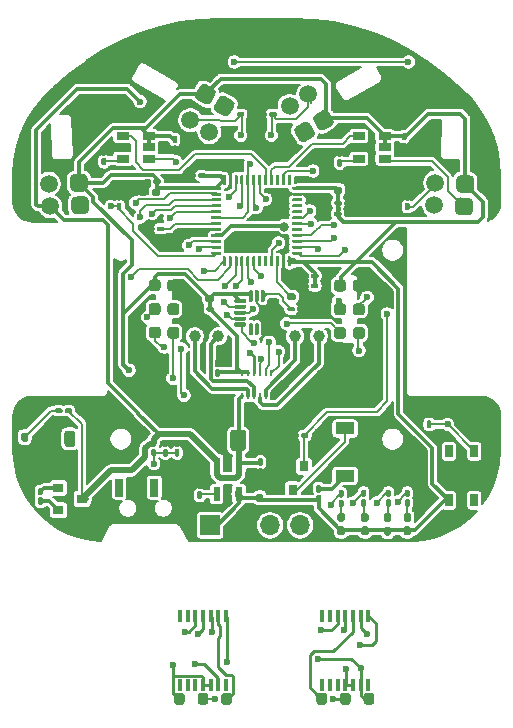
<source format=gtl>
G04 #@! TF.GenerationSoftware,KiCad,Pcbnew,(5.1.7)-1*
G04 #@! TF.CreationDate,2021-06-23T20:49:00+09:00*
G04 #@! TF.ProjectId,lapis,6c617069-732e-46b6-9963-61645f706362,rev?*
G04 #@! TF.SameCoordinates,Original*
G04 #@! TF.FileFunction,Copper,L1,Top*
G04 #@! TF.FilePolarity,Positive*
%FSLAX46Y46*%
G04 Gerber Fmt 4.6, Leading zero omitted, Abs format (unit mm)*
G04 Created by KiCad (PCBNEW (5.1.7)-1) date 2021-06-23 20:49:00*
%MOMM*%
%LPD*%
G01*
G04 APERTURE LIST*
G04 #@! TA.AperFunction,SMDPad,CuDef*
%ADD10R,0.700000X1.500000*%
G04 #@! TD*
G04 #@! TA.AperFunction,ComponentPad*
%ADD11C,1.000000*%
G04 #@! TD*
G04 #@! TA.AperFunction,SMDPad,CuDef*
%ADD12R,0.600000X1.200000*%
G04 #@! TD*
G04 #@! TA.AperFunction,SMDPad,CuDef*
%ADD13R,0.250000X0.500000*%
G04 #@! TD*
G04 #@! TA.AperFunction,SMDPad,CuDef*
%ADD14R,0.450000X1.000000*%
G04 #@! TD*
G04 #@! TA.AperFunction,SMDPad,CuDef*
%ADD15R,1.060000X0.650000*%
G04 #@! TD*
G04 #@! TA.AperFunction,SMDPad,CuDef*
%ADD16R,0.650000X1.050000*%
G04 #@! TD*
G04 #@! TA.AperFunction,ComponentPad*
%ADD17C,1.500000*%
G04 #@! TD*
G04 #@! TA.AperFunction,SMDPad,CuDef*
%ADD18R,0.800000X0.900000*%
G04 #@! TD*
G04 #@! TA.AperFunction,SMDPad,CuDef*
%ADD19R,0.900000X0.800000*%
G04 #@! TD*
G04 #@! TA.AperFunction,SMDPad,CuDef*
%ADD20R,1.600000X1.000000*%
G04 #@! TD*
G04 #@! TA.AperFunction,ComponentPad*
%ADD21O,1.700000X1.700000*%
G04 #@! TD*
G04 #@! TA.AperFunction,ComponentPad*
%ADD22R,1.700000X1.700000*%
G04 #@! TD*
G04 #@! TA.AperFunction,ComponentPad*
%ADD23O,0.900000X1.400000*%
G04 #@! TD*
G04 #@! TA.AperFunction,ViaPad*
%ADD24C,0.600000*%
G04 #@! TD*
G04 #@! TA.AperFunction,ViaPad*
%ADD25C,0.800000*%
G04 #@! TD*
G04 #@! TA.AperFunction,Conductor*
%ADD26C,0.200000*%
G04 #@! TD*
G04 #@! TA.AperFunction,Conductor*
%ADD27C,0.300000*%
G04 #@! TD*
G04 #@! TA.AperFunction,Conductor*
%ADD28C,0.250000*%
G04 #@! TD*
G04 #@! TA.AperFunction,Conductor*
%ADD29C,0.500000*%
G04 #@! TD*
G04 #@! TA.AperFunction,Conductor*
%ADD30C,0.100000*%
G04 #@! TD*
G04 APERTURE END LIST*
D10*
X138090000Y-118800000D03*
X136590000Y-118800000D03*
X133590000Y-118800000D03*
D11*
X148500000Y-106000000D03*
X150500000Y-106000000D03*
X142000000Y-106000000D03*
X140000000Y-106000000D03*
D12*
X143750000Y-119350000D03*
X141850000Y-119350000D03*
X141850000Y-116850000D03*
X142800000Y-116850000D03*
X143750000Y-116850000D03*
D13*
X144000000Y-109140000D03*
X144500000Y-109140000D03*
X145000000Y-109140000D03*
X145500000Y-109140000D03*
X146000000Y-109140000D03*
X146500000Y-109140000D03*
X146500000Y-111040000D03*
X146000000Y-111040000D03*
X145500000Y-111040000D03*
X145000000Y-111040000D03*
X144500000Y-111040000D03*
X144000000Y-111040000D03*
D14*
X142650000Y-135538000D03*
X142000000Y-135538000D03*
X141350000Y-135538000D03*
X140700000Y-135538000D03*
X140050000Y-135538000D03*
X139400000Y-135538000D03*
X138750000Y-135538000D03*
X138750000Y-129662000D03*
X139400000Y-129662000D03*
X140050000Y-129662000D03*
X140700000Y-129662000D03*
X141350000Y-129662000D03*
X142000000Y-129662000D03*
X142650000Y-129662000D03*
X154690000Y-135530000D03*
X154040000Y-135530000D03*
X153390000Y-135530000D03*
X152740000Y-135530000D03*
X152090000Y-135530000D03*
X151440000Y-135530000D03*
X150790000Y-135530000D03*
X150790000Y-129654000D03*
X151440000Y-129654000D03*
X152090000Y-129654000D03*
X152740000Y-129654000D03*
X153390000Y-129654000D03*
X154040000Y-129654000D03*
X154690000Y-129654000D03*
G04 #@! TA.AperFunction,SMDPad,CuDef*
G36*
G01*
X149670000Y-100790000D02*
X149670000Y-100990000D01*
G75*
G02*
X149570000Y-101090000I-100000J0D01*
G01*
X149135000Y-101090000D01*
G75*
G02*
X149035000Y-100990000I0J100000D01*
G01*
X149035000Y-100790000D01*
G75*
G02*
X149135000Y-100690000I100000J0D01*
G01*
X149570000Y-100690000D01*
G75*
G02*
X149670000Y-100790000I0J-100000D01*
G01*
G37*
G04 #@! TD.AperFunction*
G04 #@! TA.AperFunction,SMDPad,CuDef*
G36*
G01*
X150485000Y-100790000D02*
X150485000Y-100990000D01*
G75*
G02*
X150385000Y-101090000I-100000J0D01*
G01*
X149950000Y-101090000D01*
G75*
G02*
X149850000Y-100990000I0J100000D01*
G01*
X149850000Y-100790000D01*
G75*
G02*
X149950000Y-100690000I100000J0D01*
G01*
X150385000Y-100690000D01*
G75*
G02*
X150485000Y-100790000I0J-100000D01*
G01*
G37*
G04 #@! TD.AperFunction*
G04 #@! TA.AperFunction,SMDPad,CuDef*
G36*
G01*
X154300000Y-136965000D02*
X154300000Y-136415000D01*
G75*
G02*
X154525000Y-136190000I225000J0D01*
G01*
X154975000Y-136190000D01*
G75*
G02*
X155200000Y-136415000I0J-225000D01*
G01*
X155200000Y-136965000D01*
G75*
G02*
X154975000Y-137190000I-225000J0D01*
G01*
X154525000Y-137190000D01*
G75*
G02*
X154300000Y-136965000I0J225000D01*
G01*
G37*
G04 #@! TD.AperFunction*
G04 #@! TA.AperFunction,SMDPad,CuDef*
G36*
G01*
X152300000Y-136965000D02*
X152300000Y-136415000D01*
G75*
G02*
X152525000Y-136190000I225000J0D01*
G01*
X152975000Y-136190000D01*
G75*
G02*
X153200000Y-136415000I0J-225000D01*
G01*
X153200000Y-136965000D01*
G75*
G02*
X152975000Y-137190000I-225000J0D01*
G01*
X152525000Y-137190000D01*
G75*
G02*
X152300000Y-136965000I0J225000D01*
G01*
G37*
G04 #@! TD.AperFunction*
G04 #@! TA.AperFunction,SMDPad,CuDef*
G36*
G01*
X150300000Y-136965000D02*
X150300000Y-136415000D01*
G75*
G02*
X150525000Y-136190000I225000J0D01*
G01*
X150975000Y-136190000D01*
G75*
G02*
X151200000Y-136415000I0J-225000D01*
G01*
X151200000Y-136965000D01*
G75*
G02*
X150975000Y-137190000I-225000J0D01*
G01*
X150525000Y-137190000D01*
G75*
G02*
X150300000Y-136965000I0J225000D01*
G01*
G37*
G04 #@! TD.AperFunction*
G04 #@! TA.AperFunction,SMDPad,CuDef*
G36*
G01*
X142245000Y-136965000D02*
X142245000Y-136415000D01*
G75*
G02*
X142470000Y-136190000I225000J0D01*
G01*
X142920000Y-136190000D01*
G75*
G02*
X143145000Y-136415000I0J-225000D01*
G01*
X143145000Y-136965000D01*
G75*
G02*
X142920000Y-137190000I-225000J0D01*
G01*
X142470000Y-137190000D01*
G75*
G02*
X142245000Y-136965000I0J225000D01*
G01*
G37*
G04 #@! TD.AperFunction*
G04 #@! TA.AperFunction,SMDPad,CuDef*
G36*
G01*
X140245000Y-136965000D02*
X140245000Y-136415000D01*
G75*
G02*
X140470000Y-136190000I225000J0D01*
G01*
X140920000Y-136190000D01*
G75*
G02*
X141145000Y-136415000I0J-225000D01*
G01*
X141145000Y-136965000D01*
G75*
G02*
X140920000Y-137190000I-225000J0D01*
G01*
X140470000Y-137190000D01*
G75*
G02*
X140245000Y-136965000I0J225000D01*
G01*
G37*
G04 #@! TD.AperFunction*
G04 #@! TA.AperFunction,SMDPad,CuDef*
G36*
G01*
X138245000Y-136965000D02*
X138245000Y-136415000D01*
G75*
G02*
X138470000Y-136190000I225000J0D01*
G01*
X138920000Y-136190000D01*
G75*
G02*
X139145000Y-136415000I0J-225000D01*
G01*
X139145000Y-136965000D01*
G75*
G02*
X138920000Y-137190000I-225000J0D01*
G01*
X138470000Y-137190000D01*
G75*
G02*
X138245000Y-136965000I0J225000D01*
G01*
G37*
G04 #@! TD.AperFunction*
G04 #@! TA.AperFunction,SMDPad,CuDef*
G36*
G01*
X144575000Y-103012500D02*
X144575000Y-102187500D01*
G75*
G02*
X144662500Y-102100000I87500J0D01*
G01*
X144837500Y-102100000D01*
G75*
G02*
X144925000Y-102187500I0J-87500D01*
G01*
X144925000Y-103012500D01*
G75*
G02*
X144837500Y-103100000I-87500J0D01*
G01*
X144662500Y-103100000D01*
G75*
G02*
X144575000Y-103012500I0J87500D01*
G01*
G37*
G04 #@! TD.AperFunction*
G04 #@! TA.AperFunction,SMDPad,CuDef*
G36*
G01*
X145075000Y-103012500D02*
X145075000Y-102187500D01*
G75*
G02*
X145162500Y-102100000I87500J0D01*
G01*
X145337500Y-102100000D01*
G75*
G02*
X145425000Y-102187500I0J-87500D01*
G01*
X145425000Y-103012500D01*
G75*
G02*
X145337500Y-103100000I-87500J0D01*
G01*
X145162500Y-103100000D01*
G75*
G02*
X145075000Y-103012500I0J87500D01*
G01*
G37*
G04 #@! TD.AperFunction*
G04 #@! TA.AperFunction,SMDPad,CuDef*
G36*
G01*
X145575000Y-103012500D02*
X145575000Y-102187500D01*
G75*
G02*
X145662500Y-102100000I87500J0D01*
G01*
X145837500Y-102100000D01*
G75*
G02*
X145925000Y-102187500I0J-87500D01*
G01*
X145925000Y-103012500D01*
G75*
G02*
X145837500Y-103100000I-87500J0D01*
G01*
X145662500Y-103100000D01*
G75*
G02*
X145575000Y-103012500I0J87500D01*
G01*
G37*
G04 #@! TD.AperFunction*
G04 #@! TA.AperFunction,SMDPad,CuDef*
G36*
G01*
X146150000Y-103087500D02*
X146150000Y-102912500D01*
G75*
G02*
X146237500Y-102825000I87500J0D01*
G01*
X147062500Y-102825000D01*
G75*
G02*
X147150000Y-102912500I0J-87500D01*
G01*
X147150000Y-103087500D01*
G75*
G02*
X147062500Y-103175000I-87500J0D01*
G01*
X146237500Y-103175000D01*
G75*
G02*
X146150000Y-103087500I0J87500D01*
G01*
G37*
G04 #@! TD.AperFunction*
G04 #@! TA.AperFunction,SMDPad,CuDef*
G36*
G01*
X146150000Y-103587500D02*
X146150000Y-103412500D01*
G75*
G02*
X146237500Y-103325000I87500J0D01*
G01*
X147062500Y-103325000D01*
G75*
G02*
X147150000Y-103412500I0J-87500D01*
G01*
X147150000Y-103587500D01*
G75*
G02*
X147062500Y-103675000I-87500J0D01*
G01*
X146237500Y-103675000D01*
G75*
G02*
X146150000Y-103587500I0J87500D01*
G01*
G37*
G04 #@! TD.AperFunction*
G04 #@! TA.AperFunction,SMDPad,CuDef*
G36*
G01*
X146150000Y-104087500D02*
X146150000Y-103912500D01*
G75*
G02*
X146237500Y-103825000I87500J0D01*
G01*
X147062500Y-103825000D01*
G75*
G02*
X147150000Y-103912500I0J-87500D01*
G01*
X147150000Y-104087500D01*
G75*
G02*
X147062500Y-104175000I-87500J0D01*
G01*
X146237500Y-104175000D01*
G75*
G02*
X146150000Y-104087500I0J87500D01*
G01*
G37*
G04 #@! TD.AperFunction*
G04 #@! TA.AperFunction,SMDPad,CuDef*
G36*
G01*
X146150000Y-104587500D02*
X146150000Y-104412500D01*
G75*
G02*
X146237500Y-104325000I87500J0D01*
G01*
X147062500Y-104325000D01*
G75*
G02*
X147150000Y-104412500I0J-87500D01*
G01*
X147150000Y-104587500D01*
G75*
G02*
X147062500Y-104675000I-87500J0D01*
G01*
X146237500Y-104675000D01*
G75*
G02*
X146150000Y-104587500I0J87500D01*
G01*
G37*
G04 #@! TD.AperFunction*
G04 #@! TA.AperFunction,SMDPad,CuDef*
G36*
G01*
X146150000Y-105087500D02*
X146150000Y-104912500D01*
G75*
G02*
X146237500Y-104825000I87500J0D01*
G01*
X147062500Y-104825000D01*
G75*
G02*
X147150000Y-104912500I0J-87500D01*
G01*
X147150000Y-105087500D01*
G75*
G02*
X147062500Y-105175000I-87500J0D01*
G01*
X146237500Y-105175000D01*
G75*
G02*
X146150000Y-105087500I0J87500D01*
G01*
G37*
G04 #@! TD.AperFunction*
G04 #@! TA.AperFunction,SMDPad,CuDef*
G36*
G01*
X145575000Y-105812500D02*
X145575000Y-104987500D01*
G75*
G02*
X145662500Y-104900000I87500J0D01*
G01*
X145837500Y-104900000D01*
G75*
G02*
X145925000Y-104987500I0J-87500D01*
G01*
X145925000Y-105812500D01*
G75*
G02*
X145837500Y-105900000I-87500J0D01*
G01*
X145662500Y-105900000D01*
G75*
G02*
X145575000Y-105812500I0J87500D01*
G01*
G37*
G04 #@! TD.AperFunction*
G04 #@! TA.AperFunction,SMDPad,CuDef*
G36*
G01*
X145075000Y-105812500D02*
X145075000Y-104987500D01*
G75*
G02*
X145162500Y-104900000I87500J0D01*
G01*
X145337500Y-104900000D01*
G75*
G02*
X145425000Y-104987500I0J-87500D01*
G01*
X145425000Y-105812500D01*
G75*
G02*
X145337500Y-105900000I-87500J0D01*
G01*
X145162500Y-105900000D01*
G75*
G02*
X145075000Y-105812500I0J87500D01*
G01*
G37*
G04 #@! TD.AperFunction*
G04 #@! TA.AperFunction,SMDPad,CuDef*
G36*
G01*
X144575000Y-105812500D02*
X144575000Y-104987500D01*
G75*
G02*
X144662500Y-104900000I87500J0D01*
G01*
X144837500Y-104900000D01*
G75*
G02*
X144925000Y-104987500I0J-87500D01*
G01*
X144925000Y-105812500D01*
G75*
G02*
X144837500Y-105900000I-87500J0D01*
G01*
X144662500Y-105900000D01*
G75*
G02*
X144575000Y-105812500I0J87500D01*
G01*
G37*
G04 #@! TD.AperFunction*
G04 #@! TA.AperFunction,SMDPad,CuDef*
G36*
G01*
X143350000Y-105087500D02*
X143350000Y-104912500D01*
G75*
G02*
X143437500Y-104825000I87500J0D01*
G01*
X144262500Y-104825000D01*
G75*
G02*
X144350000Y-104912500I0J-87500D01*
G01*
X144350000Y-105087500D01*
G75*
G02*
X144262500Y-105175000I-87500J0D01*
G01*
X143437500Y-105175000D01*
G75*
G02*
X143350000Y-105087500I0J87500D01*
G01*
G37*
G04 #@! TD.AperFunction*
G04 #@! TA.AperFunction,SMDPad,CuDef*
G36*
G01*
X143350000Y-104587500D02*
X143350000Y-104412500D01*
G75*
G02*
X143437500Y-104325000I87500J0D01*
G01*
X144262500Y-104325000D01*
G75*
G02*
X144350000Y-104412500I0J-87500D01*
G01*
X144350000Y-104587500D01*
G75*
G02*
X144262500Y-104675000I-87500J0D01*
G01*
X143437500Y-104675000D01*
G75*
G02*
X143350000Y-104587500I0J87500D01*
G01*
G37*
G04 #@! TD.AperFunction*
G04 #@! TA.AperFunction,SMDPad,CuDef*
G36*
G01*
X143350000Y-104087500D02*
X143350000Y-103912500D01*
G75*
G02*
X143437500Y-103825000I87500J0D01*
G01*
X144262500Y-103825000D01*
G75*
G02*
X144350000Y-103912500I0J-87500D01*
G01*
X144350000Y-104087500D01*
G75*
G02*
X144262500Y-104175000I-87500J0D01*
G01*
X143437500Y-104175000D01*
G75*
G02*
X143350000Y-104087500I0J87500D01*
G01*
G37*
G04 #@! TD.AperFunction*
G04 #@! TA.AperFunction,SMDPad,CuDef*
G36*
G01*
X143350000Y-103587500D02*
X143350000Y-103412500D01*
G75*
G02*
X143437500Y-103325000I87500J0D01*
G01*
X144262500Y-103325000D01*
G75*
G02*
X144350000Y-103412500I0J-87500D01*
G01*
X144350000Y-103587500D01*
G75*
G02*
X144262500Y-103675000I-87500J0D01*
G01*
X143437500Y-103675000D01*
G75*
G02*
X143350000Y-103587500I0J87500D01*
G01*
G37*
G04 #@! TD.AperFunction*
G04 #@! TA.AperFunction,SMDPad,CuDef*
G36*
G01*
X143350000Y-103087500D02*
X143350000Y-102912500D01*
G75*
G02*
X143437500Y-102825000I87500J0D01*
G01*
X144262500Y-102825000D01*
G75*
G02*
X144350000Y-102912500I0J-87500D01*
G01*
X144350000Y-103087500D01*
G75*
G02*
X144262500Y-103175000I-87500J0D01*
G01*
X143437500Y-103175000D01*
G75*
G02*
X143350000Y-103087500I0J87500D01*
G01*
G37*
G04 #@! TD.AperFunction*
G04 #@! TA.AperFunction,SMDPad,CuDef*
G36*
G01*
X150590000Y-119220000D02*
X150390000Y-119220000D01*
G75*
G02*
X150290000Y-119120000I0J100000D01*
G01*
X150290000Y-118685000D01*
G75*
G02*
X150390000Y-118585000I100000J0D01*
G01*
X150590000Y-118585000D01*
G75*
G02*
X150690000Y-118685000I0J-100000D01*
G01*
X150690000Y-119120000D01*
G75*
G02*
X150590000Y-119220000I-100000J0D01*
G01*
G37*
G04 #@! TD.AperFunction*
G04 #@! TA.AperFunction,SMDPad,CuDef*
G36*
G01*
X150590000Y-120035000D02*
X150390000Y-120035000D01*
G75*
G02*
X150290000Y-119935000I0J100000D01*
G01*
X150290000Y-119500000D01*
G75*
G02*
X150390000Y-119400000I100000J0D01*
G01*
X150590000Y-119400000D01*
G75*
G02*
X150690000Y-119500000I0J-100000D01*
G01*
X150690000Y-119935000D01*
G75*
G02*
X150590000Y-120035000I-100000J0D01*
G01*
G37*
G04 #@! TD.AperFunction*
G04 #@! TA.AperFunction,SMDPad,CuDef*
G36*
G01*
X148810000Y-114300000D02*
X148810000Y-114500000D01*
G75*
G02*
X148710000Y-114600000I-100000J0D01*
G01*
X148275000Y-114600000D01*
G75*
G02*
X148175000Y-114500000I0J100000D01*
G01*
X148175000Y-114300000D01*
G75*
G02*
X148275000Y-114200000I100000J0D01*
G01*
X148710000Y-114200000D01*
G75*
G02*
X148810000Y-114300000I0J-100000D01*
G01*
G37*
G04 #@! TD.AperFunction*
G04 #@! TA.AperFunction,SMDPad,CuDef*
G36*
G01*
X149625000Y-114300000D02*
X149625000Y-114500000D01*
G75*
G02*
X149525000Y-114600000I-100000J0D01*
G01*
X149090000Y-114600000D01*
G75*
G02*
X148990000Y-114500000I0J100000D01*
G01*
X148990000Y-114300000D01*
G75*
G02*
X149090000Y-114200000I100000J0D01*
G01*
X149525000Y-114200000D01*
G75*
G02*
X149625000Y-114300000I0J-100000D01*
G01*
G37*
G04 #@! TD.AperFunction*
G04 #@! TA.AperFunction,SMDPad,CuDef*
G36*
G01*
X159930000Y-112940000D02*
X159730000Y-112940000D01*
G75*
G02*
X159630000Y-112840000I0J100000D01*
G01*
X159630000Y-112405000D01*
G75*
G02*
X159730000Y-112305000I100000J0D01*
G01*
X159930000Y-112305000D01*
G75*
G02*
X160030000Y-112405000I0J-100000D01*
G01*
X160030000Y-112840000D01*
G75*
G02*
X159930000Y-112940000I-100000J0D01*
G01*
G37*
G04 #@! TD.AperFunction*
G04 #@! TA.AperFunction,SMDPad,CuDef*
G36*
G01*
X159930000Y-113755000D02*
X159730000Y-113755000D01*
G75*
G02*
X159630000Y-113655000I0J100000D01*
G01*
X159630000Y-113220000D01*
G75*
G02*
X159730000Y-113120000I100000J0D01*
G01*
X159930000Y-113120000D01*
G75*
G02*
X160030000Y-113220000I0J-100000D01*
G01*
X160030000Y-113655000D01*
G75*
G02*
X159930000Y-113755000I-100000J0D01*
G01*
G37*
G04 #@! TD.AperFunction*
G04 #@! TA.AperFunction,SMDPad,CuDef*
G36*
G01*
X152500000Y-119642500D02*
X152300000Y-119642500D01*
G75*
G02*
X152200000Y-119542500I0J100000D01*
G01*
X152200000Y-119107500D01*
G75*
G02*
X152300000Y-119007500I100000J0D01*
G01*
X152500000Y-119007500D01*
G75*
G02*
X152600000Y-119107500I0J-100000D01*
G01*
X152600000Y-119542500D01*
G75*
G02*
X152500000Y-119642500I-100000J0D01*
G01*
G37*
G04 #@! TD.AperFunction*
G04 #@! TA.AperFunction,SMDPad,CuDef*
G36*
G01*
X152500000Y-120457500D02*
X152300000Y-120457500D01*
G75*
G02*
X152200000Y-120357500I0J100000D01*
G01*
X152200000Y-119922500D01*
G75*
G02*
X152300000Y-119822500I100000J0D01*
G01*
X152500000Y-119822500D01*
G75*
G02*
X152600000Y-119922500I0J-100000D01*
G01*
X152600000Y-120357500D01*
G75*
G02*
X152500000Y-120457500I-100000J0D01*
G01*
G37*
G04 #@! TD.AperFunction*
G04 #@! TA.AperFunction,SMDPad,CuDef*
G36*
G01*
X154400000Y-119610000D02*
X154200000Y-119610000D01*
G75*
G02*
X154100000Y-119510000I0J100000D01*
G01*
X154100000Y-119075000D01*
G75*
G02*
X154200000Y-118975000I100000J0D01*
G01*
X154400000Y-118975000D01*
G75*
G02*
X154500000Y-119075000I0J-100000D01*
G01*
X154500000Y-119510000D01*
G75*
G02*
X154400000Y-119610000I-100000J0D01*
G01*
G37*
G04 #@! TD.AperFunction*
G04 #@! TA.AperFunction,SMDPad,CuDef*
G36*
G01*
X154400000Y-120425000D02*
X154200000Y-120425000D01*
G75*
G02*
X154100000Y-120325000I0J100000D01*
G01*
X154100000Y-119890000D01*
G75*
G02*
X154200000Y-119790000I100000J0D01*
G01*
X154400000Y-119790000D01*
G75*
G02*
X154500000Y-119890000I0J-100000D01*
G01*
X154500000Y-120325000D01*
G75*
G02*
X154400000Y-120425000I-100000J0D01*
G01*
G37*
G04 #@! TD.AperFunction*
G04 #@! TA.AperFunction,SMDPad,CuDef*
G36*
G01*
X156500000Y-119610000D02*
X156300000Y-119610000D01*
G75*
G02*
X156200000Y-119510000I0J100000D01*
G01*
X156200000Y-119075000D01*
G75*
G02*
X156300000Y-118975000I100000J0D01*
G01*
X156500000Y-118975000D01*
G75*
G02*
X156600000Y-119075000I0J-100000D01*
G01*
X156600000Y-119510000D01*
G75*
G02*
X156500000Y-119610000I-100000J0D01*
G01*
G37*
G04 #@! TD.AperFunction*
G04 #@! TA.AperFunction,SMDPad,CuDef*
G36*
G01*
X156500000Y-120425000D02*
X156300000Y-120425000D01*
G75*
G02*
X156200000Y-120325000I0J100000D01*
G01*
X156200000Y-119890000D01*
G75*
G02*
X156300000Y-119790000I100000J0D01*
G01*
X156500000Y-119790000D01*
G75*
G02*
X156600000Y-119890000I0J-100000D01*
G01*
X156600000Y-120325000D01*
G75*
G02*
X156500000Y-120425000I-100000J0D01*
G01*
G37*
G04 #@! TD.AperFunction*
G04 #@! TA.AperFunction,SMDPad,CuDef*
G36*
G01*
X158100000Y-119610000D02*
X157900000Y-119610000D01*
G75*
G02*
X157800000Y-119510000I0J100000D01*
G01*
X157800000Y-119075000D01*
G75*
G02*
X157900000Y-118975000I100000J0D01*
G01*
X158100000Y-118975000D01*
G75*
G02*
X158200000Y-119075000I0J-100000D01*
G01*
X158200000Y-119510000D01*
G75*
G02*
X158100000Y-119610000I-100000J0D01*
G01*
G37*
G04 #@! TD.AperFunction*
G04 #@! TA.AperFunction,SMDPad,CuDef*
G36*
G01*
X158100000Y-120425000D02*
X157900000Y-120425000D01*
G75*
G02*
X157800000Y-120325000I0J100000D01*
G01*
X157800000Y-119890000D01*
G75*
G02*
X157900000Y-119790000I100000J0D01*
G01*
X158100000Y-119790000D01*
G75*
G02*
X158200000Y-119890000I0J-100000D01*
G01*
X158200000Y-120325000D01*
G75*
G02*
X158100000Y-120425000I-100000J0D01*
G01*
G37*
G04 #@! TD.AperFunction*
G04 #@! TA.AperFunction,SMDPad,CuDef*
G36*
G01*
X152360000Y-90810000D02*
X152160000Y-90810000D01*
G75*
G02*
X152060000Y-90710000I0J100000D01*
G01*
X152060000Y-90275000D01*
G75*
G02*
X152160000Y-90175000I100000J0D01*
G01*
X152360000Y-90175000D01*
G75*
G02*
X152460000Y-90275000I0J-100000D01*
G01*
X152460000Y-90710000D01*
G75*
G02*
X152360000Y-90810000I-100000J0D01*
G01*
G37*
G04 #@! TD.AperFunction*
G04 #@! TA.AperFunction,SMDPad,CuDef*
G36*
G01*
X152360000Y-91625000D02*
X152160000Y-91625000D01*
G75*
G02*
X152060000Y-91525000I0J100000D01*
G01*
X152060000Y-91090000D01*
G75*
G02*
X152160000Y-90990000I100000J0D01*
G01*
X152360000Y-90990000D01*
G75*
G02*
X152460000Y-91090000I0J-100000D01*
G01*
X152460000Y-91525000D01*
G75*
G02*
X152360000Y-91625000I-100000J0D01*
G01*
G37*
G04 #@! TD.AperFunction*
G04 #@! TA.AperFunction,SMDPad,CuDef*
G36*
G01*
X128990000Y-112400000D02*
X128990000Y-112200000D01*
G75*
G02*
X129090000Y-112100000I100000J0D01*
G01*
X129525000Y-112100000D01*
G75*
G02*
X129625000Y-112200000I0J-100000D01*
G01*
X129625000Y-112400000D01*
G75*
G02*
X129525000Y-112500000I-100000J0D01*
G01*
X129090000Y-112500000D01*
G75*
G02*
X128990000Y-112400000I0J100000D01*
G01*
G37*
G04 #@! TD.AperFunction*
G04 #@! TA.AperFunction,SMDPad,CuDef*
G36*
G01*
X128175000Y-112400000D02*
X128175000Y-112200000D01*
G75*
G02*
X128275000Y-112100000I100000J0D01*
G01*
X128710000Y-112100000D01*
G75*
G02*
X128810000Y-112200000I0J-100000D01*
G01*
X128810000Y-112400000D01*
G75*
G02*
X128710000Y-112500000I-100000J0D01*
G01*
X128275000Y-112500000D01*
G75*
G02*
X128175000Y-112400000I0J100000D01*
G01*
G37*
G04 #@! TD.AperFunction*
G04 #@! TA.AperFunction,SMDPad,CuDef*
G36*
G01*
X137400000Y-115550000D02*
X137600000Y-115550000D01*
G75*
G02*
X137700000Y-115650000I0J-100000D01*
G01*
X137700000Y-116085000D01*
G75*
G02*
X137600000Y-116185000I-100000J0D01*
G01*
X137400000Y-116185000D01*
G75*
G02*
X137300000Y-116085000I0J100000D01*
G01*
X137300000Y-115650000D01*
G75*
G02*
X137400000Y-115550000I100000J0D01*
G01*
G37*
G04 #@! TD.AperFunction*
G04 #@! TA.AperFunction,SMDPad,CuDef*
G36*
G01*
X137400000Y-114735000D02*
X137600000Y-114735000D01*
G75*
G02*
X137700000Y-114835000I0J-100000D01*
G01*
X137700000Y-115270000D01*
G75*
G02*
X137600000Y-115370000I-100000J0D01*
G01*
X137400000Y-115370000D01*
G75*
G02*
X137300000Y-115270000I0J100000D01*
G01*
X137300000Y-114835000D01*
G75*
G02*
X137400000Y-114735000I100000J0D01*
G01*
G37*
G04 #@! TD.AperFunction*
G04 #@! TA.AperFunction,SMDPad,CuDef*
G36*
G01*
X136630000Y-115350000D02*
X136430000Y-115350000D01*
G75*
G02*
X136330000Y-115250000I0J100000D01*
G01*
X136330000Y-114815000D01*
G75*
G02*
X136430000Y-114715000I100000J0D01*
G01*
X136630000Y-114715000D01*
G75*
G02*
X136730000Y-114815000I0J-100000D01*
G01*
X136730000Y-115250000D01*
G75*
G02*
X136630000Y-115350000I-100000J0D01*
G01*
G37*
G04 #@! TD.AperFunction*
G04 #@! TA.AperFunction,SMDPad,CuDef*
G36*
G01*
X136630000Y-116165000D02*
X136430000Y-116165000D01*
G75*
G02*
X136330000Y-116065000I0J100000D01*
G01*
X136330000Y-115630000D01*
G75*
G02*
X136430000Y-115530000I100000J0D01*
G01*
X136630000Y-115530000D01*
G75*
G02*
X136730000Y-115630000I0J-100000D01*
G01*
X136730000Y-116065000D01*
G75*
G02*
X136630000Y-116165000I-100000J0D01*
G01*
G37*
G04 #@! TD.AperFunction*
G04 #@! TA.AperFunction,SMDPad,CuDef*
G36*
G01*
X126830000Y-119640000D02*
X127030000Y-119640000D01*
G75*
G02*
X127130000Y-119740000I0J-100000D01*
G01*
X127130000Y-120175000D01*
G75*
G02*
X127030000Y-120275000I-100000J0D01*
G01*
X126830000Y-120275000D01*
G75*
G02*
X126730000Y-120175000I0J100000D01*
G01*
X126730000Y-119740000D01*
G75*
G02*
X126830000Y-119640000I100000J0D01*
G01*
G37*
G04 #@! TD.AperFunction*
G04 #@! TA.AperFunction,SMDPad,CuDef*
G36*
G01*
X126830000Y-118825000D02*
X127030000Y-118825000D01*
G75*
G02*
X127130000Y-118925000I0J-100000D01*
G01*
X127130000Y-119360000D01*
G75*
G02*
X127030000Y-119460000I-100000J0D01*
G01*
X126830000Y-119460000D01*
G75*
G02*
X126730000Y-119360000I0J100000D01*
G01*
X126730000Y-118925000D01*
G75*
G02*
X126830000Y-118825000I100000J0D01*
G01*
G37*
G04 #@! TD.AperFunction*
G04 #@! TA.AperFunction,SMDPad,CuDef*
G36*
G01*
X144390000Y-87300000D02*
X144390000Y-87100000D01*
G75*
G02*
X144490000Y-87000000I100000J0D01*
G01*
X144925000Y-87000000D01*
G75*
G02*
X145025000Y-87100000I0J-100000D01*
G01*
X145025000Y-87300000D01*
G75*
G02*
X144925000Y-87400000I-100000J0D01*
G01*
X144490000Y-87400000D01*
G75*
G02*
X144390000Y-87300000I0J100000D01*
G01*
G37*
G04 #@! TD.AperFunction*
G04 #@! TA.AperFunction,SMDPad,CuDef*
G36*
G01*
X143575000Y-87300000D02*
X143575000Y-87100000D01*
G75*
G02*
X143675000Y-87000000I100000J0D01*
G01*
X144110000Y-87000000D01*
G75*
G02*
X144210000Y-87100000I0J-100000D01*
G01*
X144210000Y-87300000D01*
G75*
G02*
X144110000Y-87400000I-100000J0D01*
G01*
X143675000Y-87400000D01*
G75*
G02*
X143575000Y-87300000I0J100000D01*
G01*
G37*
G04 #@! TD.AperFunction*
G04 #@! TA.AperFunction,SMDPad,CuDef*
G36*
G01*
X133700000Y-94510000D02*
X133500000Y-94510000D01*
G75*
G02*
X133400000Y-94410000I0J100000D01*
G01*
X133400000Y-93975000D01*
G75*
G02*
X133500000Y-93875000I100000J0D01*
G01*
X133700000Y-93875000D01*
G75*
G02*
X133800000Y-93975000I0J-100000D01*
G01*
X133800000Y-94410000D01*
G75*
G02*
X133700000Y-94510000I-100000J0D01*
G01*
G37*
G04 #@! TD.AperFunction*
G04 #@! TA.AperFunction,SMDPad,CuDef*
G36*
G01*
X133700000Y-95325000D02*
X133500000Y-95325000D01*
G75*
G02*
X133400000Y-95225000I0J100000D01*
G01*
X133400000Y-94790000D01*
G75*
G02*
X133500000Y-94690000I100000J0D01*
G01*
X133700000Y-94690000D01*
G75*
G02*
X133800000Y-94790000I0J-100000D01*
G01*
X133800000Y-95225000D01*
G75*
G02*
X133700000Y-95325000I-100000J0D01*
G01*
G37*
G04 #@! TD.AperFunction*
G04 #@! TA.AperFunction,SMDPad,CuDef*
G36*
G01*
X158100000Y-94510000D02*
X157900000Y-94510000D01*
G75*
G02*
X157800000Y-94410000I0J100000D01*
G01*
X157800000Y-93975000D01*
G75*
G02*
X157900000Y-93875000I100000J0D01*
G01*
X158100000Y-93875000D01*
G75*
G02*
X158200000Y-93975000I0J-100000D01*
G01*
X158200000Y-94410000D01*
G75*
G02*
X158100000Y-94510000I-100000J0D01*
G01*
G37*
G04 #@! TD.AperFunction*
G04 #@! TA.AperFunction,SMDPad,CuDef*
G36*
G01*
X158100000Y-95325000D02*
X157900000Y-95325000D01*
G75*
G02*
X157800000Y-95225000I0J100000D01*
G01*
X157800000Y-94790000D01*
G75*
G02*
X157900000Y-94690000I100000J0D01*
G01*
X158100000Y-94690000D01*
G75*
G02*
X158200000Y-94790000I0J-100000D01*
G01*
X158200000Y-95225000D01*
G75*
G02*
X158100000Y-95325000I-100000J0D01*
G01*
G37*
G04 #@! TD.AperFunction*
G04 #@! TA.AperFunction,SMDPad,CuDef*
G36*
G01*
X146110000Y-87100000D02*
X146110000Y-87300000D01*
G75*
G02*
X146010000Y-87400000I-100000J0D01*
G01*
X145575000Y-87400000D01*
G75*
G02*
X145475000Y-87300000I0J100000D01*
G01*
X145475000Y-87100000D01*
G75*
G02*
X145575000Y-87000000I100000J0D01*
G01*
X146010000Y-87000000D01*
G75*
G02*
X146110000Y-87100000I0J-100000D01*
G01*
G37*
G04 #@! TD.AperFunction*
G04 #@! TA.AperFunction,SMDPad,CuDef*
G36*
G01*
X146925000Y-87100000D02*
X146925000Y-87300000D01*
G75*
G02*
X146825000Y-87400000I-100000J0D01*
G01*
X146390000Y-87400000D01*
G75*
G02*
X146290000Y-87300000I0J100000D01*
G01*
X146290000Y-87100000D01*
G75*
G02*
X146390000Y-87000000I100000J0D01*
G01*
X146825000Y-87000000D01*
G75*
G02*
X146925000Y-87100000I0J-100000D01*
G01*
G37*
G04 #@! TD.AperFunction*
G04 #@! TA.AperFunction,SMDPad,CuDef*
G36*
G01*
X132400000Y-90712500D02*
X132200000Y-90712500D01*
G75*
G02*
X132100000Y-90612500I0J100000D01*
G01*
X132100000Y-90177500D01*
G75*
G02*
X132200000Y-90077500I100000J0D01*
G01*
X132400000Y-90077500D01*
G75*
G02*
X132500000Y-90177500I0J-100000D01*
G01*
X132500000Y-90612500D01*
G75*
G02*
X132400000Y-90712500I-100000J0D01*
G01*
G37*
G04 #@! TD.AperFunction*
G04 #@! TA.AperFunction,SMDPad,CuDef*
G36*
G01*
X132400000Y-91527500D02*
X132200000Y-91527500D01*
G75*
G02*
X132100000Y-91427500I0J100000D01*
G01*
X132100000Y-90992500D01*
G75*
G02*
X132200000Y-90892500I100000J0D01*
G01*
X132400000Y-90892500D01*
G75*
G02*
X132500000Y-90992500I0J-100000D01*
G01*
X132500000Y-91427500D01*
G75*
G02*
X132400000Y-91527500I-100000J0D01*
G01*
G37*
G04 #@! TD.AperFunction*
G04 #@! TA.AperFunction,SMDPad,CuDef*
G36*
G01*
X152240000Y-122090000D02*
X152560000Y-122090000D01*
G75*
G02*
X152720000Y-122250000I0J-160000D01*
G01*
X152720000Y-122695000D01*
G75*
G02*
X152560000Y-122855000I-160000J0D01*
G01*
X152240000Y-122855000D01*
G75*
G02*
X152080000Y-122695000I0J160000D01*
G01*
X152080000Y-122250000D01*
G75*
G02*
X152240000Y-122090000I160000J0D01*
G01*
G37*
G04 #@! TD.AperFunction*
G04 #@! TA.AperFunction,SMDPad,CuDef*
G36*
G01*
X152240000Y-120945000D02*
X152560000Y-120945000D01*
G75*
G02*
X152720000Y-121105000I0J-160000D01*
G01*
X152720000Y-121550000D01*
G75*
G02*
X152560000Y-121710000I-160000J0D01*
G01*
X152240000Y-121710000D01*
G75*
G02*
X152080000Y-121550000I0J160000D01*
G01*
X152080000Y-121105000D01*
G75*
G02*
X152240000Y-120945000I160000J0D01*
G01*
G37*
G04 #@! TD.AperFunction*
G04 #@! TA.AperFunction,SMDPad,CuDef*
G36*
G01*
X154240000Y-122090000D02*
X154560000Y-122090000D01*
G75*
G02*
X154720000Y-122250000I0J-160000D01*
G01*
X154720000Y-122695000D01*
G75*
G02*
X154560000Y-122855000I-160000J0D01*
G01*
X154240000Y-122855000D01*
G75*
G02*
X154080000Y-122695000I0J160000D01*
G01*
X154080000Y-122250000D01*
G75*
G02*
X154240000Y-122090000I160000J0D01*
G01*
G37*
G04 #@! TD.AperFunction*
G04 #@! TA.AperFunction,SMDPad,CuDef*
G36*
G01*
X154240000Y-120945000D02*
X154560000Y-120945000D01*
G75*
G02*
X154720000Y-121105000I0J-160000D01*
G01*
X154720000Y-121550000D01*
G75*
G02*
X154560000Y-121710000I-160000J0D01*
G01*
X154240000Y-121710000D01*
G75*
G02*
X154080000Y-121550000I0J160000D01*
G01*
X154080000Y-121105000D01*
G75*
G02*
X154240000Y-120945000I160000J0D01*
G01*
G37*
G04 #@! TD.AperFunction*
G04 #@! TA.AperFunction,SMDPad,CuDef*
G36*
G01*
X156160000Y-122100000D02*
X156480000Y-122100000D01*
G75*
G02*
X156640000Y-122260000I0J-160000D01*
G01*
X156640000Y-122705000D01*
G75*
G02*
X156480000Y-122865000I-160000J0D01*
G01*
X156160000Y-122865000D01*
G75*
G02*
X156000000Y-122705000I0J160000D01*
G01*
X156000000Y-122260000D01*
G75*
G02*
X156160000Y-122100000I160000J0D01*
G01*
G37*
G04 #@! TD.AperFunction*
G04 #@! TA.AperFunction,SMDPad,CuDef*
G36*
G01*
X156160000Y-120955000D02*
X156480000Y-120955000D01*
G75*
G02*
X156640000Y-121115000I0J-160000D01*
G01*
X156640000Y-121560000D01*
G75*
G02*
X156480000Y-121720000I-160000J0D01*
G01*
X156160000Y-121720000D01*
G75*
G02*
X156000000Y-121560000I0J160000D01*
G01*
X156000000Y-121115000D01*
G75*
G02*
X156160000Y-120955000I160000J0D01*
G01*
G37*
G04 #@! TD.AperFunction*
G04 #@! TA.AperFunction,SMDPad,CuDef*
G36*
G01*
X157840000Y-122090000D02*
X158160000Y-122090000D01*
G75*
G02*
X158320000Y-122250000I0J-160000D01*
G01*
X158320000Y-122695000D01*
G75*
G02*
X158160000Y-122855000I-160000J0D01*
G01*
X157840000Y-122855000D01*
G75*
G02*
X157680000Y-122695000I0J160000D01*
G01*
X157680000Y-122250000D01*
G75*
G02*
X157840000Y-122090000I160000J0D01*
G01*
G37*
G04 #@! TD.AperFunction*
G04 #@! TA.AperFunction,SMDPad,CuDef*
G36*
G01*
X157840000Y-120945000D02*
X158160000Y-120945000D01*
G75*
G02*
X158320000Y-121105000I0J-160000D01*
G01*
X158320000Y-121550000D01*
G75*
G02*
X158160000Y-121710000I-160000J0D01*
G01*
X157840000Y-121710000D01*
G75*
G02*
X157680000Y-121550000I0J160000D01*
G01*
X157680000Y-121105000D01*
G75*
G02*
X157840000Y-120945000I160000J0D01*
G01*
G37*
G04 #@! TD.AperFunction*
G04 #@! TA.AperFunction,SMDPad,CuDef*
G36*
G01*
X125760000Y-114910000D02*
X125440000Y-114910000D01*
G75*
G02*
X125280000Y-114750000I0J160000D01*
G01*
X125280000Y-114305000D01*
G75*
G02*
X125440000Y-114145000I160000J0D01*
G01*
X125760000Y-114145000D01*
G75*
G02*
X125920000Y-114305000I0J-160000D01*
G01*
X125920000Y-114750000D01*
G75*
G02*
X125760000Y-114910000I-160000J0D01*
G01*
G37*
G04 #@! TD.AperFunction*
G04 #@! TA.AperFunction,SMDPad,CuDef*
G36*
G01*
X125760000Y-116055000D02*
X125440000Y-116055000D01*
G75*
G02*
X125280000Y-115895000I0J160000D01*
G01*
X125280000Y-115450000D01*
G75*
G02*
X125440000Y-115290000I160000J0D01*
G01*
X125760000Y-115290000D01*
G75*
G02*
X125920000Y-115450000I0J-160000D01*
G01*
X125920000Y-115895000D01*
G75*
G02*
X125760000Y-116055000I-160000J0D01*
G01*
G37*
G04 #@! TD.AperFunction*
G04 #@! TA.AperFunction,SMDPad,CuDef*
G36*
G01*
X148950000Y-102785000D02*
X148950000Y-102475000D01*
G75*
G02*
X149105000Y-102320000I155000J0D01*
G01*
X149530000Y-102320000D01*
G75*
G02*
X149685000Y-102475000I0J-155000D01*
G01*
X149685000Y-102785000D01*
G75*
G02*
X149530000Y-102940000I-155000J0D01*
G01*
X149105000Y-102940000D01*
G75*
G02*
X148950000Y-102785000I0J155000D01*
G01*
G37*
G04 #@! TD.AperFunction*
G04 #@! TA.AperFunction,SMDPad,CuDef*
G36*
G01*
X147815000Y-102785000D02*
X147815000Y-102475000D01*
G75*
G02*
X147970000Y-102320000I155000J0D01*
G01*
X148395000Y-102320000D01*
G75*
G02*
X148550000Y-102475000I0J-155000D01*
G01*
X148550000Y-102785000D01*
G75*
G02*
X148395000Y-102940000I-155000J0D01*
G01*
X147970000Y-102940000D01*
G75*
G02*
X147815000Y-102785000I0J155000D01*
G01*
G37*
G04 #@! TD.AperFunction*
G04 #@! TA.AperFunction,SMDPad,CuDef*
G36*
G01*
X136610000Y-96800000D02*
X136610000Y-97000000D01*
G75*
G02*
X136510000Y-97100000I-100000J0D01*
G01*
X136075000Y-97100000D01*
G75*
G02*
X135975000Y-97000000I0J100000D01*
G01*
X135975000Y-96800000D01*
G75*
G02*
X136075000Y-96700000I100000J0D01*
G01*
X136510000Y-96700000D01*
G75*
G02*
X136610000Y-96800000I0J-100000D01*
G01*
G37*
G04 #@! TD.AperFunction*
G04 #@! TA.AperFunction,SMDPad,CuDef*
G36*
G01*
X137425000Y-96800000D02*
X137425000Y-97000000D01*
G75*
G02*
X137325000Y-97100000I-100000J0D01*
G01*
X136890000Y-97100000D01*
G75*
G02*
X136790000Y-97000000I0J100000D01*
G01*
X136790000Y-96800000D01*
G75*
G02*
X136890000Y-96700000I100000J0D01*
G01*
X137325000Y-96700000D01*
G75*
G02*
X137425000Y-96800000I0J-100000D01*
G01*
G37*
G04 #@! TD.AperFunction*
G04 #@! TA.AperFunction,SMDPad,CuDef*
G36*
G01*
X136317500Y-92800000D02*
X136317500Y-93000000D01*
G75*
G02*
X136217500Y-93100000I-100000J0D01*
G01*
X135782500Y-93100000D01*
G75*
G02*
X135682500Y-93000000I0J100000D01*
G01*
X135682500Y-92800000D01*
G75*
G02*
X135782500Y-92700000I100000J0D01*
G01*
X136217500Y-92700000D01*
G75*
G02*
X136317500Y-92800000I0J-100000D01*
G01*
G37*
G04 #@! TD.AperFunction*
G04 #@! TA.AperFunction,SMDPad,CuDef*
G36*
G01*
X137132500Y-92800000D02*
X137132500Y-93000000D01*
G75*
G02*
X137032500Y-93100000I-100000J0D01*
G01*
X136597500Y-93100000D01*
G75*
G02*
X136497500Y-93000000I0J100000D01*
G01*
X136497500Y-92800000D01*
G75*
G02*
X136597500Y-92700000I100000J0D01*
G01*
X137032500Y-92700000D01*
G75*
G02*
X137132500Y-92800000I0J-100000D01*
G01*
G37*
G04 #@! TD.AperFunction*
G04 #@! TA.AperFunction,SMDPad,CuDef*
G36*
G01*
X149660000Y-101640000D02*
X149660000Y-101840000D01*
G75*
G02*
X149560000Y-101940000I-100000J0D01*
G01*
X149125000Y-101940000D01*
G75*
G02*
X149025000Y-101840000I0J100000D01*
G01*
X149025000Y-101640000D01*
G75*
G02*
X149125000Y-101540000I100000J0D01*
G01*
X149560000Y-101540000D01*
G75*
G02*
X149660000Y-101640000I0J-100000D01*
G01*
G37*
G04 #@! TD.AperFunction*
G04 #@! TA.AperFunction,SMDPad,CuDef*
G36*
G01*
X150475000Y-101640000D02*
X150475000Y-101840000D01*
G75*
G02*
X150375000Y-101940000I-100000J0D01*
G01*
X149940000Y-101940000D01*
G75*
G02*
X149840000Y-101840000I0J100000D01*
G01*
X149840000Y-101640000D01*
G75*
G02*
X149940000Y-101540000I100000J0D01*
G01*
X150375000Y-101540000D01*
G75*
G02*
X150475000Y-101640000I0J-100000D01*
G01*
G37*
G04 #@! TD.AperFunction*
G04 #@! TA.AperFunction,SMDPad,CuDef*
G36*
G01*
X140110000Y-92300000D02*
X140110000Y-92500000D01*
G75*
G02*
X140010000Y-92600000I-100000J0D01*
G01*
X139575000Y-92600000D01*
G75*
G02*
X139475000Y-92500000I0J100000D01*
G01*
X139475000Y-92300000D01*
G75*
G02*
X139575000Y-92200000I100000J0D01*
G01*
X140010000Y-92200000D01*
G75*
G02*
X140110000Y-92300000I0J-100000D01*
G01*
G37*
G04 #@! TD.AperFunction*
G04 #@! TA.AperFunction,SMDPad,CuDef*
G36*
G01*
X140925000Y-92300000D02*
X140925000Y-92500000D01*
G75*
G02*
X140825000Y-92600000I-100000J0D01*
G01*
X140390000Y-92600000D01*
G75*
G02*
X140290000Y-92500000I0J100000D01*
G01*
X140290000Y-92300000D01*
G75*
G02*
X140390000Y-92200000I100000J0D01*
G01*
X140825000Y-92200000D01*
G75*
G02*
X140925000Y-92300000I0J-100000D01*
G01*
G37*
G04 #@! TD.AperFunction*
G04 #@! TA.AperFunction,SMDPad,CuDef*
G36*
G01*
X152647500Y-94820000D02*
X152647500Y-94620000D01*
G75*
G02*
X152747500Y-94520000I100000J0D01*
G01*
X153182500Y-94520000D01*
G75*
G02*
X153282500Y-94620000I0J-100000D01*
G01*
X153282500Y-94820000D01*
G75*
G02*
X153182500Y-94920000I-100000J0D01*
G01*
X152747500Y-94920000D01*
G75*
G02*
X152647500Y-94820000I0J100000D01*
G01*
G37*
G04 #@! TD.AperFunction*
G04 #@! TA.AperFunction,SMDPad,CuDef*
G36*
G01*
X151832500Y-94820000D02*
X151832500Y-94620000D01*
G75*
G02*
X151932500Y-94520000I100000J0D01*
G01*
X152367500Y-94520000D01*
G75*
G02*
X152467500Y-94620000I0J-100000D01*
G01*
X152467500Y-94820000D01*
G75*
G02*
X152367500Y-94920000I-100000J0D01*
G01*
X151932500Y-94920000D01*
G75*
G02*
X151832500Y-94820000I0J100000D01*
G01*
G37*
G04 #@! TD.AperFunction*
G04 #@! TA.AperFunction,SMDPad,CuDef*
G36*
G01*
X152887500Y-93785000D02*
X152887500Y-93475000D01*
G75*
G02*
X153042500Y-93320000I155000J0D01*
G01*
X153467500Y-93320000D01*
G75*
G02*
X153622500Y-93475000I0J-155000D01*
G01*
X153622500Y-93785000D01*
G75*
G02*
X153467500Y-93940000I-155000J0D01*
G01*
X153042500Y-93940000D01*
G75*
G02*
X152887500Y-93785000I0J155000D01*
G01*
G37*
G04 #@! TD.AperFunction*
G04 #@! TA.AperFunction,SMDPad,CuDef*
G36*
G01*
X151752500Y-93785000D02*
X151752500Y-93475000D01*
G75*
G02*
X151907500Y-93320000I155000J0D01*
G01*
X152332500Y-93320000D01*
G75*
G02*
X152487500Y-93475000I0J-155000D01*
G01*
X152487500Y-93785000D01*
G75*
G02*
X152332500Y-93940000I-155000J0D01*
G01*
X151907500Y-93940000D01*
G75*
G02*
X151752500Y-93785000I0J155000D01*
G01*
G37*
G04 #@! TD.AperFunction*
G04 #@! TA.AperFunction,SMDPad,CuDef*
G36*
G01*
X135967500Y-93645000D02*
X135967500Y-93955000D01*
G75*
G02*
X135812500Y-94110000I-155000J0D01*
G01*
X135387500Y-94110000D01*
G75*
G02*
X135232500Y-93955000I0J155000D01*
G01*
X135232500Y-93645000D01*
G75*
G02*
X135387500Y-93490000I155000J0D01*
G01*
X135812500Y-93490000D01*
G75*
G02*
X135967500Y-93645000I0J-155000D01*
G01*
G37*
G04 #@! TD.AperFunction*
G04 #@! TA.AperFunction,SMDPad,CuDef*
G36*
G01*
X137102500Y-93645000D02*
X137102500Y-93955000D01*
G75*
G02*
X136947500Y-94110000I-155000J0D01*
G01*
X136522500Y-94110000D01*
G75*
G02*
X136367500Y-93955000I0J155000D01*
G01*
X136367500Y-93645000D01*
G75*
G02*
X136522500Y-93490000I155000J0D01*
G01*
X136947500Y-93490000D01*
G75*
G02*
X137102500Y-93645000I0J-155000D01*
G01*
G37*
G04 #@! TD.AperFunction*
G04 #@! TA.AperFunction,SMDPad,CuDef*
G36*
G01*
X157650000Y-89590000D02*
X157850000Y-89590000D01*
G75*
G02*
X157950000Y-89690000I0J-100000D01*
G01*
X157950000Y-90125000D01*
G75*
G02*
X157850000Y-90225000I-100000J0D01*
G01*
X157650000Y-90225000D01*
G75*
G02*
X157550000Y-90125000I0J100000D01*
G01*
X157550000Y-89690000D01*
G75*
G02*
X157650000Y-89590000I100000J0D01*
G01*
G37*
G04 #@! TD.AperFunction*
G04 #@! TA.AperFunction,SMDPad,CuDef*
G36*
G01*
X157650000Y-88775000D02*
X157850000Y-88775000D01*
G75*
G02*
X157950000Y-88875000I0J-100000D01*
G01*
X157950000Y-89310000D01*
G75*
G02*
X157850000Y-89410000I-100000J0D01*
G01*
X157650000Y-89410000D01*
G75*
G02*
X157550000Y-89310000I0J100000D01*
G01*
X157550000Y-88875000D01*
G75*
G02*
X157650000Y-88775000I100000J0D01*
G01*
G37*
G04 #@! TD.AperFunction*
G04 #@! TA.AperFunction,SMDPad,CuDef*
G36*
G01*
X138600000Y-115370000D02*
X138400000Y-115370000D01*
G75*
G02*
X138300000Y-115270000I0J100000D01*
G01*
X138300000Y-114835000D01*
G75*
G02*
X138400000Y-114735000I100000J0D01*
G01*
X138600000Y-114735000D01*
G75*
G02*
X138700000Y-114835000I0J-100000D01*
G01*
X138700000Y-115270000D01*
G75*
G02*
X138600000Y-115370000I-100000J0D01*
G01*
G37*
G04 #@! TD.AperFunction*
G04 #@! TA.AperFunction,SMDPad,CuDef*
G36*
G01*
X138600000Y-116185000D02*
X138400000Y-116185000D01*
G75*
G02*
X138300000Y-116085000I0J100000D01*
G01*
X138300000Y-115650000D01*
G75*
G02*
X138400000Y-115550000I100000J0D01*
G01*
X138600000Y-115550000D01*
G75*
G02*
X138700000Y-115650000I0J-100000D01*
G01*
X138700000Y-116085000D01*
G75*
G02*
X138600000Y-116185000I-100000J0D01*
G01*
G37*
G04 #@! TD.AperFunction*
G04 #@! TA.AperFunction,SMDPad,CuDef*
G36*
G01*
X145655000Y-118910000D02*
X145345000Y-118910000D01*
G75*
G02*
X145190000Y-118755000I0J155000D01*
G01*
X145190000Y-118330000D01*
G75*
G02*
X145345000Y-118175000I155000J0D01*
G01*
X145655000Y-118175000D01*
G75*
G02*
X145810000Y-118330000I0J-155000D01*
G01*
X145810000Y-118755000D01*
G75*
G02*
X145655000Y-118910000I-155000J0D01*
G01*
G37*
G04 #@! TD.AperFunction*
G04 #@! TA.AperFunction,SMDPad,CuDef*
G36*
G01*
X145655000Y-120045000D02*
X145345000Y-120045000D01*
G75*
G02*
X145190000Y-119890000I0J155000D01*
G01*
X145190000Y-119465000D01*
G75*
G02*
X145345000Y-119310000I155000J0D01*
G01*
X145655000Y-119310000D01*
G75*
G02*
X145810000Y-119465000I0J-155000D01*
G01*
X145810000Y-119890000D01*
G75*
G02*
X145655000Y-120045000I-155000J0D01*
G01*
G37*
G04 #@! TD.AperFunction*
G04 #@! TA.AperFunction,SMDPad,CuDef*
G36*
G01*
X140510000Y-118950000D02*
X140310000Y-118950000D01*
G75*
G02*
X140210000Y-118850000I0J100000D01*
G01*
X140210000Y-118415000D01*
G75*
G02*
X140310000Y-118315000I100000J0D01*
G01*
X140510000Y-118315000D01*
G75*
G02*
X140610000Y-118415000I0J-100000D01*
G01*
X140610000Y-118850000D01*
G75*
G02*
X140510000Y-118950000I-100000J0D01*
G01*
G37*
G04 #@! TD.AperFunction*
G04 #@! TA.AperFunction,SMDPad,CuDef*
G36*
G01*
X140510000Y-119765000D02*
X140310000Y-119765000D01*
G75*
G02*
X140210000Y-119665000I0J100000D01*
G01*
X140210000Y-119230000D01*
G75*
G02*
X140310000Y-119130000I100000J0D01*
G01*
X140510000Y-119130000D01*
G75*
G02*
X140610000Y-119230000I0J-100000D01*
G01*
X140610000Y-119665000D01*
G75*
G02*
X140510000Y-119765000I-100000J0D01*
G01*
G37*
G04 #@! TD.AperFunction*
G04 #@! TA.AperFunction,SMDPad,CuDef*
G36*
G01*
X145470000Y-117140000D02*
X145670000Y-117140000D01*
G75*
G02*
X145770000Y-117240000I0J-100000D01*
G01*
X145770000Y-117675000D01*
G75*
G02*
X145670000Y-117775000I-100000J0D01*
G01*
X145470000Y-117775000D01*
G75*
G02*
X145370000Y-117675000I0J100000D01*
G01*
X145370000Y-117240000D01*
G75*
G02*
X145470000Y-117140000I100000J0D01*
G01*
G37*
G04 #@! TD.AperFunction*
G04 #@! TA.AperFunction,SMDPad,CuDef*
G36*
G01*
X145470000Y-116325000D02*
X145670000Y-116325000D01*
G75*
G02*
X145770000Y-116425000I0J-100000D01*
G01*
X145770000Y-116860000D01*
G75*
G02*
X145670000Y-116960000I-100000J0D01*
G01*
X145470000Y-116960000D01*
G75*
G02*
X145370000Y-116860000I0J100000D01*
G01*
X145370000Y-116425000D01*
G75*
G02*
X145470000Y-116325000I100000J0D01*
G01*
G37*
G04 #@! TD.AperFunction*
G04 #@! TA.AperFunction,SMDPad,CuDef*
G36*
G01*
X142000000Y-108610000D02*
X141800000Y-108610000D01*
G75*
G02*
X141700000Y-108510000I0J100000D01*
G01*
X141700000Y-108075000D01*
G75*
G02*
X141800000Y-107975000I100000J0D01*
G01*
X142000000Y-107975000D01*
G75*
G02*
X142100000Y-108075000I0J-100000D01*
G01*
X142100000Y-108510000D01*
G75*
G02*
X142000000Y-108610000I-100000J0D01*
G01*
G37*
G04 #@! TD.AperFunction*
G04 #@! TA.AperFunction,SMDPad,CuDef*
G36*
G01*
X142000000Y-109425000D02*
X141800000Y-109425000D01*
G75*
G02*
X141700000Y-109325000I0J100000D01*
G01*
X141700000Y-108890000D01*
G75*
G02*
X141800000Y-108790000I100000J0D01*
G01*
X142000000Y-108790000D01*
G75*
G02*
X142100000Y-108890000I0J-100000D01*
G01*
X142100000Y-109325000D01*
G75*
G02*
X142000000Y-109425000I-100000J0D01*
G01*
G37*
G04 #@! TD.AperFunction*
G04 #@! TA.AperFunction,SMDPad,CuDef*
G36*
G01*
X146150000Y-115450001D02*
X146150000Y-114149999D01*
G75*
G02*
X146399999Y-113900000I249999J0D01*
G01*
X147225001Y-113900000D01*
G75*
G02*
X147475000Y-114149999I0J-249999D01*
G01*
X147475000Y-115450001D01*
G75*
G02*
X147225001Y-115700000I-249999J0D01*
G01*
X146399999Y-115700000D01*
G75*
G02*
X146150000Y-115450001I0J249999D01*
G01*
G37*
G04 #@! TD.AperFunction*
G04 #@! TA.AperFunction,SMDPad,CuDef*
G36*
G01*
X143025000Y-115450001D02*
X143025000Y-114149999D01*
G75*
G02*
X143274999Y-113900000I249999J0D01*
G01*
X144100001Y-113900000D01*
G75*
G02*
X144350000Y-114149999I0J-249999D01*
G01*
X144350000Y-115450001D01*
G75*
G02*
X144100001Y-115700000I-249999J0D01*
G01*
X143274999Y-115700000D01*
G75*
G02*
X143025000Y-115450001I0J249999D01*
G01*
G37*
G04 #@! TD.AperFunction*
G04 #@! TA.AperFunction,SMDPad,CuDef*
G36*
G01*
X138220000Y-89830000D02*
X138420000Y-89830000D01*
G75*
G02*
X138520000Y-89930000I0J-100000D01*
G01*
X138520000Y-90365000D01*
G75*
G02*
X138420000Y-90465000I-100000J0D01*
G01*
X138220000Y-90465000D01*
G75*
G02*
X138120000Y-90365000I0J100000D01*
G01*
X138120000Y-89930000D01*
G75*
G02*
X138220000Y-89830000I100000J0D01*
G01*
G37*
G04 #@! TD.AperFunction*
G04 #@! TA.AperFunction,SMDPad,CuDef*
G36*
G01*
X138220000Y-89015000D02*
X138420000Y-89015000D01*
G75*
G02*
X138520000Y-89115000I0J-100000D01*
G01*
X138520000Y-89550000D01*
G75*
G02*
X138420000Y-89650000I-100000J0D01*
G01*
X138220000Y-89650000D01*
G75*
G02*
X138120000Y-89550000I0J100000D01*
G01*
X138120000Y-89115000D01*
G75*
G02*
X138220000Y-89015000I100000J0D01*
G01*
G37*
G04 #@! TD.AperFunction*
G04 #@! TA.AperFunction,SMDPad,CuDef*
G36*
G01*
X148660000Y-103790000D02*
X148660000Y-103590000D01*
G75*
G02*
X148760000Y-103490000I100000J0D01*
G01*
X149195000Y-103490000D01*
G75*
G02*
X149295000Y-103590000I0J-100000D01*
G01*
X149295000Y-103790000D01*
G75*
G02*
X149195000Y-103890000I-100000J0D01*
G01*
X148760000Y-103890000D01*
G75*
G02*
X148660000Y-103790000I0J100000D01*
G01*
G37*
G04 #@! TD.AperFunction*
G04 #@! TA.AperFunction,SMDPad,CuDef*
G36*
G01*
X147845000Y-103790000D02*
X147845000Y-103590000D01*
G75*
G02*
X147945000Y-103490000I100000J0D01*
G01*
X148380000Y-103490000D01*
G75*
G02*
X148480000Y-103590000I0J-100000D01*
G01*
X148480000Y-103790000D01*
G75*
G02*
X148380000Y-103890000I-100000J0D01*
G01*
X147945000Y-103890000D01*
G75*
G02*
X147845000Y-103790000I0J100000D01*
G01*
G37*
G04 #@! TD.AperFunction*
G04 #@! TA.AperFunction,SMDPad,CuDef*
G36*
G01*
X152610000Y-95730000D02*
X152610000Y-95530000D01*
G75*
G02*
X152710000Y-95430000I100000J0D01*
G01*
X153145000Y-95430000D01*
G75*
G02*
X153245000Y-95530000I0J-100000D01*
G01*
X153245000Y-95730000D01*
G75*
G02*
X153145000Y-95830000I-100000J0D01*
G01*
X152710000Y-95830000D01*
G75*
G02*
X152610000Y-95730000I0J100000D01*
G01*
G37*
G04 #@! TD.AperFunction*
G04 #@! TA.AperFunction,SMDPad,CuDef*
G36*
G01*
X151795000Y-95730000D02*
X151795000Y-95530000D01*
G75*
G02*
X151895000Y-95430000I100000J0D01*
G01*
X152330000Y-95430000D01*
G75*
G02*
X152430000Y-95530000I0J-100000D01*
G01*
X152430000Y-95730000D01*
G75*
G02*
X152330000Y-95830000I-100000J0D01*
G01*
X151895000Y-95830000D01*
G75*
G02*
X151795000Y-95730000I0J100000D01*
G01*
G37*
G04 #@! TD.AperFunction*
G04 #@! TA.AperFunction,SMDPad,CuDef*
G36*
G01*
X140810000Y-103600000D02*
X140810000Y-103800000D01*
G75*
G02*
X140710000Y-103900000I-100000J0D01*
G01*
X140275000Y-103900000D01*
G75*
G02*
X140175000Y-103800000I0J100000D01*
G01*
X140175000Y-103600000D01*
G75*
G02*
X140275000Y-103500000I100000J0D01*
G01*
X140710000Y-103500000D01*
G75*
G02*
X140810000Y-103600000I0J-100000D01*
G01*
G37*
G04 #@! TD.AperFunction*
G04 #@! TA.AperFunction,SMDPad,CuDef*
G36*
G01*
X141625000Y-103600000D02*
X141625000Y-103800000D01*
G75*
G02*
X141525000Y-103900000I-100000J0D01*
G01*
X141090000Y-103900000D01*
G75*
G02*
X140990000Y-103800000I0J100000D01*
G01*
X140990000Y-103600000D01*
G75*
G02*
X141090000Y-103500000I100000J0D01*
G01*
X141525000Y-103500000D01*
G75*
G02*
X141625000Y-103600000I0J-100000D01*
G01*
G37*
G04 #@! TD.AperFunction*
G04 #@! TA.AperFunction,SMDPad,CuDef*
G36*
G01*
X140500000Y-102645000D02*
X140500000Y-102955000D01*
G75*
G02*
X140345000Y-103110000I-155000J0D01*
G01*
X139920000Y-103110000D01*
G75*
G02*
X139765000Y-102955000I0J155000D01*
G01*
X139765000Y-102645000D01*
G75*
G02*
X139920000Y-102490000I155000J0D01*
G01*
X140345000Y-102490000D01*
G75*
G02*
X140500000Y-102645000I0J-155000D01*
G01*
G37*
G04 #@! TD.AperFunction*
G04 #@! TA.AperFunction,SMDPad,CuDef*
G36*
G01*
X141635000Y-102645000D02*
X141635000Y-102955000D01*
G75*
G02*
X141480000Y-103110000I-155000J0D01*
G01*
X141055000Y-103110000D01*
G75*
G02*
X140900000Y-102955000I0J155000D01*
G01*
X140900000Y-102645000D01*
G75*
G02*
X141055000Y-102490000I155000J0D01*
G01*
X141480000Y-102490000D01*
G75*
G02*
X141635000Y-102645000I0J-155000D01*
G01*
G37*
G04 #@! TD.AperFunction*
G04 #@! TA.AperFunction,SMDPad,CuDef*
G36*
G01*
X136360000Y-105180000D02*
X136860000Y-105180000D01*
G75*
G02*
X137110000Y-105430000I0J-250000D01*
G01*
X137110000Y-105930000D01*
G75*
G02*
X136860000Y-106180000I-250000J0D01*
G01*
X136360000Y-106180000D01*
G75*
G02*
X136110000Y-105930000I0J250000D01*
G01*
X136110000Y-105430000D01*
G75*
G02*
X136360000Y-105180000I250000J0D01*
G01*
G37*
G04 #@! TD.AperFunction*
G04 #@! TA.AperFunction,SMDPad,CuDef*
G36*
G01*
X136360000Y-103180000D02*
X136860000Y-103180000D01*
G75*
G02*
X137110000Y-103430000I0J-250000D01*
G01*
X137110000Y-103930000D01*
G75*
G02*
X136860000Y-104180000I-250000J0D01*
G01*
X136360000Y-104180000D01*
G75*
G02*
X136110000Y-103930000I0J250000D01*
G01*
X136110000Y-103430000D01*
G75*
G02*
X136360000Y-103180000I250000J0D01*
G01*
G37*
G04 #@! TD.AperFunction*
G04 #@! TA.AperFunction,SMDPad,CuDef*
G36*
G01*
X136360000Y-101180000D02*
X136860000Y-101180000D01*
G75*
G02*
X137110000Y-101430000I0J-250000D01*
G01*
X137110000Y-101930000D01*
G75*
G02*
X136860000Y-102180000I-250000J0D01*
G01*
X136360000Y-102180000D01*
G75*
G02*
X136110000Y-101930000I0J250000D01*
G01*
X136110000Y-101430000D01*
G75*
G02*
X136360000Y-101180000I250000J0D01*
G01*
G37*
G04 #@! TD.AperFunction*
G04 #@! TA.AperFunction,SMDPad,CuDef*
G36*
G01*
X138440000Y-102200000D02*
X137940000Y-102200000D01*
G75*
G02*
X137690000Y-101950000I0J250000D01*
G01*
X137690000Y-101450000D01*
G75*
G02*
X137940000Y-101200000I250000J0D01*
G01*
X138440000Y-101200000D01*
G75*
G02*
X138690000Y-101450000I0J-250000D01*
G01*
X138690000Y-101950000D01*
G75*
G02*
X138440000Y-102200000I-250000J0D01*
G01*
G37*
G04 #@! TD.AperFunction*
G04 #@! TA.AperFunction,SMDPad,CuDef*
G36*
G01*
X138440000Y-104200000D02*
X137940000Y-104200000D01*
G75*
G02*
X137690000Y-103950000I0J250000D01*
G01*
X137690000Y-103450000D01*
G75*
G02*
X137940000Y-103200000I250000J0D01*
G01*
X138440000Y-103200000D01*
G75*
G02*
X138690000Y-103450000I0J-250000D01*
G01*
X138690000Y-103950000D01*
G75*
G02*
X138440000Y-104200000I-250000J0D01*
G01*
G37*
G04 #@! TD.AperFunction*
G04 #@! TA.AperFunction,SMDPad,CuDef*
G36*
G01*
X138440000Y-106200000D02*
X137940000Y-106200000D01*
G75*
G02*
X137690000Y-105950000I0J250000D01*
G01*
X137690000Y-105450000D01*
G75*
G02*
X137940000Y-105200000I250000J0D01*
G01*
X138440000Y-105200000D01*
G75*
G02*
X138690000Y-105450000I0J-250000D01*
G01*
X138690000Y-105950000D01*
G75*
G02*
X138440000Y-106200000I-250000J0D01*
G01*
G37*
G04 #@! TD.AperFunction*
G04 #@! TA.AperFunction,SMDPad,CuDef*
G36*
G01*
X152050000Y-105210000D02*
X152550000Y-105210000D01*
G75*
G02*
X152800000Y-105460000I0J-250000D01*
G01*
X152800000Y-105960000D01*
G75*
G02*
X152550000Y-106210000I-250000J0D01*
G01*
X152050000Y-106210000D01*
G75*
G02*
X151800000Y-105960000I0J250000D01*
G01*
X151800000Y-105460000D01*
G75*
G02*
X152050000Y-105210000I250000J0D01*
G01*
G37*
G04 #@! TD.AperFunction*
G04 #@! TA.AperFunction,SMDPad,CuDef*
G36*
G01*
X152050000Y-103210000D02*
X152550000Y-103210000D01*
G75*
G02*
X152800000Y-103460000I0J-250000D01*
G01*
X152800000Y-103960000D01*
G75*
G02*
X152550000Y-104210000I-250000J0D01*
G01*
X152050000Y-104210000D01*
G75*
G02*
X151800000Y-103960000I0J250000D01*
G01*
X151800000Y-103460000D01*
G75*
G02*
X152050000Y-103210000I250000J0D01*
G01*
G37*
G04 #@! TD.AperFunction*
G04 #@! TA.AperFunction,SMDPad,CuDef*
G36*
G01*
X152050000Y-101210000D02*
X152550000Y-101210000D01*
G75*
G02*
X152800000Y-101460000I0J-250000D01*
G01*
X152800000Y-101960000D01*
G75*
G02*
X152550000Y-102210000I-250000J0D01*
G01*
X152050000Y-102210000D01*
G75*
G02*
X151800000Y-101960000I0J250000D01*
G01*
X151800000Y-101460000D01*
G75*
G02*
X152050000Y-101210000I250000J0D01*
G01*
G37*
G04 #@! TD.AperFunction*
G04 #@! TA.AperFunction,SMDPad,CuDef*
G36*
G01*
X154150000Y-102210000D02*
X153650000Y-102210000D01*
G75*
G02*
X153400000Y-101960000I0J250000D01*
G01*
X153400000Y-101460000D01*
G75*
G02*
X153650000Y-101210000I250000J0D01*
G01*
X154150000Y-101210000D01*
G75*
G02*
X154400000Y-101460000I0J-250000D01*
G01*
X154400000Y-101960000D01*
G75*
G02*
X154150000Y-102210000I-250000J0D01*
G01*
G37*
G04 #@! TD.AperFunction*
G04 #@! TA.AperFunction,SMDPad,CuDef*
G36*
G01*
X154150000Y-104210000D02*
X153650000Y-104210000D01*
G75*
G02*
X153400000Y-103960000I0J250000D01*
G01*
X153400000Y-103460000D01*
G75*
G02*
X153650000Y-103210000I250000J0D01*
G01*
X154150000Y-103210000D01*
G75*
G02*
X154400000Y-103460000I0J-250000D01*
G01*
X154400000Y-103960000D01*
G75*
G02*
X154150000Y-104210000I-250000J0D01*
G01*
G37*
G04 #@! TD.AperFunction*
G04 #@! TA.AperFunction,SMDPad,CuDef*
G36*
G01*
X154150000Y-106210000D02*
X153650000Y-106210000D01*
G75*
G02*
X153400000Y-105960000I0J250000D01*
G01*
X153400000Y-105460000D01*
G75*
G02*
X153650000Y-105210000I250000J0D01*
G01*
X154150000Y-105210000D01*
G75*
G02*
X154400000Y-105460000I0J-250000D01*
G01*
X154400000Y-105960000D01*
G75*
G02*
X154150000Y-106210000I-250000J0D01*
G01*
G37*
G04 #@! TD.AperFunction*
D15*
X156100000Y-90000000D03*
X156100000Y-89050000D03*
X156100000Y-90950000D03*
X153900000Y-90950000D03*
X153900000Y-90000000D03*
X153900000Y-89050000D03*
X136100000Y-90000000D03*
X136100000Y-89050000D03*
X136100000Y-90950000D03*
X133900000Y-90950000D03*
X133900000Y-90000000D03*
X133900000Y-89050000D03*
D16*
X161525000Y-119875000D03*
X161525000Y-115725000D03*
X163675000Y-119875000D03*
X163675000Y-115725000D03*
D17*
X160261547Y-94911355D03*
G04 #@! TA.AperFunction,ComponentPad*
G36*
G01*
X163562631Y-94651403D02*
X163536456Y-95400946D01*
G75*
G02*
X163148597Y-95762631I-374772J13087D01*
G01*
X162399054Y-95736456D01*
G75*
G02*
X162037369Y-95348597I13087J374772D01*
G01*
X162063544Y-94599054D01*
G75*
G02*
X162451403Y-94237369I374772J-13087D01*
G01*
X163200946Y-94263544D01*
G75*
G02*
X163562631Y-94651403I-13087J-374772D01*
G01*
G37*
G04 #@! TD.AperFunction*
G04 #@! TA.AperFunction,ComponentPad*
G36*
G01*
X149999760Y-89162020D02*
X149350240Y-89537020D01*
G75*
G02*
X148837980Y-89399760I-187500J324760D01*
G01*
X148462980Y-88750240D01*
G75*
G02*
X148600240Y-88237980I324760J187500D01*
G01*
X149249760Y-87862980D01*
G75*
G02*
X149762020Y-88000240I187500J-324760D01*
G01*
X150137020Y-88649760D01*
G75*
G02*
X149999760Y-89162020I-324760J-187500D01*
G01*
G37*
G04 #@! TD.AperFunction*
X148030000Y-86500295D03*
X141230000Y-88699705D03*
G04 #@! TA.AperFunction,ComponentPad*
G36*
G01*
X142550240Y-85662980D02*
X143199760Y-86037980D01*
G75*
G02*
X143337020Y-86550240I-187500J-324760D01*
G01*
X142962020Y-87199760D01*
G75*
G02*
X142449760Y-87337020I-324760J187500D01*
G01*
X141800240Y-86962020D01*
G75*
G02*
X141662980Y-86449760I187500J324760D01*
G01*
X142037980Y-85800240D01*
G75*
G02*
X142550240Y-85662980I324760J-187500D01*
G01*
G37*
G04 #@! TD.AperFunction*
X127761547Y-94988645D03*
G04 #@! TA.AperFunction,ComponentPad*
G36*
G01*
X131036456Y-94499054D02*
X131062631Y-95248597D01*
G75*
G02*
X130700946Y-95636456I-374772J-13087D01*
G01*
X129951403Y-95662631D01*
G75*
G02*
X129563544Y-95300946I-13087J374772D01*
G01*
X129537369Y-94551403D01*
G75*
G02*
X129899054Y-94163544I374772J13087D01*
G01*
X130648597Y-94137369D01*
G75*
G02*
X131036456Y-94499054I13087J-374772D01*
G01*
G37*
G04 #@! TD.AperFunction*
G04 #@! TA.AperFunction,ComponentPad*
G36*
G01*
X130936456Y-92599054D02*
X130962631Y-93348597D01*
G75*
G02*
X130600946Y-93736456I-374772J-13087D01*
G01*
X129851403Y-93762631D01*
G75*
G02*
X129463544Y-93400946I-13087J374772D01*
G01*
X129437369Y-92651403D01*
G75*
G02*
X129799054Y-92263544I374772J13087D01*
G01*
X130548597Y-92237369D01*
G75*
G02*
X130936456Y-92599054I13087J-374772D01*
G01*
G37*
G04 #@! TD.AperFunction*
X127661547Y-93088645D03*
G04 #@! TA.AperFunction,ComponentPad*
G36*
G01*
X151599760Y-88162020D02*
X150950240Y-88537020D01*
G75*
G02*
X150437980Y-88399760I-187500J324760D01*
G01*
X150062980Y-87750240D01*
G75*
G02*
X150200240Y-87237980I324760J187500D01*
G01*
X150849760Y-86862980D01*
G75*
G02*
X151362020Y-87000240I187500J-324760D01*
G01*
X151737020Y-87649760D01*
G75*
G02*
X151599760Y-88162020I-324760J-187500D01*
G01*
G37*
G04 #@! TD.AperFunction*
X149630000Y-85500295D03*
X139630000Y-87699705D03*
G04 #@! TA.AperFunction,ComponentPad*
G36*
G01*
X140950240Y-84662980D02*
X141599760Y-85037980D01*
G75*
G02*
X141737020Y-85550240I-187500J-324760D01*
G01*
X141362020Y-86199760D01*
G75*
G02*
X140849760Y-86337020I-324760J187500D01*
G01*
X140200240Y-85962020D01*
G75*
G02*
X140062980Y-85449760I187500J324760D01*
G01*
X140437980Y-84800240D01*
G75*
G02*
X140950240Y-84662980I324760J-187500D01*
G01*
G37*
G04 #@! TD.AperFunction*
X160361547Y-93011355D03*
G04 #@! TA.AperFunction,ComponentPad*
G36*
G01*
X163662631Y-92751403D02*
X163636456Y-93500946D01*
G75*
G02*
X163248597Y-93862631I-374772J13087D01*
G01*
X162499054Y-93836456D01*
G75*
G02*
X162137369Y-93448597I13087J374772D01*
G01*
X162163544Y-92699054D01*
G75*
G02*
X162551403Y-92337369I374772J-13087D01*
G01*
X163300946Y-92363544D01*
G75*
G02*
X163662631Y-92751403I-13087J-374772D01*
G01*
G37*
G04 #@! TD.AperFunction*
G04 #@! TA.AperFunction,SMDPad,CuDef*
G36*
G01*
X142375000Y-93137500D02*
X142375000Y-92387500D01*
G75*
G02*
X142437500Y-92325000I62500J0D01*
G01*
X142562500Y-92325000D01*
G75*
G02*
X142625000Y-92387500I0J-62500D01*
G01*
X142625000Y-93137500D01*
G75*
G02*
X142562500Y-93200000I-62500J0D01*
G01*
X142437500Y-93200000D01*
G75*
G02*
X142375000Y-93137500I0J62500D01*
G01*
G37*
G04 #@! TD.AperFunction*
G04 #@! TA.AperFunction,SMDPad,CuDef*
G36*
G01*
X142875000Y-93137500D02*
X142875000Y-92387500D01*
G75*
G02*
X142937500Y-92325000I62500J0D01*
G01*
X143062500Y-92325000D01*
G75*
G02*
X143125000Y-92387500I0J-62500D01*
G01*
X143125000Y-93137500D01*
G75*
G02*
X143062500Y-93200000I-62500J0D01*
G01*
X142937500Y-93200000D01*
G75*
G02*
X142875000Y-93137500I0J62500D01*
G01*
G37*
G04 #@! TD.AperFunction*
G04 #@! TA.AperFunction,SMDPad,CuDef*
G36*
G01*
X143375000Y-93137500D02*
X143375000Y-92387500D01*
G75*
G02*
X143437500Y-92325000I62500J0D01*
G01*
X143562500Y-92325000D01*
G75*
G02*
X143625000Y-92387500I0J-62500D01*
G01*
X143625000Y-93137500D01*
G75*
G02*
X143562500Y-93200000I-62500J0D01*
G01*
X143437500Y-93200000D01*
G75*
G02*
X143375000Y-93137500I0J62500D01*
G01*
G37*
G04 #@! TD.AperFunction*
G04 #@! TA.AperFunction,SMDPad,CuDef*
G36*
G01*
X143875000Y-93137500D02*
X143875000Y-92387500D01*
G75*
G02*
X143937500Y-92325000I62500J0D01*
G01*
X144062500Y-92325000D01*
G75*
G02*
X144125000Y-92387500I0J-62500D01*
G01*
X144125000Y-93137500D01*
G75*
G02*
X144062500Y-93200000I-62500J0D01*
G01*
X143937500Y-93200000D01*
G75*
G02*
X143875000Y-93137500I0J62500D01*
G01*
G37*
G04 #@! TD.AperFunction*
G04 #@! TA.AperFunction,SMDPad,CuDef*
G36*
G01*
X144375000Y-93137500D02*
X144375000Y-92387500D01*
G75*
G02*
X144437500Y-92325000I62500J0D01*
G01*
X144562500Y-92325000D01*
G75*
G02*
X144625000Y-92387500I0J-62500D01*
G01*
X144625000Y-93137500D01*
G75*
G02*
X144562500Y-93200000I-62500J0D01*
G01*
X144437500Y-93200000D01*
G75*
G02*
X144375000Y-93137500I0J62500D01*
G01*
G37*
G04 #@! TD.AperFunction*
G04 #@! TA.AperFunction,SMDPad,CuDef*
G36*
G01*
X144875000Y-93137500D02*
X144875000Y-92387500D01*
G75*
G02*
X144937500Y-92325000I62500J0D01*
G01*
X145062500Y-92325000D01*
G75*
G02*
X145125000Y-92387500I0J-62500D01*
G01*
X145125000Y-93137500D01*
G75*
G02*
X145062500Y-93200000I-62500J0D01*
G01*
X144937500Y-93200000D01*
G75*
G02*
X144875000Y-93137500I0J62500D01*
G01*
G37*
G04 #@! TD.AperFunction*
G04 #@! TA.AperFunction,SMDPad,CuDef*
G36*
G01*
X145375000Y-93137500D02*
X145375000Y-92387500D01*
G75*
G02*
X145437500Y-92325000I62500J0D01*
G01*
X145562500Y-92325000D01*
G75*
G02*
X145625000Y-92387500I0J-62500D01*
G01*
X145625000Y-93137500D01*
G75*
G02*
X145562500Y-93200000I-62500J0D01*
G01*
X145437500Y-93200000D01*
G75*
G02*
X145375000Y-93137500I0J62500D01*
G01*
G37*
G04 #@! TD.AperFunction*
G04 #@! TA.AperFunction,SMDPad,CuDef*
G36*
G01*
X145875000Y-93137500D02*
X145875000Y-92387500D01*
G75*
G02*
X145937500Y-92325000I62500J0D01*
G01*
X146062500Y-92325000D01*
G75*
G02*
X146125000Y-92387500I0J-62500D01*
G01*
X146125000Y-93137500D01*
G75*
G02*
X146062500Y-93200000I-62500J0D01*
G01*
X145937500Y-93200000D01*
G75*
G02*
X145875000Y-93137500I0J62500D01*
G01*
G37*
G04 #@! TD.AperFunction*
G04 #@! TA.AperFunction,SMDPad,CuDef*
G36*
G01*
X146375000Y-93137500D02*
X146375000Y-92387500D01*
G75*
G02*
X146437500Y-92325000I62500J0D01*
G01*
X146562500Y-92325000D01*
G75*
G02*
X146625000Y-92387500I0J-62500D01*
G01*
X146625000Y-93137500D01*
G75*
G02*
X146562500Y-93200000I-62500J0D01*
G01*
X146437500Y-93200000D01*
G75*
G02*
X146375000Y-93137500I0J62500D01*
G01*
G37*
G04 #@! TD.AperFunction*
G04 #@! TA.AperFunction,SMDPad,CuDef*
G36*
G01*
X146875000Y-93137500D02*
X146875000Y-92387500D01*
G75*
G02*
X146937500Y-92325000I62500J0D01*
G01*
X147062500Y-92325000D01*
G75*
G02*
X147125000Y-92387500I0J-62500D01*
G01*
X147125000Y-93137500D01*
G75*
G02*
X147062500Y-93200000I-62500J0D01*
G01*
X146937500Y-93200000D01*
G75*
G02*
X146875000Y-93137500I0J62500D01*
G01*
G37*
G04 #@! TD.AperFunction*
G04 #@! TA.AperFunction,SMDPad,CuDef*
G36*
G01*
X147375000Y-93137500D02*
X147375000Y-92387500D01*
G75*
G02*
X147437500Y-92325000I62500J0D01*
G01*
X147562500Y-92325000D01*
G75*
G02*
X147625000Y-92387500I0J-62500D01*
G01*
X147625000Y-93137500D01*
G75*
G02*
X147562500Y-93200000I-62500J0D01*
G01*
X147437500Y-93200000D01*
G75*
G02*
X147375000Y-93137500I0J62500D01*
G01*
G37*
G04 #@! TD.AperFunction*
G04 #@! TA.AperFunction,SMDPad,CuDef*
G36*
G01*
X147875000Y-93137500D02*
X147875000Y-92387500D01*
G75*
G02*
X147937500Y-92325000I62500J0D01*
G01*
X148062500Y-92325000D01*
G75*
G02*
X148125000Y-92387500I0J-62500D01*
G01*
X148125000Y-93137500D01*
G75*
G02*
X148062500Y-93200000I-62500J0D01*
G01*
X147937500Y-93200000D01*
G75*
G02*
X147875000Y-93137500I0J62500D01*
G01*
G37*
G04 #@! TD.AperFunction*
G04 #@! TA.AperFunction,SMDPad,CuDef*
G36*
G01*
X148250000Y-93512500D02*
X148250000Y-93387500D01*
G75*
G02*
X148312500Y-93325000I62500J0D01*
G01*
X149062500Y-93325000D01*
G75*
G02*
X149125000Y-93387500I0J-62500D01*
G01*
X149125000Y-93512500D01*
G75*
G02*
X149062500Y-93575000I-62500J0D01*
G01*
X148312500Y-93575000D01*
G75*
G02*
X148250000Y-93512500I0J62500D01*
G01*
G37*
G04 #@! TD.AperFunction*
G04 #@! TA.AperFunction,SMDPad,CuDef*
G36*
G01*
X148250000Y-94012500D02*
X148250000Y-93887500D01*
G75*
G02*
X148312500Y-93825000I62500J0D01*
G01*
X149062500Y-93825000D01*
G75*
G02*
X149125000Y-93887500I0J-62500D01*
G01*
X149125000Y-94012500D01*
G75*
G02*
X149062500Y-94075000I-62500J0D01*
G01*
X148312500Y-94075000D01*
G75*
G02*
X148250000Y-94012500I0J62500D01*
G01*
G37*
G04 #@! TD.AperFunction*
G04 #@! TA.AperFunction,SMDPad,CuDef*
G36*
G01*
X148250000Y-94512500D02*
X148250000Y-94387500D01*
G75*
G02*
X148312500Y-94325000I62500J0D01*
G01*
X149062500Y-94325000D01*
G75*
G02*
X149125000Y-94387500I0J-62500D01*
G01*
X149125000Y-94512500D01*
G75*
G02*
X149062500Y-94575000I-62500J0D01*
G01*
X148312500Y-94575000D01*
G75*
G02*
X148250000Y-94512500I0J62500D01*
G01*
G37*
G04 #@! TD.AperFunction*
G04 #@! TA.AperFunction,SMDPad,CuDef*
G36*
G01*
X148250000Y-95012500D02*
X148250000Y-94887500D01*
G75*
G02*
X148312500Y-94825000I62500J0D01*
G01*
X149062500Y-94825000D01*
G75*
G02*
X149125000Y-94887500I0J-62500D01*
G01*
X149125000Y-95012500D01*
G75*
G02*
X149062500Y-95075000I-62500J0D01*
G01*
X148312500Y-95075000D01*
G75*
G02*
X148250000Y-95012500I0J62500D01*
G01*
G37*
G04 #@! TD.AperFunction*
G04 #@! TA.AperFunction,SMDPad,CuDef*
G36*
G01*
X148250000Y-95512500D02*
X148250000Y-95387500D01*
G75*
G02*
X148312500Y-95325000I62500J0D01*
G01*
X149062500Y-95325000D01*
G75*
G02*
X149125000Y-95387500I0J-62500D01*
G01*
X149125000Y-95512500D01*
G75*
G02*
X149062500Y-95575000I-62500J0D01*
G01*
X148312500Y-95575000D01*
G75*
G02*
X148250000Y-95512500I0J62500D01*
G01*
G37*
G04 #@! TD.AperFunction*
G04 #@! TA.AperFunction,SMDPad,CuDef*
G36*
G01*
X148250000Y-96012500D02*
X148250000Y-95887500D01*
G75*
G02*
X148312500Y-95825000I62500J0D01*
G01*
X149062500Y-95825000D01*
G75*
G02*
X149125000Y-95887500I0J-62500D01*
G01*
X149125000Y-96012500D01*
G75*
G02*
X149062500Y-96075000I-62500J0D01*
G01*
X148312500Y-96075000D01*
G75*
G02*
X148250000Y-96012500I0J62500D01*
G01*
G37*
G04 #@! TD.AperFunction*
G04 #@! TA.AperFunction,SMDPad,CuDef*
G36*
G01*
X148250000Y-96512500D02*
X148250000Y-96387500D01*
G75*
G02*
X148312500Y-96325000I62500J0D01*
G01*
X149062500Y-96325000D01*
G75*
G02*
X149125000Y-96387500I0J-62500D01*
G01*
X149125000Y-96512500D01*
G75*
G02*
X149062500Y-96575000I-62500J0D01*
G01*
X148312500Y-96575000D01*
G75*
G02*
X148250000Y-96512500I0J62500D01*
G01*
G37*
G04 #@! TD.AperFunction*
G04 #@! TA.AperFunction,SMDPad,CuDef*
G36*
G01*
X148250000Y-97012500D02*
X148250000Y-96887500D01*
G75*
G02*
X148312500Y-96825000I62500J0D01*
G01*
X149062500Y-96825000D01*
G75*
G02*
X149125000Y-96887500I0J-62500D01*
G01*
X149125000Y-97012500D01*
G75*
G02*
X149062500Y-97075000I-62500J0D01*
G01*
X148312500Y-97075000D01*
G75*
G02*
X148250000Y-97012500I0J62500D01*
G01*
G37*
G04 #@! TD.AperFunction*
G04 #@! TA.AperFunction,SMDPad,CuDef*
G36*
G01*
X148250000Y-97512500D02*
X148250000Y-97387500D01*
G75*
G02*
X148312500Y-97325000I62500J0D01*
G01*
X149062500Y-97325000D01*
G75*
G02*
X149125000Y-97387500I0J-62500D01*
G01*
X149125000Y-97512500D01*
G75*
G02*
X149062500Y-97575000I-62500J0D01*
G01*
X148312500Y-97575000D01*
G75*
G02*
X148250000Y-97512500I0J62500D01*
G01*
G37*
G04 #@! TD.AperFunction*
G04 #@! TA.AperFunction,SMDPad,CuDef*
G36*
G01*
X148250000Y-98012500D02*
X148250000Y-97887500D01*
G75*
G02*
X148312500Y-97825000I62500J0D01*
G01*
X149062500Y-97825000D01*
G75*
G02*
X149125000Y-97887500I0J-62500D01*
G01*
X149125000Y-98012500D01*
G75*
G02*
X149062500Y-98075000I-62500J0D01*
G01*
X148312500Y-98075000D01*
G75*
G02*
X148250000Y-98012500I0J62500D01*
G01*
G37*
G04 #@! TD.AperFunction*
G04 #@! TA.AperFunction,SMDPad,CuDef*
G36*
G01*
X148250000Y-98512500D02*
X148250000Y-98387500D01*
G75*
G02*
X148312500Y-98325000I62500J0D01*
G01*
X149062500Y-98325000D01*
G75*
G02*
X149125000Y-98387500I0J-62500D01*
G01*
X149125000Y-98512500D01*
G75*
G02*
X149062500Y-98575000I-62500J0D01*
G01*
X148312500Y-98575000D01*
G75*
G02*
X148250000Y-98512500I0J62500D01*
G01*
G37*
G04 #@! TD.AperFunction*
G04 #@! TA.AperFunction,SMDPad,CuDef*
G36*
G01*
X148250000Y-99012500D02*
X148250000Y-98887500D01*
G75*
G02*
X148312500Y-98825000I62500J0D01*
G01*
X149062500Y-98825000D01*
G75*
G02*
X149125000Y-98887500I0J-62500D01*
G01*
X149125000Y-99012500D01*
G75*
G02*
X149062500Y-99075000I-62500J0D01*
G01*
X148312500Y-99075000D01*
G75*
G02*
X148250000Y-99012500I0J62500D01*
G01*
G37*
G04 #@! TD.AperFunction*
G04 #@! TA.AperFunction,SMDPad,CuDef*
G36*
G01*
X147875000Y-100012500D02*
X147875000Y-99262500D01*
G75*
G02*
X147937500Y-99200000I62500J0D01*
G01*
X148062500Y-99200000D01*
G75*
G02*
X148125000Y-99262500I0J-62500D01*
G01*
X148125000Y-100012500D01*
G75*
G02*
X148062500Y-100075000I-62500J0D01*
G01*
X147937500Y-100075000D01*
G75*
G02*
X147875000Y-100012500I0J62500D01*
G01*
G37*
G04 #@! TD.AperFunction*
G04 #@! TA.AperFunction,SMDPad,CuDef*
G36*
G01*
X147375000Y-100012500D02*
X147375000Y-99262500D01*
G75*
G02*
X147437500Y-99200000I62500J0D01*
G01*
X147562500Y-99200000D01*
G75*
G02*
X147625000Y-99262500I0J-62500D01*
G01*
X147625000Y-100012500D01*
G75*
G02*
X147562500Y-100075000I-62500J0D01*
G01*
X147437500Y-100075000D01*
G75*
G02*
X147375000Y-100012500I0J62500D01*
G01*
G37*
G04 #@! TD.AperFunction*
G04 #@! TA.AperFunction,SMDPad,CuDef*
G36*
G01*
X146875000Y-100012500D02*
X146875000Y-99262500D01*
G75*
G02*
X146937500Y-99200000I62500J0D01*
G01*
X147062500Y-99200000D01*
G75*
G02*
X147125000Y-99262500I0J-62500D01*
G01*
X147125000Y-100012500D01*
G75*
G02*
X147062500Y-100075000I-62500J0D01*
G01*
X146937500Y-100075000D01*
G75*
G02*
X146875000Y-100012500I0J62500D01*
G01*
G37*
G04 #@! TD.AperFunction*
G04 #@! TA.AperFunction,SMDPad,CuDef*
G36*
G01*
X146375000Y-100012500D02*
X146375000Y-99262500D01*
G75*
G02*
X146437500Y-99200000I62500J0D01*
G01*
X146562500Y-99200000D01*
G75*
G02*
X146625000Y-99262500I0J-62500D01*
G01*
X146625000Y-100012500D01*
G75*
G02*
X146562500Y-100075000I-62500J0D01*
G01*
X146437500Y-100075000D01*
G75*
G02*
X146375000Y-100012500I0J62500D01*
G01*
G37*
G04 #@! TD.AperFunction*
G04 #@! TA.AperFunction,SMDPad,CuDef*
G36*
G01*
X145875000Y-100012500D02*
X145875000Y-99262500D01*
G75*
G02*
X145937500Y-99200000I62500J0D01*
G01*
X146062500Y-99200000D01*
G75*
G02*
X146125000Y-99262500I0J-62500D01*
G01*
X146125000Y-100012500D01*
G75*
G02*
X146062500Y-100075000I-62500J0D01*
G01*
X145937500Y-100075000D01*
G75*
G02*
X145875000Y-100012500I0J62500D01*
G01*
G37*
G04 #@! TD.AperFunction*
G04 #@! TA.AperFunction,SMDPad,CuDef*
G36*
G01*
X145375000Y-100012500D02*
X145375000Y-99262500D01*
G75*
G02*
X145437500Y-99200000I62500J0D01*
G01*
X145562500Y-99200000D01*
G75*
G02*
X145625000Y-99262500I0J-62500D01*
G01*
X145625000Y-100012500D01*
G75*
G02*
X145562500Y-100075000I-62500J0D01*
G01*
X145437500Y-100075000D01*
G75*
G02*
X145375000Y-100012500I0J62500D01*
G01*
G37*
G04 #@! TD.AperFunction*
G04 #@! TA.AperFunction,SMDPad,CuDef*
G36*
G01*
X144875000Y-100012500D02*
X144875000Y-99262500D01*
G75*
G02*
X144937500Y-99200000I62500J0D01*
G01*
X145062500Y-99200000D01*
G75*
G02*
X145125000Y-99262500I0J-62500D01*
G01*
X145125000Y-100012500D01*
G75*
G02*
X145062500Y-100075000I-62500J0D01*
G01*
X144937500Y-100075000D01*
G75*
G02*
X144875000Y-100012500I0J62500D01*
G01*
G37*
G04 #@! TD.AperFunction*
G04 #@! TA.AperFunction,SMDPad,CuDef*
G36*
G01*
X144375000Y-100012500D02*
X144375000Y-99262500D01*
G75*
G02*
X144437500Y-99200000I62500J0D01*
G01*
X144562500Y-99200000D01*
G75*
G02*
X144625000Y-99262500I0J-62500D01*
G01*
X144625000Y-100012500D01*
G75*
G02*
X144562500Y-100075000I-62500J0D01*
G01*
X144437500Y-100075000D01*
G75*
G02*
X144375000Y-100012500I0J62500D01*
G01*
G37*
G04 #@! TD.AperFunction*
G04 #@! TA.AperFunction,SMDPad,CuDef*
G36*
G01*
X143875000Y-100012500D02*
X143875000Y-99262500D01*
G75*
G02*
X143937500Y-99200000I62500J0D01*
G01*
X144062500Y-99200000D01*
G75*
G02*
X144125000Y-99262500I0J-62500D01*
G01*
X144125000Y-100012500D01*
G75*
G02*
X144062500Y-100075000I-62500J0D01*
G01*
X143937500Y-100075000D01*
G75*
G02*
X143875000Y-100012500I0J62500D01*
G01*
G37*
G04 #@! TD.AperFunction*
G04 #@! TA.AperFunction,SMDPad,CuDef*
G36*
G01*
X143375000Y-100012500D02*
X143375000Y-99262500D01*
G75*
G02*
X143437500Y-99200000I62500J0D01*
G01*
X143562500Y-99200000D01*
G75*
G02*
X143625000Y-99262500I0J-62500D01*
G01*
X143625000Y-100012500D01*
G75*
G02*
X143562500Y-100075000I-62500J0D01*
G01*
X143437500Y-100075000D01*
G75*
G02*
X143375000Y-100012500I0J62500D01*
G01*
G37*
G04 #@! TD.AperFunction*
G04 #@! TA.AperFunction,SMDPad,CuDef*
G36*
G01*
X142875000Y-100012500D02*
X142875000Y-99262500D01*
G75*
G02*
X142937500Y-99200000I62500J0D01*
G01*
X143062500Y-99200000D01*
G75*
G02*
X143125000Y-99262500I0J-62500D01*
G01*
X143125000Y-100012500D01*
G75*
G02*
X143062500Y-100075000I-62500J0D01*
G01*
X142937500Y-100075000D01*
G75*
G02*
X142875000Y-100012500I0J62500D01*
G01*
G37*
G04 #@! TD.AperFunction*
G04 #@! TA.AperFunction,SMDPad,CuDef*
G36*
G01*
X142375000Y-100012500D02*
X142375000Y-99262500D01*
G75*
G02*
X142437500Y-99200000I62500J0D01*
G01*
X142562500Y-99200000D01*
G75*
G02*
X142625000Y-99262500I0J-62500D01*
G01*
X142625000Y-100012500D01*
G75*
G02*
X142562500Y-100075000I-62500J0D01*
G01*
X142437500Y-100075000D01*
G75*
G02*
X142375000Y-100012500I0J62500D01*
G01*
G37*
G04 #@! TD.AperFunction*
G04 #@! TA.AperFunction,SMDPad,CuDef*
G36*
G01*
X141375000Y-99012500D02*
X141375000Y-98887500D01*
G75*
G02*
X141437500Y-98825000I62500J0D01*
G01*
X142187500Y-98825000D01*
G75*
G02*
X142250000Y-98887500I0J-62500D01*
G01*
X142250000Y-99012500D01*
G75*
G02*
X142187500Y-99075000I-62500J0D01*
G01*
X141437500Y-99075000D01*
G75*
G02*
X141375000Y-99012500I0J62500D01*
G01*
G37*
G04 #@! TD.AperFunction*
G04 #@! TA.AperFunction,SMDPad,CuDef*
G36*
G01*
X141375000Y-98512500D02*
X141375000Y-98387500D01*
G75*
G02*
X141437500Y-98325000I62500J0D01*
G01*
X142187500Y-98325000D01*
G75*
G02*
X142250000Y-98387500I0J-62500D01*
G01*
X142250000Y-98512500D01*
G75*
G02*
X142187500Y-98575000I-62500J0D01*
G01*
X141437500Y-98575000D01*
G75*
G02*
X141375000Y-98512500I0J62500D01*
G01*
G37*
G04 #@! TD.AperFunction*
G04 #@! TA.AperFunction,SMDPad,CuDef*
G36*
G01*
X141375000Y-98012500D02*
X141375000Y-97887500D01*
G75*
G02*
X141437500Y-97825000I62500J0D01*
G01*
X142187500Y-97825000D01*
G75*
G02*
X142250000Y-97887500I0J-62500D01*
G01*
X142250000Y-98012500D01*
G75*
G02*
X142187500Y-98075000I-62500J0D01*
G01*
X141437500Y-98075000D01*
G75*
G02*
X141375000Y-98012500I0J62500D01*
G01*
G37*
G04 #@! TD.AperFunction*
G04 #@! TA.AperFunction,SMDPad,CuDef*
G36*
G01*
X141375000Y-97512500D02*
X141375000Y-97387500D01*
G75*
G02*
X141437500Y-97325000I62500J0D01*
G01*
X142187500Y-97325000D01*
G75*
G02*
X142250000Y-97387500I0J-62500D01*
G01*
X142250000Y-97512500D01*
G75*
G02*
X142187500Y-97575000I-62500J0D01*
G01*
X141437500Y-97575000D01*
G75*
G02*
X141375000Y-97512500I0J62500D01*
G01*
G37*
G04 #@! TD.AperFunction*
G04 #@! TA.AperFunction,SMDPad,CuDef*
G36*
G01*
X141375000Y-97012500D02*
X141375000Y-96887500D01*
G75*
G02*
X141437500Y-96825000I62500J0D01*
G01*
X142187500Y-96825000D01*
G75*
G02*
X142250000Y-96887500I0J-62500D01*
G01*
X142250000Y-97012500D01*
G75*
G02*
X142187500Y-97075000I-62500J0D01*
G01*
X141437500Y-97075000D01*
G75*
G02*
X141375000Y-97012500I0J62500D01*
G01*
G37*
G04 #@! TD.AperFunction*
G04 #@! TA.AperFunction,SMDPad,CuDef*
G36*
G01*
X141375000Y-96512500D02*
X141375000Y-96387500D01*
G75*
G02*
X141437500Y-96325000I62500J0D01*
G01*
X142187500Y-96325000D01*
G75*
G02*
X142250000Y-96387500I0J-62500D01*
G01*
X142250000Y-96512500D01*
G75*
G02*
X142187500Y-96575000I-62500J0D01*
G01*
X141437500Y-96575000D01*
G75*
G02*
X141375000Y-96512500I0J62500D01*
G01*
G37*
G04 #@! TD.AperFunction*
G04 #@! TA.AperFunction,SMDPad,CuDef*
G36*
G01*
X141375000Y-96012500D02*
X141375000Y-95887500D01*
G75*
G02*
X141437500Y-95825000I62500J0D01*
G01*
X142187500Y-95825000D01*
G75*
G02*
X142250000Y-95887500I0J-62500D01*
G01*
X142250000Y-96012500D01*
G75*
G02*
X142187500Y-96075000I-62500J0D01*
G01*
X141437500Y-96075000D01*
G75*
G02*
X141375000Y-96012500I0J62500D01*
G01*
G37*
G04 #@! TD.AperFunction*
G04 #@! TA.AperFunction,SMDPad,CuDef*
G36*
G01*
X141375000Y-95512500D02*
X141375000Y-95387500D01*
G75*
G02*
X141437500Y-95325000I62500J0D01*
G01*
X142187500Y-95325000D01*
G75*
G02*
X142250000Y-95387500I0J-62500D01*
G01*
X142250000Y-95512500D01*
G75*
G02*
X142187500Y-95575000I-62500J0D01*
G01*
X141437500Y-95575000D01*
G75*
G02*
X141375000Y-95512500I0J62500D01*
G01*
G37*
G04 #@! TD.AperFunction*
G04 #@! TA.AperFunction,SMDPad,CuDef*
G36*
G01*
X141375000Y-95012500D02*
X141375000Y-94887500D01*
G75*
G02*
X141437500Y-94825000I62500J0D01*
G01*
X142187500Y-94825000D01*
G75*
G02*
X142250000Y-94887500I0J-62500D01*
G01*
X142250000Y-95012500D01*
G75*
G02*
X142187500Y-95075000I-62500J0D01*
G01*
X141437500Y-95075000D01*
G75*
G02*
X141375000Y-95012500I0J62500D01*
G01*
G37*
G04 #@! TD.AperFunction*
G04 #@! TA.AperFunction,SMDPad,CuDef*
G36*
G01*
X141375000Y-94512500D02*
X141375000Y-94387500D01*
G75*
G02*
X141437500Y-94325000I62500J0D01*
G01*
X142187500Y-94325000D01*
G75*
G02*
X142250000Y-94387500I0J-62500D01*
G01*
X142250000Y-94512500D01*
G75*
G02*
X142187500Y-94575000I-62500J0D01*
G01*
X141437500Y-94575000D01*
G75*
G02*
X141375000Y-94512500I0J62500D01*
G01*
G37*
G04 #@! TD.AperFunction*
G04 #@! TA.AperFunction,SMDPad,CuDef*
G36*
G01*
X141375000Y-94012500D02*
X141375000Y-93887500D01*
G75*
G02*
X141437500Y-93825000I62500J0D01*
G01*
X142187500Y-93825000D01*
G75*
G02*
X142250000Y-93887500I0J-62500D01*
G01*
X142250000Y-94012500D01*
G75*
G02*
X142187500Y-94075000I-62500J0D01*
G01*
X141437500Y-94075000D01*
G75*
G02*
X141375000Y-94012500I0J62500D01*
G01*
G37*
G04 #@! TD.AperFunction*
G04 #@! TA.AperFunction,SMDPad,CuDef*
G36*
G01*
X141375000Y-93512500D02*
X141375000Y-93387500D01*
G75*
G02*
X141437500Y-93325000I62500J0D01*
G01*
X142187500Y-93325000D01*
G75*
G02*
X142250000Y-93387500I0J-62500D01*
G01*
X142250000Y-93512500D01*
G75*
G02*
X142187500Y-93575000I-62500J0D01*
G01*
X141437500Y-93575000D01*
G75*
G02*
X141375000Y-93512500I0J62500D01*
G01*
G37*
G04 #@! TD.AperFunction*
D18*
X148300000Y-119000000D03*
X147350000Y-117000000D03*
X149250000Y-117000000D03*
D19*
X130460000Y-119770000D03*
X128460000Y-120720000D03*
X128460000Y-118820000D03*
D20*
X152730000Y-113800000D03*
X152730000Y-117800000D03*
D21*
X148920000Y-122000000D03*
X146380000Y-122000000D03*
X143840000Y-122000000D03*
D22*
X141300000Y-122000000D03*
D23*
X128175000Y-114675000D03*
G04 #@! TA.AperFunction,ComponentPad*
G36*
G01*
X129875000Y-114200000D02*
X129875000Y-115150000D01*
G75*
G02*
X129650000Y-115375000I-225000J0D01*
G01*
X129200000Y-115375000D01*
G75*
G02*
X128975000Y-115150000I0J225000D01*
G01*
X128975000Y-114200000D01*
G75*
G02*
X129200000Y-113975000I225000J0D01*
G01*
X129650000Y-113975000D01*
G75*
G02*
X129875000Y-114200000I0J-225000D01*
G01*
G37*
G04 #@! TD.AperFunction*
D24*
X128450000Y-118850000D03*
X152700000Y-98700000D03*
X152200000Y-103000000D03*
X150419999Y-98619999D03*
X136000000Y-104400000D03*
X133700000Y-93190000D03*
X163600000Y-117700000D03*
X145700000Y-85700000D03*
X161100000Y-121400000D03*
X126210000Y-118180000D03*
X132500000Y-113100000D03*
X145400000Y-120900000D03*
X140100000Y-80400000D03*
X140800000Y-105000000D03*
X138900000Y-102600000D03*
X150600000Y-94400000D03*
X155600000Y-94000000D03*
X137900000Y-92700000D03*
X143700000Y-91700000D03*
X154300000Y-116300000D03*
X132300000Y-116600000D03*
X132800000Y-120500000D03*
X139600000Y-121500000D03*
X159100000Y-92000000D03*
X150600000Y-80700000D03*
X164900000Y-91700000D03*
X130700000Y-84000000D03*
X125400000Y-92000000D03*
X131400000Y-91800000D03*
X139500000Y-82900000D03*
X133800000Y-86500000D03*
X157100000Y-86500000D03*
X152600000Y-108100000D03*
X135100000Y-119100000D03*
X150400000Y-114100000D03*
X159900000Y-89800000D03*
X140600000Y-97200000D03*
X137400000Y-98300000D03*
X157300000Y-100400000D03*
X154400000Y-111200000D03*
X142800000Y-113000000D03*
X125800000Y-112500000D03*
X163600000Y-112600000D03*
X156600000Y-113200000D03*
X142500000Y-107500000D03*
X140900000Y-110800000D03*
X147000000Y-95500000D03*
D25*
X147600000Y-96700000D03*
D24*
X146680000Y-97330000D03*
X150190000Y-103920000D03*
X148400000Y-100920000D03*
X149510000Y-107600000D03*
X148317500Y-99637500D03*
X143660000Y-119350000D03*
X134430000Y-108870000D03*
X130460000Y-119770000D03*
X135360000Y-86120000D03*
X138390000Y-91210000D03*
X158097942Y-82768111D03*
X143352184Y-82768111D03*
X128545000Y-120735000D03*
X139500000Y-98300000D03*
X146492500Y-88992500D03*
X140400000Y-98600000D03*
X132890000Y-95000000D03*
X132890000Y-95000000D03*
X143892500Y-88992500D03*
X140799498Y-100487500D03*
X150400000Y-133300000D03*
X150700000Y-130900000D03*
X139220000Y-131020000D03*
X140060000Y-133700000D03*
X154050000Y-134090000D03*
X152800000Y-134200000D03*
X138150000Y-133800000D03*
X152600000Y-130900000D03*
X140250000Y-131200000D03*
X151750000Y-136670000D03*
X141450000Y-131000000D03*
X154600000Y-131200000D03*
X142750000Y-133600000D03*
X154004990Y-132104990D03*
X141725000Y-136725000D03*
X143800000Y-95000000D03*
X144700000Y-107400000D03*
X142900000Y-94200000D03*
X145625000Y-107915000D03*
X146000000Y-94400000D03*
X146300000Y-106500000D03*
X145200000Y-95100000D03*
X147100000Y-107300000D03*
X144700000Y-91400000D03*
X161407500Y-113457500D03*
X150000000Y-92000000D03*
X156300000Y-104100000D03*
X149850000Y-96450000D03*
X149737668Y-95400000D03*
X139100000Y-111000000D03*
X151800000Y-96600000D03*
X154600000Y-102700000D03*
X138300000Y-103700000D03*
X138870000Y-107080000D03*
X138150000Y-109550000D03*
X153900000Y-107200000D03*
X151800000Y-97700000D03*
X147100000Y-98100000D03*
X137400000Y-106900000D03*
X147775000Y-104925000D03*
X145600000Y-100900000D03*
X145010000Y-106550000D03*
X144899999Y-103700001D03*
X144790000Y-101390000D03*
X143500000Y-101700000D03*
X142730000Y-104150000D03*
X142600000Y-101700000D03*
X142500000Y-103080000D03*
X151500000Y-120256798D03*
X135000000Y-94700000D03*
X153400000Y-120100000D03*
X135400000Y-95900000D03*
X155400000Y-120100000D03*
X136400000Y-95600000D03*
X136530000Y-116770000D03*
X134600000Y-101000000D03*
X137900000Y-96000000D03*
X157200000Y-120000000D03*
X136590000Y-118980000D03*
D26*
X149007500Y-99220000D02*
X148737500Y-98950000D01*
X149007500Y-99220000D02*
X151380000Y-99220000D01*
X151380000Y-99220000D02*
X152180000Y-99220000D01*
X152180000Y-99220000D02*
X152700000Y-98700000D01*
X152700000Y-98700000D02*
X152700000Y-98700000D01*
X152350000Y-103700000D02*
X152350000Y-103350000D01*
X152350000Y-103350000D02*
X152200000Y-103200000D01*
X152200000Y-103200000D02*
X152200000Y-103000000D01*
X152200000Y-103000000D02*
X152200000Y-103000000D01*
X150250000Y-98450000D02*
X148737500Y-98450000D01*
X150419999Y-98619999D02*
X150250000Y-98450000D01*
X136670000Y-103690000D02*
X136510000Y-103690000D01*
X136670000Y-103690000D02*
X136670000Y-103730000D01*
X136670000Y-103730000D02*
X136000000Y-104400000D01*
X136000000Y-104400000D02*
X136000000Y-104400000D01*
X145250000Y-102775000D02*
X145250000Y-103098024D01*
X145250000Y-103148024D02*
X145250000Y-102600000D01*
X145601976Y-103500000D02*
X145250000Y-103148024D01*
X146475000Y-103500000D02*
X145601976Y-103500000D01*
D27*
X143750000Y-120150000D02*
X141540000Y-122360000D01*
X152350000Y-100984301D02*
X152350000Y-101700000D01*
X153634301Y-99700000D02*
X152350000Y-100984301D01*
X152150000Y-94720000D02*
X152150000Y-93660000D01*
X136735000Y-93800000D02*
X137085000Y-93450000D01*
X136815000Y-93720000D02*
X136735000Y-93800000D01*
X136815000Y-92900000D02*
X136815000Y-93720000D01*
D28*
X147500000Y-96900000D02*
X147500000Y-96800000D01*
X147500000Y-96800000D02*
X147600000Y-96700000D01*
X147600000Y-96700000D02*
X147600000Y-96700000D01*
D27*
X148082510Y-99670010D02*
X148050000Y-99637500D01*
X152150000Y-95592500D02*
X152112500Y-95630000D01*
X152150000Y-94720000D02*
X152150000Y-95592500D01*
X142204706Y-84195294D02*
X140900000Y-85500000D01*
X150688225Y-84195294D02*
X142204706Y-84195294D01*
X132250000Y-93000000D02*
X130200000Y-93000000D01*
X132900010Y-92349990D02*
X132250000Y-93000000D01*
X136464990Y-92349990D02*
X132900010Y-92349990D01*
X136815000Y-92700000D02*
X136464990Y-92349990D01*
X136815000Y-92900000D02*
X136815000Y-92700000D01*
X130200000Y-93000000D02*
X129650192Y-93000000D01*
X162900000Y-92984474D02*
X162900000Y-93100000D01*
X137085000Y-93450000D02*
X139850000Y-93450000D01*
X139850000Y-93450000D02*
X141862500Y-93450000D01*
X153634301Y-99700000D02*
X150861086Y-99700000D01*
X164400000Y-95900000D02*
X164000009Y-96299991D01*
X164400000Y-94600000D02*
X164400000Y-95900000D01*
X157034309Y-96299991D02*
X156917150Y-96417150D01*
X162900000Y-93100000D02*
X164400000Y-94600000D01*
X156917150Y-96417150D02*
X153634301Y-99700000D01*
X153634301Y-99700000D02*
X155000002Y-99700000D01*
X143790000Y-120110000D02*
X143750000Y-120150000D01*
X143790000Y-119180000D02*
X143790000Y-119480000D01*
X141267500Y-102800000D02*
X141267500Y-103660000D01*
X139217490Y-100749990D02*
X141267500Y-102800000D01*
X136884311Y-100749990D02*
X139217490Y-100749990D01*
X136649990Y-100984311D02*
X136884311Y-100749990D01*
X136649990Y-101710010D02*
X136649990Y-100984311D01*
X144380000Y-109020000D02*
X144500000Y-109140000D01*
X141900000Y-109020000D02*
X144380000Y-109020000D01*
X142187500Y-92450000D02*
X142500000Y-92762500D01*
X142137500Y-92400000D02*
X142187500Y-92450000D01*
X140520000Y-92400000D02*
X142137500Y-92400000D01*
X141812500Y-93450000D02*
X142500000Y-92762500D01*
X143790000Y-119490000D02*
X143750000Y-119450000D01*
X143790000Y-120110000D02*
X143790000Y-119490000D01*
X137950000Y-89050000D02*
X138320000Y-89420000D01*
X136100000Y-89050000D02*
X137950000Y-89050000D01*
X136100000Y-89050000D02*
X136100000Y-90000000D01*
X133089999Y-88374999D02*
X135424999Y-88374999D01*
X135424999Y-88374999D02*
X136100000Y-89050000D01*
X130200000Y-91264998D02*
X133089999Y-88374999D01*
X130200000Y-93000000D02*
X130200000Y-91264998D01*
X135875001Y-88374999D02*
X135424999Y-88374999D01*
X138750000Y-85500000D02*
X135875001Y-88374999D01*
X140900000Y-85500000D02*
X138750000Y-85500000D01*
X156100000Y-89050000D02*
X156100000Y-90000000D01*
X151145000Y-84652069D02*
X151145000Y-87500000D01*
X150688225Y-84195294D02*
X151145000Y-84652069D01*
X154550000Y-87500000D02*
X156100000Y-89050000D01*
X151145000Y-87500000D02*
X154550000Y-87500000D01*
X159772048Y-87157952D02*
X157750000Y-89180000D01*
X162487783Y-87157952D02*
X159772048Y-87157952D01*
X162900000Y-87570169D02*
X162487783Y-87157952D01*
X162900000Y-93100000D02*
X162900000Y-87570169D01*
X157620000Y-89050000D02*
X157750000Y-89180000D01*
X156100000Y-89050000D02*
X157620000Y-89050000D01*
X152180000Y-95100000D02*
X152180000Y-95326414D01*
X157299991Y-96299991D02*
X157034309Y-96299991D01*
X164000009Y-96299991D02*
X157299991Y-96299991D01*
X158660000Y-122385000D02*
X152346414Y-122385000D01*
X161170000Y-119875000D02*
X158660000Y-122385000D01*
X161525000Y-119875000D02*
X161170000Y-119875000D01*
D28*
X130200000Y-93000000D02*
X130950457Y-93000000D01*
D27*
X141267500Y-102800000D02*
X141267500Y-102762500D01*
X141267500Y-102762500D02*
X141620000Y-102410000D01*
X143824990Y-102974990D02*
X143850000Y-102974990D01*
X143260000Y-102410000D02*
X143824990Y-102974990D01*
X141620000Y-102410000D02*
X143260000Y-102410000D01*
X144560000Y-102410000D02*
X144724990Y-102574990D01*
X144724990Y-102574990D02*
X144724990Y-102600000D01*
X143260000Y-102410000D02*
X144560000Y-102410000D01*
X143600000Y-108740000D02*
X144000000Y-109140000D01*
X143600000Y-105992500D02*
X143600000Y-108740000D01*
X141307500Y-103700000D02*
X143600000Y-105992500D01*
X143790000Y-119480000D02*
X143790000Y-120110000D01*
X150490000Y-120562500D02*
X150490000Y-119717500D01*
X152400000Y-122472500D02*
X150490000Y-120562500D01*
X150340000Y-119867500D02*
X145500000Y-119867500D01*
X150490000Y-119717500D02*
X150340000Y-119867500D01*
X144077500Y-119677500D02*
X143750000Y-119350000D01*
X145500000Y-119677500D02*
X144077500Y-119677500D01*
X150472500Y-99700000D02*
X150861086Y-99700000D01*
X148000000Y-99637500D02*
X148317500Y-99637500D01*
X148317500Y-99637500D02*
X148317500Y-99637500D01*
X155000002Y-99700000D02*
X155290001Y-99989999D01*
X148369990Y-99689990D02*
X148317500Y-99637500D01*
X155290001Y-99989999D02*
X154989992Y-99689990D01*
X149930010Y-99689990D02*
X150189610Y-99689990D01*
X154989992Y-99689990D02*
X149930010Y-99689990D01*
X134701524Y-99936474D02*
X133949999Y-100687999D01*
X134701524Y-97878705D02*
X134701524Y-99936474D01*
X131412641Y-94212641D02*
X131412641Y-94589822D01*
X131412641Y-94589822D02*
X134701524Y-97878705D01*
X130200000Y-93000000D02*
X131412641Y-94212641D01*
X136610000Y-101680000D02*
X136409998Y-101680000D01*
X136409998Y-101680000D02*
X133949999Y-104139999D01*
X133949999Y-100687999D02*
X133949999Y-104139999D01*
X142333378Y-97450000D02*
X141812500Y-97450000D01*
X143103379Y-96679999D02*
X142333378Y-97450000D01*
X147579999Y-96679999D02*
X143103379Y-96679999D01*
X147600000Y-96700000D02*
X147579999Y-96679999D01*
X151940000Y-93450000D02*
X152120000Y-93630000D01*
X148687500Y-93450000D02*
X151940000Y-93450000D01*
X152112500Y-95830000D02*
X152112500Y-95630000D01*
X152582491Y-96299991D02*
X152112500Y-95830000D01*
X157299991Y-96299991D02*
X152582491Y-96299991D01*
X160130000Y-118480000D02*
X161525000Y-119875000D01*
X160130000Y-115450000D02*
X160130000Y-118480000D01*
X157250001Y-112570001D02*
X160130000Y-115450000D01*
X157250001Y-101949999D02*
X157250001Y-112570001D01*
X155290001Y-99989999D02*
X157250001Y-101949999D01*
X133949999Y-108389999D02*
X134430000Y-108870000D01*
X133949999Y-104139999D02*
X133949999Y-108389999D01*
X150157500Y-100657500D02*
X149189990Y-99689990D01*
X150157500Y-101740000D02*
X150157500Y-100657500D01*
X149189990Y-99689990D02*
X148369990Y-99689990D01*
X149930010Y-99689990D02*
X149189990Y-99689990D01*
X146000000Y-110534998D02*
X146000000Y-111040000D01*
X148500000Y-108034998D02*
X146000000Y-110534998D01*
X148500000Y-106000000D02*
X148500000Y-108034998D01*
X145500000Y-111545002D02*
X145500000Y-111247120D01*
X145754998Y-111800000D02*
X145500000Y-111545002D01*
X146995002Y-111800000D02*
X145754998Y-111800000D01*
X150000000Y-108795002D02*
X146995002Y-111800000D01*
X150000000Y-108795002D02*
X150004998Y-108795002D01*
X150500000Y-108300000D02*
X150500000Y-106000000D01*
X150004998Y-108795002D02*
X150500000Y-108300000D01*
X144412123Y-109740001D02*
X145000000Y-110327878D01*
X145000000Y-110327878D02*
X145000000Y-111040000D01*
X141349990Y-106650010D02*
X142000000Y-106000000D01*
X141349990Y-109609990D02*
X141349990Y-106650010D01*
X141515010Y-109775010D02*
X141349990Y-109609990D01*
X144377114Y-109775010D02*
X141515010Y-109775010D01*
X144412123Y-109740001D02*
X144377114Y-109775010D01*
X139850000Y-106150000D02*
X140000000Y-106000000D01*
X144500000Y-110534998D02*
X144500000Y-111040000D01*
X144405001Y-110439999D02*
X144500000Y-110534998D01*
X140000000Y-108967120D02*
X140000000Y-108320000D01*
X141472879Y-110439999D02*
X140000000Y-108967120D01*
X144405001Y-110439999D02*
X141472879Y-110439999D01*
X140000000Y-108320000D02*
X140000000Y-108693534D01*
X140000000Y-106000000D02*
X140000000Y-108320000D01*
X136462500Y-115100000D02*
X136530000Y-115032500D01*
D29*
X136530000Y-114715000D02*
X136960010Y-114284990D01*
X136530000Y-115032500D02*
X136530000Y-114715000D01*
X141890000Y-116579998D02*
X141890000Y-116680000D01*
X139594992Y-114284990D02*
X141890000Y-116579998D01*
X136960010Y-114284990D02*
X139594992Y-114284990D01*
X143790000Y-117440002D02*
X143790000Y-116680000D01*
X141890000Y-116680000D02*
X141890000Y-117440002D01*
D27*
X143740000Y-114485000D02*
X143625000Y-114600000D01*
X143625000Y-116515000D02*
X143790000Y-116680000D01*
X143625000Y-114600000D02*
X143625000Y-116515000D01*
D26*
X144250000Y-114275000D02*
X144025000Y-114500000D01*
D27*
X143775000Y-111265000D02*
X144000000Y-111040000D01*
X143775000Y-114500000D02*
X143775000Y-111265000D01*
D29*
X143460001Y-118000001D02*
X143750000Y-117710002D01*
X143750000Y-117710002D02*
X143750000Y-116950000D01*
X141850000Y-117710002D02*
X142139999Y-118000001D01*
X142139999Y-118000001D02*
X143460001Y-118000001D01*
X141850000Y-116950000D02*
X141850000Y-117710002D01*
X143750000Y-114925000D02*
X143775000Y-114900000D01*
X143750000Y-116950000D02*
X143750000Y-114925000D01*
D27*
X143970000Y-116730000D02*
X145570000Y-116730000D01*
X143750000Y-116950000D02*
X143970000Y-116730000D01*
D26*
X130460000Y-113452500D02*
X129307500Y-112300000D01*
X130460000Y-119770000D02*
X130460000Y-119770000D01*
X130460000Y-119770000D02*
X130460000Y-113452500D01*
D27*
X128785543Y-96012641D02*
X127761547Y-94988645D01*
X132650011Y-109950011D02*
X132650011Y-96534312D01*
X135197500Y-112497500D02*
X132650011Y-109950011D01*
X126561546Y-94849304D02*
X126561546Y-88538454D01*
X126700887Y-94988645D02*
X126561546Y-94849304D01*
X127761547Y-94988645D02*
X126700887Y-94988645D01*
X126561546Y-88538454D02*
X130050000Y-85050000D01*
X130050000Y-85050000D02*
X134290000Y-85050000D01*
X134290000Y-85050000D02*
X135360000Y-86120000D01*
X135360000Y-86120000D02*
X135360000Y-86120000D01*
X128895052Y-96122150D02*
X128785543Y-96012641D01*
X132237850Y-96122150D02*
X128895052Y-96122150D01*
X132650011Y-96534312D02*
X132237850Y-96122150D01*
D29*
X130760000Y-119770000D02*
X130460000Y-119770000D01*
X132879999Y-117350001D02*
X130460000Y-119770000D01*
X134669999Y-117350001D02*
X132879999Y-117350001D01*
X135800000Y-116220000D02*
X134669999Y-117350001D01*
X135800000Y-115482166D02*
X135800000Y-116220000D01*
X136202176Y-115079990D02*
X135800000Y-115482166D01*
X136500010Y-115079990D02*
X136202176Y-115079990D01*
X136530000Y-115050000D02*
X136500010Y-115079990D01*
X136530000Y-115032500D02*
X136530000Y-115050000D01*
D27*
X135210000Y-112534980D02*
X136960010Y-114284990D01*
X135210000Y-112510000D02*
X135210000Y-112534980D01*
D26*
X141710000Y-119360000D02*
X141890000Y-119180000D01*
X140410000Y-119360000D02*
X141710000Y-119360000D01*
X146200010Y-102324990D02*
X145750000Y-102775000D01*
X145925000Y-102425000D02*
X145750000Y-102600000D01*
X147123024Y-102425000D02*
X145925000Y-102425000D01*
X147450010Y-102751986D02*
X147123024Y-102425000D01*
X147450010Y-102977510D02*
X147450010Y-102751986D01*
X148162500Y-103690000D02*
X147450010Y-102977510D01*
X138390000Y-91210000D02*
X138390000Y-91210000D01*
X138130000Y-90950000D02*
X138390000Y-91210000D01*
X136100000Y-90950000D02*
X138130000Y-90950000D01*
X158097942Y-82768111D02*
X143352184Y-82768111D01*
D27*
X143352184Y-82768111D02*
X143352184Y-82768111D01*
D26*
X160074194Y-91170000D02*
X156580000Y-91170000D01*
X161411548Y-92507354D02*
X160074194Y-91170000D01*
X161411548Y-93711548D02*
X161411548Y-92507354D01*
X162700000Y-95000000D02*
X161411548Y-93711548D01*
D27*
X127697500Y-119957500D02*
X128460000Y-120720000D01*
X126930000Y-119957500D02*
X127697500Y-119957500D01*
D26*
X139850000Y-97950000D02*
X141862500Y-97950000D01*
X139500000Y-98300000D02*
X139850000Y-97950000D01*
X149875000Y-86209297D02*
X149875000Y-85295295D01*
X149630000Y-86560955D02*
X148590955Y-87600000D01*
X149630000Y-85500295D02*
X149630000Y-86560955D01*
X146920000Y-87600000D02*
X146520000Y-87200000D01*
X148590955Y-87600000D02*
X146920000Y-87600000D01*
X146520000Y-88965000D02*
X146492500Y-88992500D01*
X146520000Y-87200000D02*
X146520000Y-88965000D01*
X140550000Y-98450000D02*
X141862500Y-98450000D01*
X140400000Y-98600000D02*
X140550000Y-98450000D01*
X158511400Y-95007500D02*
X158000000Y-95007500D01*
X160361547Y-93157353D02*
X158511400Y-95007500D01*
X160361547Y-93011355D02*
X160361547Y-93157353D01*
X141612499Y-99200001D02*
X141862500Y-98950000D01*
X136916799Y-99200001D02*
X141612499Y-99200001D01*
X132807500Y-95007500D02*
X132807500Y-95007500D01*
X134799999Y-97083201D02*
X134799999Y-96449999D01*
X136916799Y-99200001D02*
X134799999Y-97083201D01*
X133600000Y-95250000D02*
X133600000Y-95007500D01*
X134799999Y-96449999D02*
X133600000Y-95250000D01*
X133592500Y-95000000D02*
X133600000Y-95007500D01*
X132890000Y-95000000D02*
X133592500Y-95000000D01*
D27*
X139500000Y-87550000D02*
X139500000Y-88152500D01*
D26*
X143892500Y-88992500D02*
X143892500Y-88992500D01*
X143992500Y-88892500D02*
X143892500Y-88992500D01*
X143992500Y-87200000D02*
X143992500Y-88892500D01*
X142046710Y-87649704D02*
X142197006Y-87800000D01*
X139630000Y-87699705D02*
X139680001Y-87649704D01*
X143392500Y-87800000D02*
X143992500Y-87200000D01*
X142197006Y-87800000D02*
X143392500Y-87800000D01*
X139679999Y-87649704D02*
X139630000Y-87599705D01*
X142046710Y-87649704D02*
X139679999Y-87649704D01*
X141700000Y-100437500D02*
X142500000Y-99637500D01*
X141650000Y-100487500D02*
X141700000Y-100437500D01*
X140799498Y-100487500D02*
X141650000Y-100487500D01*
X133727500Y-91122500D02*
X133900000Y-90950000D01*
X132300000Y-91122500D02*
X133727500Y-91122500D01*
X152260000Y-91170000D02*
X153880000Y-91170000D01*
D28*
X154352000Y-136690000D02*
X154050000Y-136388000D01*
X154750000Y-136690000D02*
X154352000Y-136690000D01*
X150500000Y-133300000D02*
X150400000Y-133300000D01*
X150400000Y-133300000D02*
X150400000Y-133300000D01*
X152100000Y-130322002D02*
X152100000Y-129662000D01*
X151522002Y-130900000D02*
X152100000Y-130322002D01*
X150700000Y-130900000D02*
X151522002Y-130900000D01*
X140050000Y-130326998D02*
X140050000Y-129662000D01*
X142000000Y-134950000D02*
X142000000Y-135538000D01*
X140050000Y-130474998D02*
X139504998Y-131020000D01*
X140050000Y-130326998D02*
X140050000Y-130474998D01*
X139504998Y-131020000D02*
X139220000Y-131020000D01*
X139220000Y-131020000D02*
X139220000Y-131020000D01*
X142000000Y-134950000D02*
X140750000Y-133700000D01*
X140750000Y-133700000D02*
X140060000Y-133700000D01*
X140060000Y-133700000D02*
X140060000Y-133700000D01*
X154050000Y-134090000D02*
X154050000Y-134090000D01*
X153260000Y-133300000D02*
X150400000Y-133300000D01*
X154050000Y-134090000D02*
X153260000Y-133300000D01*
X154050000Y-134788000D02*
X154050000Y-134090000D01*
X154050000Y-135538000D02*
X154050000Y-134788000D01*
X154050000Y-136388000D02*
X154050000Y-135638000D01*
X152750000Y-135538000D02*
X153400000Y-135538000D01*
X152800000Y-135488000D02*
X152750000Y-135538000D01*
X152800000Y-134200000D02*
X152800000Y-135488000D01*
X138274990Y-136324990D02*
X138150000Y-136200000D01*
X138355334Y-136324990D02*
X138274990Y-136324990D01*
X138695000Y-136664656D02*
X138355334Y-136324990D01*
X138695000Y-136690000D02*
X138695000Y-136664656D01*
X140700000Y-134877998D02*
X140700000Y-135538000D01*
X140535001Y-134712999D02*
X140700000Y-134877998D01*
X138264999Y-134712999D02*
X140535001Y-134712999D01*
X138150000Y-134827998D02*
X138264999Y-134712999D01*
X138150000Y-136200000D02*
X138150000Y-134827998D01*
X140700000Y-135538000D02*
X141350000Y-135538000D01*
X138150000Y-134827998D02*
X138150000Y-133800000D01*
X138150000Y-133800000D02*
X138150000Y-133800000D01*
X140700000Y-130250000D02*
X140700000Y-129662000D01*
X140700000Y-130750000D02*
X140700000Y-130250000D01*
X140250000Y-131200000D02*
X140700000Y-130750000D01*
X152750000Y-130750000D02*
X152600000Y-130900000D01*
X152750000Y-129662000D02*
X152750000Y-130750000D01*
X151770000Y-136690000D02*
X151750000Y-136670000D01*
X152750000Y-136690000D02*
X151770000Y-136690000D01*
X141450000Y-129762000D02*
X141350000Y-129662000D01*
X141450000Y-131000000D02*
X141450000Y-129762000D01*
X150750000Y-136669656D02*
X150750000Y-136690000D01*
X150405334Y-136324990D02*
X150750000Y-136669656D01*
X150384990Y-136324990D02*
X150405334Y-136324990D01*
X149774999Y-135714999D02*
X150384990Y-136324990D01*
X149774999Y-132999999D02*
X149774999Y-135714999D01*
X150099999Y-132674999D02*
X149774999Y-132999999D01*
X151750003Y-132674999D02*
X150099999Y-132674999D01*
X153400000Y-131025002D02*
X151750003Y-132674999D01*
X153400000Y-129662000D02*
X153400000Y-131025002D01*
X154050000Y-130650000D02*
X154050000Y-129662000D01*
X154600000Y-131200000D02*
X154050000Y-130650000D01*
X143125010Y-136324990D02*
X143250000Y-136200000D01*
X143044666Y-136324990D02*
X143125010Y-136324990D01*
X142695000Y-136674656D02*
X143044666Y-136324990D01*
X142695000Y-136690000D02*
X142695000Y-136674656D01*
X143250000Y-136200000D02*
X143250000Y-134827998D01*
X143250000Y-134827998D02*
X143122002Y-134700000D01*
X143122002Y-134700000D02*
X142650000Y-134700000D01*
X142650000Y-134700000D02*
X141950000Y-134000000D01*
X142175001Y-130487001D02*
X142000000Y-130312000D01*
X142000000Y-130312000D02*
X142000000Y-130150000D01*
X142175001Y-131348001D02*
X142175001Y-130487001D01*
X141950000Y-131573002D02*
X142175001Y-131348001D01*
X141950000Y-134000000D02*
X141950000Y-131573002D01*
X142000000Y-130150000D02*
X142000000Y-129662000D01*
X142000000Y-130450000D02*
X142000000Y-130150000D01*
X155325001Y-130287001D02*
X154700000Y-129662000D01*
X155325001Y-131774999D02*
X155325001Y-130287001D01*
X142750000Y-129762000D02*
X142650000Y-129662000D01*
X142750000Y-133600000D02*
X142750000Y-129762000D01*
X154995010Y-132104990D02*
X154004990Y-132104990D01*
X155325001Y-131774999D02*
X154995010Y-132104990D01*
D26*
X140730000Y-136725000D02*
X140695000Y-136690000D01*
X141725000Y-136725000D02*
X140730000Y-136725000D01*
X144000000Y-94800000D02*
X144000000Y-92762500D01*
X143800000Y-95000000D02*
X144000000Y-94800000D01*
D28*
X145000000Y-107700000D02*
X145000000Y-109140000D01*
X144700000Y-107400000D02*
X145000000Y-107700000D01*
D26*
X143500000Y-93600000D02*
X143500000Y-92762500D01*
X142900000Y-94200000D02*
X143500000Y-93600000D01*
X145500000Y-109140000D02*
X145500000Y-108300000D01*
X145625000Y-108175000D02*
X145625000Y-107915000D01*
X145500000Y-108300000D02*
X145625000Y-108175000D01*
X145625000Y-107915000D02*
X145625000Y-107915000D01*
X146000000Y-108724998D02*
X146000000Y-109140000D01*
X146300000Y-108424998D02*
X146000000Y-108724998D01*
X146300000Y-106500000D02*
X146300000Y-108424998D01*
X145500000Y-93900000D02*
X145500000Y-92762500D01*
X146000000Y-94400000D02*
X145500000Y-93900000D01*
X145200000Y-95100000D02*
X145050000Y-94950000D01*
X147100000Y-108540000D02*
X146500000Y-109140000D01*
X147100000Y-107300000D02*
X147100000Y-108540000D01*
X145200000Y-95100000D02*
X145200000Y-95000000D01*
X145000000Y-94800000D02*
X145000000Y-92762500D01*
X145200000Y-95000000D02*
X145000000Y-94800000D01*
X163675000Y-115725000D02*
X161407500Y-113457500D01*
X141862500Y-95950000D02*
X142312668Y-95950000D01*
X144050000Y-95950000D02*
X141862500Y-95950000D01*
X144550000Y-95450000D02*
X144050000Y-95950000D01*
X144550000Y-92762500D02*
X144550000Y-95450000D01*
X144550000Y-91550000D02*
X144700000Y-91400000D01*
X144550000Y-92762500D02*
X144550000Y-91550000D01*
D28*
X159830000Y-113435000D02*
X159807500Y-113457500D01*
X159830000Y-113350000D02*
X159830000Y-113435000D01*
D26*
X161407500Y-113457500D02*
X159807500Y-113457500D01*
X161407500Y-113457500D02*
X161407500Y-113457500D01*
X146500000Y-92300000D02*
X146500000Y-92762500D01*
X152533533Y-89686467D02*
X153170000Y-89050000D01*
X146500000Y-92762500D02*
X146500000Y-92312332D01*
X153170000Y-89050000D02*
X153900000Y-89050000D01*
X146500000Y-91910000D02*
X146500000Y-92762500D01*
X146785020Y-91624980D02*
X146500000Y-91910000D01*
X147978014Y-91624980D02*
X146785020Y-91624980D01*
X149916527Y-89686467D02*
X147978014Y-91624980D01*
X152533533Y-89686467D02*
X149916527Y-89686467D01*
X138700020Y-91899980D02*
X140000000Y-90600000D01*
X144788002Y-90600000D02*
X140000000Y-90600000D01*
X146000000Y-91811998D02*
X144788002Y-90600000D01*
X146000000Y-92762500D02*
X146000000Y-91811998D01*
X135654978Y-91899980D02*
X135000000Y-91245002D01*
X138700020Y-91899980D02*
X135654978Y-91899980D01*
X134630000Y-89050000D02*
X133900000Y-89050000D01*
X135000000Y-89420000D02*
X134630000Y-89050000D01*
X135000000Y-91245002D02*
X135000000Y-89420000D01*
X149975010Y-92024990D02*
X150000000Y-92000000D01*
X156150000Y-104250000D02*
X156300000Y-104100000D01*
X149250000Y-114430000D02*
X149220000Y-114400000D01*
X149250000Y-117000000D02*
X149250000Y-114430000D01*
X147787342Y-92024990D02*
X147975010Y-92024990D01*
X147500000Y-92312332D02*
X147787342Y-92024990D01*
X147500000Y-92762500D02*
X147500000Y-92312332D01*
X147975010Y-92024990D02*
X149975010Y-92024990D01*
X147837342Y-92024990D02*
X147975010Y-92024990D01*
X151220000Y-112400000D02*
X149220000Y-114400000D01*
X155400000Y-112400000D02*
X151220000Y-112400000D01*
X156300000Y-111500000D02*
X155400000Y-112400000D01*
X156300000Y-104100000D02*
X156300000Y-111500000D01*
X148737500Y-96450000D02*
X149850000Y-96450000D01*
X149850000Y-96450000D02*
X149850000Y-96450000D01*
X149187668Y-95950000D02*
X149737668Y-95400000D01*
X148737500Y-95950000D02*
X149187668Y-95950000D01*
X149737668Y-95400000D02*
X149737668Y-95400000D01*
X138150000Y-103700000D02*
X138300000Y-103700000D01*
X139000000Y-110900000D02*
X139100000Y-111000000D01*
X139100000Y-111000000D02*
X139100000Y-111000000D01*
X153850000Y-103700000D02*
X153850000Y-103650000D01*
X149850000Y-97450000D02*
X148737500Y-97450000D01*
X150300000Y-97000000D02*
X149850000Y-97450000D01*
X150300000Y-97000000D02*
X150600000Y-96700000D01*
X150600000Y-96700000D02*
X150700000Y-96600000D01*
X150700000Y-96600000D02*
X151800000Y-96600000D01*
X151800000Y-96600000D02*
X151800000Y-96600000D01*
X153850000Y-103700000D02*
X153850000Y-103450000D01*
X153850000Y-103450000D02*
X154500000Y-102800000D01*
X154500000Y-102800000D02*
X154600000Y-102700000D01*
X154600000Y-102700000D02*
X154600000Y-102700000D01*
X138300000Y-103700000D02*
X138300000Y-103700000D01*
X138870000Y-110770000D02*
X139100000Y-111000000D01*
X138870000Y-107080000D02*
X138870000Y-110770000D01*
X138150000Y-105700000D02*
X138150000Y-109550000D01*
X138150000Y-109550000D02*
X138150000Y-109550000D01*
X153850000Y-105700000D02*
X153850000Y-107050000D01*
X151550000Y-97950000D02*
X148737500Y-97950000D01*
X151800000Y-97700000D02*
X151550000Y-97950000D01*
X148182500Y-102630000D02*
X146950010Y-101397510D01*
X146950010Y-101397510D02*
X146950010Y-99803189D01*
X136670000Y-106364988D02*
X137205012Y-106900000D01*
X136670000Y-105690000D02*
X136670000Y-106364988D01*
X137205012Y-106900000D02*
X137400000Y-106900000D01*
X137400000Y-106900000D02*
X137400000Y-106900000D01*
X152350000Y-105700000D02*
X152350000Y-105350000D01*
X146550000Y-98650000D02*
X147100000Y-98100000D01*
X146550000Y-99637500D02*
X146550000Y-98650000D01*
X152300000Y-105710000D02*
X151500000Y-104910000D01*
X151500000Y-104910000D02*
X147790000Y-104910000D01*
X145600000Y-100900000D02*
X145600000Y-100900000D01*
X144025000Y-105625000D02*
X144025000Y-105000000D01*
X145000000Y-100300000D02*
X145000000Y-99637500D01*
X145600000Y-100900000D02*
X145000000Y-100300000D01*
X144050010Y-105748034D02*
X144701975Y-106399999D01*
X144050010Y-105650010D02*
X144050010Y-105748034D01*
X144025000Y-105625000D02*
X144050010Y-105650010D01*
X144701975Y-106399999D02*
X144701975Y-106411975D01*
X144701975Y-106411975D02*
X144840000Y-106550000D01*
X144840000Y-106550000D02*
X145010000Y-106550000D01*
X145010000Y-106550000D02*
X145010000Y-106550000D01*
X144600000Y-104000000D02*
X144025000Y-104000000D01*
X144899999Y-103700001D02*
X144600000Y-104000000D01*
X144500000Y-101100000D02*
X144790000Y-101390000D01*
X144500000Y-100900000D02*
X144500000Y-101100000D01*
X144500000Y-100900000D02*
X144500000Y-99637500D01*
X144000000Y-101200000D02*
X144000000Y-99637500D01*
X143500000Y-101700000D02*
X144000000Y-101200000D01*
X143840000Y-104500000D02*
X143815010Y-104524990D01*
X143815010Y-104524990D02*
X143164990Y-104524990D01*
X143850000Y-104500000D02*
X143840000Y-104500000D01*
X143164990Y-104524990D02*
X142790000Y-104150000D01*
X142790000Y-104150000D02*
X142730000Y-104150000D01*
X142730000Y-104150000D02*
X142730000Y-104150000D01*
X143500000Y-100800000D02*
X143500000Y-99637500D01*
X142600000Y-101700000D02*
X143500000Y-100800000D01*
X142920000Y-103500000D02*
X143850000Y-103500000D01*
X142500000Y-103080000D02*
X142920000Y-103500000D01*
X141812500Y-96500000D02*
X141862500Y-96450000D01*
X137107500Y-96900000D02*
X137900000Y-96900000D01*
X138350000Y-96450000D02*
X141862500Y-96450000D01*
X137900000Y-96900000D02*
X138350000Y-96450000D01*
X152400000Y-119425000D02*
X152400000Y-119500000D01*
X151500000Y-120256798D02*
X151500000Y-120256798D01*
X137389990Y-94410010D02*
X135289990Y-94410010D01*
X137899990Y-93900010D02*
X137389990Y-94410010D01*
X135289990Y-94410010D02*
X135000000Y-94700000D01*
X141812510Y-93900010D02*
X137899990Y-93900010D01*
X141862500Y-93950000D02*
X141812510Y-93900010D01*
X152331798Y-119325000D02*
X152400000Y-119325000D01*
X151500000Y-120156798D02*
X152331798Y-119325000D01*
X151500000Y-120256798D02*
X151500000Y-120156798D01*
X153400000Y-120100000D02*
X153400000Y-120100000D01*
X135400000Y-95900000D02*
X135400000Y-95900000D01*
X135400000Y-95400000D02*
X135400000Y-95900000D01*
X135899999Y-94900001D02*
X135400000Y-95400000D01*
X137799999Y-94900001D02*
X135899999Y-94900001D01*
X138250000Y-94450000D02*
X137799999Y-94900001D01*
X141862500Y-94450000D02*
X138250000Y-94450000D01*
X154207500Y-119292500D02*
X154300000Y-119292500D01*
X153400000Y-120100000D02*
X154207500Y-119292500D01*
X155400000Y-120100000D02*
X155400000Y-120100000D01*
X138315698Y-94950000D02*
X141862500Y-94950000D01*
X137965688Y-95300011D02*
X138315698Y-94950000D01*
X136687991Y-95300011D02*
X137965688Y-95300011D01*
X136400000Y-95588002D02*
X136687991Y-95300011D01*
X136400000Y-95600000D02*
X136400000Y-95588002D01*
X156207500Y-119292500D02*
X156400000Y-119292500D01*
X155400000Y-120100000D02*
X156207500Y-119292500D01*
X137480000Y-115847500D02*
X137500000Y-115867500D01*
X136530000Y-115847500D02*
X137480000Y-115847500D01*
X137500000Y-115867500D02*
X138500000Y-115867500D01*
X136530000Y-115847500D02*
X136530000Y-116770000D01*
X136530000Y-116770000D02*
X136530000Y-116770000D01*
X143000000Y-100137668D02*
X143000000Y-99637500D01*
X140303910Y-101200000D02*
X141937668Y-101200000D01*
X139403890Y-100299980D02*
X140303910Y-101200000D01*
X135300020Y-100299980D02*
X139403890Y-100299980D01*
X141937668Y-101200000D02*
X143000000Y-100137668D01*
X134600000Y-101000000D02*
X135300020Y-100299980D01*
X127827500Y-112300000D02*
X125600000Y-114527500D01*
X128492500Y-112300000D02*
X127827500Y-112300000D01*
X158000000Y-121415000D02*
X158000000Y-120020000D01*
X156370000Y-120237500D02*
X156400000Y-120207500D01*
X156370000Y-120137500D02*
X156400000Y-120107500D01*
X156370000Y-121327500D02*
X156370000Y-120137500D01*
X154300000Y-121327500D02*
X154300000Y-120107500D01*
X152400000Y-121327500D02*
X152400000Y-120140000D01*
X138450000Y-95450000D02*
X141862500Y-95450000D01*
X137900000Y-96000000D02*
X137900000Y-96000000D01*
X137900000Y-96000000D02*
X138450000Y-95450000D01*
X158000000Y-119380000D02*
X157820000Y-119380000D01*
X157820000Y-119380000D02*
X157200000Y-120000000D01*
X157200000Y-120000000D02*
X157200000Y-120000000D01*
X148640002Y-119000000D02*
X148300000Y-119000000D01*
X152700000Y-114940002D02*
X148640002Y-119000000D01*
X152700000Y-114100000D02*
X152700000Y-114940002D01*
X136590000Y-118980000D02*
X136590000Y-118980000D01*
D27*
X127222500Y-118850000D02*
X126930000Y-119142500D01*
X128450000Y-118850000D02*
X127222500Y-118850000D01*
X151627500Y-118902500D02*
X152730000Y-117800000D01*
X150490000Y-118902500D02*
X151627500Y-118902500D01*
D26*
X157850001Y-110680343D02*
X157848065Y-110700000D01*
X157855788Y-110778414D01*
X157878660Y-110853814D01*
X157915803Y-110923303D01*
X157965789Y-110984211D01*
X158026697Y-111034197D01*
X158096186Y-111071340D01*
X158171586Y-111094212D01*
X158230353Y-111100000D01*
X158230354Y-111100000D01*
X158250000Y-111101935D01*
X158269647Y-111100000D01*
X164230437Y-111100000D01*
X164560402Y-111132354D01*
X164858983Y-111222500D01*
X165134367Y-111368925D01*
X165376063Y-111566047D01*
X165574870Y-111806363D01*
X165723215Y-112080723D01*
X165815441Y-112378657D01*
X165849999Y-112707450D01*
X165849299Y-115687655D01*
X165772233Y-116772474D01*
X165546069Y-117821766D01*
X165174313Y-118828726D01*
X164664387Y-119773253D01*
X164351693Y-120196399D01*
X164351693Y-119350000D01*
X164344935Y-119281388D01*
X164324922Y-119215413D01*
X164292422Y-119154610D01*
X164248685Y-119101315D01*
X164195390Y-119057578D01*
X164134587Y-119025078D01*
X164068612Y-119005065D01*
X164000000Y-118998307D01*
X163350000Y-118998307D01*
X163281388Y-119005065D01*
X163215413Y-119025078D01*
X163154610Y-119057578D01*
X163101315Y-119101315D01*
X163057578Y-119154610D01*
X163025078Y-119215413D01*
X163005065Y-119281388D01*
X162998307Y-119350000D01*
X162998307Y-120400000D01*
X163005065Y-120468612D01*
X163025078Y-120534587D01*
X163057578Y-120595390D01*
X163101315Y-120648685D01*
X163154610Y-120692422D01*
X163215413Y-120724922D01*
X163281388Y-120744935D01*
X163350000Y-120751693D01*
X163913022Y-120751693D01*
X163273265Y-121401274D01*
X162419824Y-122052282D01*
X161483174Y-122576541D01*
X160482007Y-122963593D01*
X159436273Y-123205723D01*
X158530656Y-123283943D01*
X151326922Y-123305641D01*
X151269647Y-123300000D01*
X151250000Y-123298065D01*
X151230354Y-123300000D01*
X142269647Y-123300000D01*
X142250000Y-123298065D01*
X142230354Y-123300000D01*
X142230353Y-123300000D01*
X142171586Y-123305788D01*
X142096186Y-123328660D01*
X142087184Y-123333472D01*
X139504755Y-123341250D01*
X138733670Y-122005692D01*
X138718172Y-121976697D01*
X138701477Y-121956355D01*
X138686165Y-121934986D01*
X138676550Y-121925981D01*
X138668186Y-121915789D01*
X138647845Y-121899096D01*
X138628657Y-121881124D01*
X138617470Y-121874168D01*
X138607278Y-121865803D01*
X138584070Y-121853398D01*
X138561746Y-121839516D01*
X138549419Y-121834876D01*
X138537789Y-121828660D01*
X138512606Y-121821021D01*
X138488003Y-121811761D01*
X138475006Y-121809615D01*
X138462389Y-121805788D01*
X138436204Y-121803209D01*
X138410262Y-121798926D01*
X138377455Y-121800000D01*
X133122559Y-121800000D01*
X133089738Y-121798926D01*
X133063794Y-121803209D01*
X133037612Y-121805788D01*
X133024997Y-121809615D01*
X133011997Y-121811761D01*
X132987390Y-121821022D01*
X132962212Y-121828660D01*
X132950584Y-121834875D01*
X132938254Y-121839516D01*
X132915920Y-121853404D01*
X132892723Y-121865803D01*
X132882538Y-121874162D01*
X132871343Y-121881123D01*
X132852142Y-121899107D01*
X132831815Y-121915789D01*
X132823455Y-121925976D01*
X132813835Y-121934986D01*
X132798513Y-121956367D01*
X132781829Y-121976697D01*
X132766350Y-122005655D01*
X132028687Y-123283329D01*
X131179294Y-123223188D01*
X130129944Y-122997269D01*
X129122897Y-122625749D01*
X128178257Y-122116048D01*
X127314849Y-121478326D01*
X126549909Y-120725309D01*
X125898699Y-119872019D01*
X125374220Y-118935492D01*
X125370161Y-118925000D01*
X126378307Y-118925000D01*
X126378307Y-119360000D01*
X126386986Y-119448121D01*
X126412690Y-119532855D01*
X126421854Y-119550000D01*
X126412690Y-119567145D01*
X126386986Y-119651879D01*
X126378307Y-119740000D01*
X126378307Y-120175000D01*
X126386986Y-120263121D01*
X126412690Y-120347855D01*
X126454431Y-120425947D01*
X126510605Y-120494395D01*
X126579053Y-120550569D01*
X126657145Y-120592310D01*
X126741879Y-120618014D01*
X126830000Y-120626693D01*
X127030000Y-120626693D01*
X127118121Y-120618014D01*
X127202855Y-120592310D01*
X127280947Y-120550569D01*
X127349395Y-120494395D01*
X127379674Y-120457500D01*
X127490395Y-120457500D01*
X127658307Y-120625413D01*
X127658307Y-121120000D01*
X127665065Y-121188612D01*
X127685078Y-121254587D01*
X127717578Y-121315390D01*
X127761315Y-121368685D01*
X127814610Y-121412422D01*
X127875413Y-121444922D01*
X127941388Y-121464935D01*
X128010000Y-121471693D01*
X128910000Y-121471693D01*
X128978612Y-121464935D01*
X129044587Y-121444922D01*
X129105390Y-121412422D01*
X129158685Y-121368685D01*
X129202422Y-121315390D01*
X129234922Y-121254587D01*
X129254935Y-121188612D01*
X129261693Y-121120000D01*
X129261693Y-120320000D01*
X129254935Y-120251388D01*
X129234922Y-120185413D01*
X129202422Y-120124610D01*
X129158685Y-120071315D01*
X129105390Y-120027578D01*
X129044587Y-119995078D01*
X128978612Y-119975065D01*
X128910000Y-119968307D01*
X128415413Y-119968307D01*
X128068429Y-119621324D01*
X128052764Y-119602236D01*
X128015547Y-119571693D01*
X128910000Y-119571693D01*
X128978612Y-119564935D01*
X129044587Y-119544922D01*
X129105390Y-119512422D01*
X129158685Y-119468685D01*
X129202422Y-119415390D01*
X129234922Y-119354587D01*
X129254935Y-119288612D01*
X129261693Y-119220000D01*
X129261693Y-118420000D01*
X129254935Y-118351388D01*
X129234922Y-118285413D01*
X129202422Y-118224610D01*
X129158685Y-118171315D01*
X129105390Y-118127578D01*
X129044587Y-118095078D01*
X128978612Y-118075065D01*
X128910000Y-118068307D01*
X128010000Y-118068307D01*
X127941388Y-118075065D01*
X127875413Y-118095078D01*
X127814610Y-118127578D01*
X127761315Y-118171315D01*
X127717578Y-118224610D01*
X127685078Y-118285413D01*
X127665486Y-118350000D01*
X127247049Y-118350000D01*
X127222499Y-118347582D01*
X127197949Y-118350000D01*
X127197940Y-118350000D01*
X127124483Y-118357235D01*
X127030233Y-118385825D01*
X126943371Y-118432254D01*
X126893347Y-118473307D01*
X126830000Y-118473307D01*
X126741879Y-118481986D01*
X126657145Y-118507690D01*
X126579053Y-118549431D01*
X126510605Y-118605605D01*
X126454431Y-118674053D01*
X126412690Y-118752145D01*
X126386986Y-118836879D01*
X126378307Y-118925000D01*
X125370161Y-118925000D01*
X124986930Y-117934407D01*
X124744558Y-116888746D01*
X124650853Y-115806809D01*
X124650001Y-115698386D01*
X124650001Y-112721232D01*
X124682066Y-112391053D01*
X124771936Y-112092388D01*
X124918105Y-111816870D01*
X125115003Y-111574990D01*
X125355136Y-111375960D01*
X125629353Y-111227362D01*
X125927210Y-111134857D01*
X126255926Y-111100000D01*
X132230355Y-111100000D01*
X132250001Y-111101935D01*
X132289031Y-111098091D01*
X132328415Y-111094212D01*
X132403815Y-111071340D01*
X132473304Y-111034197D01*
X132534212Y-110984211D01*
X132584198Y-110923303D01*
X132621341Y-110853814D01*
X132644213Y-110778414D01*
X132647131Y-110748784D01*
X132650001Y-110719647D01*
X132651936Y-110700000D01*
X132650001Y-110680353D01*
X132650001Y-110657106D01*
X134775319Y-112782426D01*
X134792254Y-112814109D01*
X134854736Y-112890244D01*
X134873824Y-112905909D01*
X136182193Y-114214280D01*
X136126581Y-114269892D01*
X136103684Y-114288683D01*
X136028705Y-114380045D01*
X135972990Y-114484279D01*
X135959276Y-114529490D01*
X135867221Y-114578694D01*
X135775859Y-114653673D01*
X135757063Y-114676576D01*
X135396586Y-115037053D01*
X135373683Y-115055849D01*
X135298704Y-115147212D01*
X135242990Y-115251446D01*
X135223174Y-115316771D01*
X135208682Y-115364546D01*
X135197097Y-115482166D01*
X135200000Y-115511640D01*
X135200000Y-115971472D01*
X134421472Y-116750001D01*
X132909464Y-116750001D01*
X132879998Y-116747099D01*
X132850532Y-116750001D01*
X132850525Y-116750001D01*
X132773639Y-116757574D01*
X132762377Y-116758683D01*
X132728069Y-116769090D01*
X132649278Y-116792991D01*
X132545044Y-116848705D01*
X132453682Y-116923684D01*
X132434895Y-116946576D01*
X130910000Y-118471472D01*
X130910000Y-114604923D01*
X132784671Y-114604923D01*
X132784671Y-114795077D01*
X132821768Y-114981576D01*
X132894536Y-115157255D01*
X133000180Y-115315361D01*
X133134639Y-115449820D01*
X133292745Y-115555464D01*
X133468424Y-115628232D01*
X133654923Y-115665329D01*
X133845077Y-115665329D01*
X134031576Y-115628232D01*
X134207255Y-115555464D01*
X134365361Y-115449820D01*
X134499820Y-115315361D01*
X134605464Y-115157255D01*
X134678232Y-114981576D01*
X134715329Y-114795077D01*
X134715329Y-114604923D01*
X134678232Y-114418424D01*
X134605464Y-114242745D01*
X134499820Y-114084639D01*
X134365361Y-113950180D01*
X134207255Y-113844536D01*
X134031576Y-113771768D01*
X133845077Y-113734671D01*
X133654923Y-113734671D01*
X133468424Y-113771768D01*
X133292745Y-113844536D01*
X133134639Y-113950180D01*
X133000180Y-114084639D01*
X132894536Y-114242745D01*
X132821768Y-114418424D01*
X132784671Y-114604923D01*
X130910000Y-114604923D01*
X130910000Y-113474594D01*
X130912176Y-113452499D01*
X130910000Y-113430405D01*
X130910000Y-113430395D01*
X130903489Y-113364285D01*
X130877757Y-113279459D01*
X130838644Y-113206284D01*
X130835971Y-113201283D01*
X130793828Y-113149932D01*
X130793824Y-113149928D01*
X130779737Y-113132763D01*
X130762572Y-113118676D01*
X129976693Y-112332798D01*
X129976693Y-112200000D01*
X129968014Y-112111879D01*
X129942310Y-112027145D01*
X129900569Y-111949053D01*
X129844395Y-111880605D01*
X129775947Y-111824431D01*
X129697855Y-111782690D01*
X129613121Y-111756986D01*
X129525000Y-111748307D01*
X129090000Y-111748307D01*
X129001879Y-111756986D01*
X128917145Y-111782690D01*
X128900000Y-111791854D01*
X128882855Y-111782690D01*
X128798121Y-111756986D01*
X128710000Y-111748307D01*
X128275000Y-111748307D01*
X128186879Y-111756986D01*
X128102145Y-111782690D01*
X128024053Y-111824431D01*
X127992897Y-111850000D01*
X127849594Y-111850000D01*
X127827500Y-111847824D01*
X127805406Y-111850000D01*
X127805395Y-111850000D01*
X127739285Y-111856511D01*
X127659859Y-111880605D01*
X127654459Y-111882243D01*
X127576283Y-111924029D01*
X127524932Y-111966172D01*
X127524928Y-111966176D01*
X127507763Y-111980263D01*
X127493676Y-111997428D01*
X125697798Y-113793307D01*
X125440000Y-113793307D01*
X125340174Y-113803139D01*
X125244184Y-113832257D01*
X125155719Y-113879543D01*
X125078178Y-113943178D01*
X125014543Y-114020719D01*
X124967257Y-114109184D01*
X124938139Y-114205174D01*
X124928307Y-114305000D01*
X124928307Y-114750000D01*
X124938139Y-114849826D01*
X124967257Y-114945816D01*
X125014543Y-115034281D01*
X125078178Y-115111822D01*
X125155719Y-115175457D01*
X125244184Y-115222743D01*
X125340174Y-115251861D01*
X125440000Y-115261693D01*
X125760000Y-115261693D01*
X125859826Y-115251861D01*
X125955816Y-115222743D01*
X126044281Y-115175457D01*
X126121822Y-115111822D01*
X126185457Y-115034281D01*
X126232743Y-114945816D01*
X126261861Y-114849826D01*
X126271693Y-114750000D01*
X126271693Y-114492202D01*
X128004431Y-112759465D01*
X128024053Y-112775569D01*
X128102145Y-112817310D01*
X128186879Y-112843014D01*
X128275000Y-112851693D01*
X128710000Y-112851693D01*
X128798121Y-112843014D01*
X128882855Y-112817310D01*
X128900000Y-112808146D01*
X128917145Y-112817310D01*
X129001879Y-112843014D01*
X129090000Y-112851693D01*
X129222798Y-112851693D01*
X130010001Y-113638897D01*
X130010001Y-113753002D01*
X129970393Y-113720497D01*
X129870691Y-113667205D01*
X129762507Y-113634388D01*
X129650000Y-113623307D01*
X129200000Y-113623307D01*
X129087493Y-113634388D01*
X128979309Y-113667205D01*
X128879607Y-113720497D01*
X128792216Y-113792216D01*
X128720497Y-113879607D01*
X128667205Y-113979309D01*
X128634388Y-114087493D01*
X128623307Y-114200000D01*
X128623307Y-115150000D01*
X128634388Y-115262507D01*
X128667205Y-115370691D01*
X128720497Y-115470393D01*
X128792216Y-115557784D01*
X128879607Y-115629503D01*
X128979309Y-115682795D01*
X129087493Y-115715612D01*
X129200000Y-115726693D01*
X129650000Y-115726693D01*
X129762507Y-115715612D01*
X129870691Y-115682795D01*
X129970393Y-115629503D01*
X130010001Y-115596998D01*
X130010000Y-119018307D01*
X129941388Y-119025065D01*
X129875413Y-119045078D01*
X129814610Y-119077578D01*
X129761315Y-119121315D01*
X129717578Y-119174610D01*
X129685078Y-119235413D01*
X129665065Y-119301388D01*
X129658307Y-119370000D01*
X129658307Y-120170000D01*
X129665065Y-120238612D01*
X129685078Y-120304587D01*
X129717578Y-120365390D01*
X129761315Y-120418685D01*
X129814610Y-120462422D01*
X129875413Y-120494922D01*
X129941388Y-120514935D01*
X130010000Y-120521693D01*
X130910000Y-120521693D01*
X130978612Y-120514935D01*
X131044587Y-120494922D01*
X131105390Y-120462422D01*
X131158685Y-120418685D01*
X131202422Y-120365390D01*
X131234922Y-120304587D01*
X131254935Y-120238612D01*
X131261693Y-120170000D01*
X131261693Y-120104212D01*
X131317010Y-120000721D01*
X131351318Y-119887621D01*
X131362903Y-119770000D01*
X131358028Y-119720500D01*
X132888307Y-118190222D01*
X132888307Y-119550000D01*
X132895065Y-119618612D01*
X132915078Y-119684587D01*
X132947578Y-119745390D01*
X132991315Y-119798685D01*
X133044610Y-119842422D01*
X133105413Y-119874922D01*
X133171388Y-119894935D01*
X133240000Y-119901693D01*
X133870298Y-119901693D01*
X133830030Y-119928599D01*
X133718599Y-120040030D01*
X133631049Y-120171058D01*
X133570743Y-120316649D01*
X133540000Y-120471207D01*
X133540000Y-120628793D01*
X133570743Y-120783351D01*
X133631049Y-120928942D01*
X133718599Y-121059970D01*
X133830030Y-121171401D01*
X133961058Y-121258951D01*
X134106649Y-121319257D01*
X134261207Y-121350000D01*
X134418793Y-121350000D01*
X134573351Y-121319257D01*
X134718942Y-121258951D01*
X134849970Y-121171401D01*
X134961401Y-121059970D01*
X135048951Y-120928942D01*
X135109257Y-120783351D01*
X135140000Y-120628793D01*
X135140000Y-120471207D01*
X135109257Y-120316649D01*
X135048951Y-120171058D01*
X134961401Y-120040030D01*
X134849970Y-119928599D01*
X134718942Y-119841049D01*
X134573351Y-119780743D01*
X134418793Y-119750000D01*
X134261207Y-119750000D01*
X134222285Y-119757742D01*
X134232422Y-119745390D01*
X134264922Y-119684587D01*
X134284935Y-119618612D01*
X134291693Y-119550000D01*
X134291693Y-118050000D01*
X135888307Y-118050000D01*
X135888307Y-119550000D01*
X135895065Y-119618612D01*
X135915078Y-119684587D01*
X135947578Y-119745390D01*
X135991315Y-119798685D01*
X136044610Y-119842422D01*
X136105413Y-119874922D01*
X136171388Y-119894935D01*
X136240000Y-119901693D01*
X136870298Y-119901693D01*
X136830030Y-119928599D01*
X136718599Y-120040030D01*
X136631049Y-120171058D01*
X136570743Y-120316649D01*
X136540000Y-120471207D01*
X136540000Y-120628793D01*
X136570743Y-120783351D01*
X136631049Y-120928942D01*
X136718599Y-121059970D01*
X136830030Y-121171401D01*
X136961058Y-121258951D01*
X137106649Y-121319257D01*
X137261207Y-121350000D01*
X137418793Y-121350000D01*
X137573351Y-121319257D01*
X137718942Y-121258951D01*
X137849970Y-121171401D01*
X137961401Y-121059970D01*
X138048951Y-120928942D01*
X138109257Y-120783351D01*
X138140000Y-120628793D01*
X138140000Y-120471207D01*
X138109257Y-120316649D01*
X138048951Y-120171058D01*
X137961401Y-120040030D01*
X137849970Y-119928599D01*
X137718942Y-119841049D01*
X137573351Y-119780743D01*
X137418793Y-119750000D01*
X137261207Y-119750000D01*
X137222285Y-119757742D01*
X137232422Y-119745390D01*
X137264922Y-119684587D01*
X137284935Y-119618612D01*
X137291693Y-119550000D01*
X137291693Y-118050000D01*
X137284935Y-117981388D01*
X137264922Y-117915413D01*
X137232422Y-117854610D01*
X137188685Y-117801315D01*
X137135390Y-117757578D01*
X137074587Y-117725078D01*
X137008612Y-117705065D01*
X136940000Y-117698307D01*
X136240000Y-117698307D01*
X136171388Y-117705065D01*
X136105413Y-117725078D01*
X136044610Y-117757578D01*
X135991315Y-117801315D01*
X135947578Y-117854610D01*
X135915078Y-117915413D01*
X135895065Y-117981388D01*
X135888307Y-118050000D01*
X134291693Y-118050000D01*
X134284935Y-117981388D01*
X134275414Y-117950001D01*
X134640525Y-117950001D01*
X134669999Y-117952904D01*
X134699473Y-117950001D01*
X134787620Y-117941319D01*
X134900720Y-117907011D01*
X135004954Y-117851297D01*
X135096316Y-117776318D01*
X135115112Y-117753415D01*
X135906136Y-116962392D01*
X135953978Y-117077890D01*
X136025112Y-117184351D01*
X136115649Y-117274888D01*
X136222110Y-117346022D01*
X136340402Y-117395021D01*
X136465981Y-117420000D01*
X136594019Y-117420000D01*
X136719598Y-117395021D01*
X136837890Y-117346022D01*
X136944351Y-117274888D01*
X137034888Y-117184351D01*
X137106022Y-117077890D01*
X137155021Y-116959598D01*
X137180000Y-116834019D01*
X137180000Y-116705981D01*
X137155021Y-116580402D01*
X137106022Y-116462110D01*
X137034888Y-116355649D01*
X137000889Y-116321650D01*
X137005569Y-116315947D01*
X137009655Y-116308303D01*
X137024431Y-116335947D01*
X137080605Y-116404395D01*
X137149053Y-116460569D01*
X137227145Y-116502310D01*
X137311879Y-116528014D01*
X137400000Y-116536693D01*
X137600000Y-116536693D01*
X137688121Y-116528014D01*
X137772855Y-116502310D01*
X137850947Y-116460569D01*
X137919395Y-116404395D01*
X137975569Y-116335947D01*
X137985429Y-116317500D01*
X138014571Y-116317500D01*
X138024431Y-116335947D01*
X138080605Y-116404395D01*
X138149053Y-116460569D01*
X138227145Y-116502310D01*
X138311879Y-116528014D01*
X138400000Y-116536693D01*
X138600000Y-116536693D01*
X138688121Y-116528014D01*
X138772855Y-116502310D01*
X138850947Y-116460569D01*
X138919395Y-116404395D01*
X138975569Y-116335947D01*
X139017310Y-116257855D01*
X139043014Y-116173121D01*
X139051693Y-116085000D01*
X139051693Y-115650000D01*
X139043014Y-115561879D01*
X139017310Y-115477145D01*
X138975569Y-115399053D01*
X138919395Y-115330605D01*
X138850947Y-115274431D01*
X138772855Y-115232690D01*
X138688121Y-115206986D01*
X138600000Y-115198307D01*
X138400000Y-115198307D01*
X138311879Y-115206986D01*
X138227145Y-115232690D01*
X138149053Y-115274431D01*
X138080605Y-115330605D01*
X138024431Y-115399053D01*
X138014571Y-115417500D01*
X137985429Y-115417500D01*
X137975569Y-115399053D01*
X137919395Y-115330605D01*
X137850947Y-115274431D01*
X137772855Y-115232690D01*
X137688121Y-115206986D01*
X137600000Y-115198307D01*
X137400000Y-115198307D01*
X137311879Y-115206986D01*
X137227145Y-115232690D01*
X137149053Y-115274431D01*
X137080605Y-115330605D01*
X137072180Y-115340871D01*
X137073014Y-115338121D01*
X137076783Y-115299854D01*
X137087010Y-115280720D01*
X137112097Y-115198017D01*
X137121318Y-115167621D01*
X137132903Y-115050001D01*
X137130000Y-115020527D01*
X137130000Y-114963527D01*
X137208538Y-114884990D01*
X139346465Y-114884990D01*
X141198307Y-116736834D01*
X141198307Y-117450000D01*
X141205065Y-117518612D01*
X141225078Y-117584587D01*
X141250000Y-117631213D01*
X141250000Y-117680528D01*
X141247097Y-117710002D01*
X141250000Y-117739475D01*
X141250000Y-117739476D01*
X141258682Y-117827623D01*
X141292991Y-117940723D01*
X141348705Y-118044957D01*
X141423684Y-118136319D01*
X141446582Y-118155111D01*
X141689778Y-118398307D01*
X141550000Y-118398307D01*
X141481388Y-118405065D01*
X141415413Y-118425078D01*
X141354610Y-118457578D01*
X141301315Y-118501315D01*
X141257578Y-118554610D01*
X141225078Y-118615413D01*
X141205065Y-118681388D01*
X141198307Y-118750000D01*
X141198307Y-118910000D01*
X140828658Y-118910000D01*
X140760947Y-118854431D01*
X140682855Y-118812690D01*
X140598121Y-118786986D01*
X140510000Y-118778307D01*
X140310000Y-118778307D01*
X140221879Y-118786986D01*
X140137145Y-118812690D01*
X140059053Y-118854431D01*
X139990605Y-118910605D01*
X139934431Y-118979053D01*
X139892690Y-119057145D01*
X139866986Y-119141879D01*
X139858307Y-119230000D01*
X139858307Y-119665000D01*
X139866986Y-119753121D01*
X139892690Y-119837855D01*
X139934431Y-119915947D01*
X139990605Y-119984395D01*
X140059053Y-120040569D01*
X140137145Y-120082310D01*
X140221879Y-120108014D01*
X140310000Y-120116693D01*
X140510000Y-120116693D01*
X140598121Y-120108014D01*
X140682855Y-120082310D01*
X140760947Y-120040569D01*
X140829395Y-119984395D01*
X140885569Y-119915947D01*
X140927310Y-119837855D01*
X140935760Y-119810000D01*
X141198307Y-119810000D01*
X141198307Y-119950000D01*
X141205065Y-120018612D01*
X141225078Y-120084587D01*
X141257578Y-120145390D01*
X141301315Y-120198685D01*
X141354610Y-120242422D01*
X141415413Y-120274922D01*
X141481388Y-120294935D01*
X141550000Y-120301693D01*
X142150000Y-120301693D01*
X142218612Y-120294935D01*
X142284587Y-120274922D01*
X142345390Y-120242422D01*
X142398685Y-120198685D01*
X142442422Y-120145390D01*
X142474922Y-120084587D01*
X142494935Y-120018612D01*
X142501693Y-119950000D01*
X142501693Y-118750000D01*
X142494935Y-118681388D01*
X142474922Y-118615413D01*
X142466684Y-118600001D01*
X143133316Y-118600001D01*
X143125078Y-118615413D01*
X143105065Y-118681388D01*
X143098307Y-118750000D01*
X143098307Y-119020665D01*
X143083978Y-119042110D01*
X143034979Y-119160402D01*
X143010000Y-119285981D01*
X143010000Y-119414019D01*
X143034979Y-119539598D01*
X143083978Y-119657890D01*
X143098307Y-119679335D01*
X143098307Y-119950000D01*
X143105065Y-120018612D01*
X143121175Y-120071719D01*
X142338825Y-120854069D01*
X142284587Y-120825078D01*
X142218612Y-120805065D01*
X142150000Y-120798307D01*
X140450000Y-120798307D01*
X140381388Y-120805065D01*
X140315413Y-120825078D01*
X140254610Y-120857578D01*
X140201315Y-120901315D01*
X140157578Y-120954610D01*
X140125078Y-121015413D01*
X140105065Y-121081388D01*
X140098307Y-121150000D01*
X140098307Y-122850000D01*
X140105065Y-122918612D01*
X140125078Y-122984587D01*
X140157578Y-123045390D01*
X140201315Y-123098685D01*
X140254610Y-123142422D01*
X140315413Y-123174922D01*
X140381388Y-123194935D01*
X140450000Y-123201693D01*
X142150000Y-123201693D01*
X142218612Y-123194935D01*
X142284587Y-123174922D01*
X142345390Y-123142422D01*
X142398685Y-123098685D01*
X142442422Y-123045390D01*
X142474922Y-122984587D01*
X142494935Y-122918612D01*
X142501693Y-122850000D01*
X142501693Y-122105412D01*
X142725295Y-121881810D01*
X145180000Y-121881810D01*
X145180000Y-122118190D01*
X145226116Y-122350027D01*
X145316574Y-122568413D01*
X145447899Y-122764955D01*
X145615045Y-122932101D01*
X145811587Y-123063426D01*
X146029973Y-123153884D01*
X146261810Y-123200000D01*
X146498190Y-123200000D01*
X146730027Y-123153884D01*
X146948413Y-123063426D01*
X147144955Y-122932101D01*
X147312101Y-122764955D01*
X147443426Y-122568413D01*
X147533884Y-122350027D01*
X147580000Y-122118190D01*
X147580000Y-121881810D01*
X147720000Y-121881810D01*
X147720000Y-122118190D01*
X147766116Y-122350027D01*
X147856574Y-122568413D01*
X147987899Y-122764955D01*
X148155045Y-122932101D01*
X148351587Y-123063426D01*
X148569973Y-123153884D01*
X148801810Y-123200000D01*
X149038190Y-123200000D01*
X149270027Y-123153884D01*
X149488413Y-123063426D01*
X149684955Y-122932101D01*
X149852101Y-122764955D01*
X149983426Y-122568413D01*
X150073884Y-122350027D01*
X150120000Y-122118190D01*
X150120000Y-121881810D01*
X150073884Y-121649973D01*
X149983426Y-121431587D01*
X149852101Y-121235045D01*
X149684955Y-121067899D01*
X149488413Y-120936574D01*
X149270027Y-120846116D01*
X149038190Y-120800000D01*
X148801810Y-120800000D01*
X148569973Y-120846116D01*
X148351587Y-120936574D01*
X148155045Y-121067899D01*
X147987899Y-121235045D01*
X147856574Y-121431587D01*
X147766116Y-121649973D01*
X147720000Y-121881810D01*
X147580000Y-121881810D01*
X147533884Y-121649973D01*
X147443426Y-121431587D01*
X147312101Y-121235045D01*
X147144955Y-121067899D01*
X146948413Y-120936574D01*
X146730027Y-120846116D01*
X146498190Y-120800000D01*
X146261810Y-120800000D01*
X146029973Y-120846116D01*
X145811587Y-120936574D01*
X145615045Y-121067899D01*
X145447899Y-121235045D01*
X145316574Y-121431587D01*
X145226116Y-121649973D01*
X145180000Y-121881810D01*
X142725295Y-121881810D01*
X144120919Y-120486187D01*
X144120921Y-120486184D01*
X144126179Y-120480927D01*
X144145264Y-120465264D01*
X144207746Y-120389129D01*
X144254175Y-120302267D01*
X144281257Y-120212987D01*
X144298685Y-120198685D01*
X144316071Y-120177500D01*
X144928621Y-120177500D01*
X144986714Y-120248286D01*
X145063496Y-120311300D01*
X145151097Y-120358123D01*
X145246149Y-120386957D01*
X145345000Y-120396693D01*
X145655000Y-120396693D01*
X145753851Y-120386957D01*
X145817991Y-120367500D01*
X149990000Y-120367500D01*
X149990000Y-120537939D01*
X149987581Y-120562500D01*
X149997235Y-120660517D01*
X150002203Y-120676895D01*
X150025825Y-120754766D01*
X150072254Y-120841629D01*
X150134736Y-120917764D01*
X150153824Y-120933429D01*
X151728307Y-122507914D01*
X151728307Y-122695000D01*
X151738139Y-122794826D01*
X151767257Y-122890816D01*
X151814543Y-122979281D01*
X151878178Y-123056822D01*
X151955719Y-123120457D01*
X152044184Y-123167743D01*
X152140174Y-123196861D01*
X152240000Y-123206693D01*
X152560000Y-123206693D01*
X152659826Y-123196861D01*
X152755816Y-123167743D01*
X152844281Y-123120457D01*
X152921822Y-123056822D01*
X152985457Y-122979281D01*
X153032743Y-122890816D01*
X153034507Y-122885000D01*
X153765493Y-122885000D01*
X153767257Y-122890816D01*
X153814543Y-122979281D01*
X153878178Y-123056822D01*
X153955719Y-123120457D01*
X154044184Y-123167743D01*
X154140174Y-123196861D01*
X154240000Y-123206693D01*
X154560000Y-123206693D01*
X154659826Y-123196861D01*
X154755816Y-123167743D01*
X154844281Y-123120457D01*
X154921822Y-123056822D01*
X154985457Y-122979281D01*
X155032743Y-122890816D01*
X155034507Y-122885000D01*
X155682459Y-122885000D01*
X155687257Y-122900816D01*
X155734543Y-122989281D01*
X155798178Y-123066822D01*
X155875719Y-123130457D01*
X155964184Y-123177743D01*
X156060174Y-123206861D01*
X156160000Y-123216693D01*
X156480000Y-123216693D01*
X156579826Y-123206861D01*
X156675816Y-123177743D01*
X156764281Y-123130457D01*
X156841822Y-123066822D01*
X156905457Y-122989281D01*
X156952743Y-122900816D01*
X156957541Y-122885000D01*
X157365493Y-122885000D01*
X157367257Y-122890816D01*
X157414543Y-122979281D01*
X157478178Y-123056822D01*
X157555719Y-123120457D01*
X157644184Y-123167743D01*
X157740174Y-123196861D01*
X157840000Y-123206693D01*
X158160000Y-123206693D01*
X158259826Y-123196861D01*
X158355816Y-123167743D01*
X158444281Y-123120457D01*
X158521822Y-123056822D01*
X158585457Y-122979281D01*
X158632743Y-122890816D01*
X158634507Y-122885000D01*
X158635440Y-122885000D01*
X158660000Y-122887419D01*
X158684560Y-122885000D01*
X158758017Y-122877765D01*
X158852267Y-122849175D01*
X158939129Y-122802746D01*
X159015264Y-122740264D01*
X159030929Y-122721176D01*
X161040500Y-120711606D01*
X161065413Y-120724922D01*
X161131388Y-120744935D01*
X161200000Y-120751693D01*
X161850000Y-120751693D01*
X161918612Y-120744935D01*
X161984587Y-120724922D01*
X162045390Y-120692422D01*
X162098685Y-120648685D01*
X162142422Y-120595390D01*
X162174922Y-120534587D01*
X162194935Y-120468612D01*
X162201693Y-120400000D01*
X162201693Y-119350000D01*
X162194935Y-119281388D01*
X162174922Y-119215413D01*
X162142422Y-119154610D01*
X162098685Y-119101315D01*
X162045390Y-119057578D01*
X161984587Y-119025078D01*
X161918612Y-119005065D01*
X161850000Y-118998307D01*
X161355413Y-118998307D01*
X160630000Y-118272895D01*
X160630000Y-115474560D01*
X160632419Y-115450000D01*
X160622765Y-115351983D01*
X160618142Y-115336742D01*
X160594175Y-115257733D01*
X160563316Y-115200000D01*
X160848307Y-115200000D01*
X160848307Y-116250000D01*
X160855065Y-116318612D01*
X160875078Y-116384587D01*
X160907578Y-116445390D01*
X160951315Y-116498685D01*
X161004610Y-116542422D01*
X161065413Y-116574922D01*
X161131388Y-116594935D01*
X161200000Y-116601693D01*
X161850000Y-116601693D01*
X161918612Y-116594935D01*
X161984587Y-116574922D01*
X162045390Y-116542422D01*
X162098685Y-116498685D01*
X162142422Y-116445390D01*
X162174922Y-116384587D01*
X162194935Y-116318612D01*
X162201693Y-116250000D01*
X162201693Y-115200000D01*
X162194935Y-115131388D01*
X162174922Y-115065413D01*
X162142422Y-115004610D01*
X162098685Y-114951315D01*
X162045390Y-114907578D01*
X161984587Y-114875078D01*
X161918612Y-114855065D01*
X161850000Y-114848307D01*
X161200000Y-114848307D01*
X161131388Y-114855065D01*
X161065413Y-114875078D01*
X161004610Y-114907578D01*
X160951315Y-114951315D01*
X160907578Y-115004610D01*
X160875078Y-115065413D01*
X160855065Y-115131388D01*
X160848307Y-115200000D01*
X160563316Y-115200000D01*
X160547746Y-115170871D01*
X160485264Y-115094736D01*
X160466187Y-115079080D01*
X158607106Y-113220000D01*
X159278307Y-113220000D01*
X159278307Y-113655000D01*
X159286986Y-113743121D01*
X159312690Y-113827855D01*
X159354431Y-113905947D01*
X159410605Y-113974395D01*
X159479053Y-114030569D01*
X159557145Y-114072310D01*
X159641879Y-114098014D01*
X159730000Y-114106693D01*
X159930000Y-114106693D01*
X160018121Y-114098014D01*
X160102855Y-114072310D01*
X160180947Y-114030569D01*
X160249395Y-113974395D01*
X160304294Y-113907500D01*
X160938261Y-113907500D01*
X160993149Y-113962388D01*
X161099610Y-114033522D01*
X161217902Y-114082521D01*
X161343481Y-114107500D01*
X161421105Y-114107500D01*
X162998307Y-115684703D01*
X162998307Y-116250000D01*
X163005065Y-116318612D01*
X163025078Y-116384587D01*
X163057578Y-116445390D01*
X163101315Y-116498685D01*
X163154610Y-116542422D01*
X163215413Y-116574922D01*
X163281388Y-116594935D01*
X163350000Y-116601693D01*
X164000000Y-116601693D01*
X164068612Y-116594935D01*
X164134587Y-116574922D01*
X164195390Y-116542422D01*
X164248685Y-116498685D01*
X164292422Y-116445390D01*
X164324922Y-116384587D01*
X164344935Y-116318612D01*
X164351693Y-116250000D01*
X164351693Y-115200000D01*
X164344935Y-115131388D01*
X164324922Y-115065413D01*
X164292422Y-115004610D01*
X164248685Y-114951315D01*
X164195390Y-114907578D01*
X164134587Y-114875078D01*
X164068612Y-114855065D01*
X164000000Y-114848307D01*
X163434703Y-114848307D01*
X162057500Y-113471105D01*
X162057500Y-113393481D01*
X162032521Y-113267902D01*
X161983522Y-113149610D01*
X161912388Y-113043149D01*
X161821851Y-112952612D01*
X161715390Y-112881478D01*
X161597098Y-112832479D01*
X161471519Y-112807500D01*
X161343481Y-112807500D01*
X161217902Y-112832479D01*
X161099610Y-112881478D01*
X160993149Y-112952612D01*
X160938261Y-113007500D01*
X160326119Y-113007500D01*
X160305569Y-112969053D01*
X160249395Y-112900605D01*
X160180947Y-112844431D01*
X160102855Y-112802690D01*
X160018121Y-112776986D01*
X159930000Y-112768307D01*
X159730000Y-112768307D01*
X159641879Y-112776986D01*
X159557145Y-112802690D01*
X159479053Y-112844431D01*
X159410605Y-112900605D01*
X159354431Y-112969053D01*
X159312690Y-113047145D01*
X159286986Y-113131879D01*
X159278307Y-113220000D01*
X158607106Y-113220000D01*
X157750001Y-112362896D01*
X157750001Y-101974559D01*
X157752420Y-101949999D01*
X157742766Y-101851982D01*
X157738530Y-101838017D01*
X157714176Y-101757732D01*
X157667747Y-101670870D01*
X157605265Y-101594735D01*
X157586188Y-101579079D01*
X155660925Y-99653818D01*
X155660921Y-99653813D01*
X155370931Y-99363823D01*
X155355266Y-99344736D01*
X155349768Y-99340224D01*
X155345256Y-99334726D01*
X155269121Y-99272244D01*
X155182259Y-99225815D01*
X155088009Y-99197225D01*
X155014552Y-99189990D01*
X154989992Y-99187571D01*
X154965432Y-99189990D01*
X154851416Y-99189990D01*
X155436482Y-98604924D01*
X155784671Y-98604924D01*
X155784671Y-98795078D01*
X155821768Y-98981577D01*
X155894536Y-99157256D01*
X156000180Y-99315362D01*
X156134639Y-99449821D01*
X156292745Y-99555465D01*
X156468424Y-99628233D01*
X156654923Y-99665330D01*
X156845077Y-99665330D01*
X157031576Y-99628233D01*
X157207255Y-99555465D01*
X157365361Y-99449821D01*
X157499820Y-99315362D01*
X157605464Y-99157256D01*
X157678232Y-98981577D01*
X157715329Y-98795078D01*
X157715329Y-98604924D01*
X157678232Y-98418425D01*
X157605464Y-98242746D01*
X157499820Y-98084640D01*
X157365361Y-97950181D01*
X157207255Y-97844537D01*
X157031576Y-97771769D01*
X156845077Y-97734672D01*
X156654923Y-97734672D01*
X156468424Y-97771769D01*
X156292745Y-97844537D01*
X156134639Y-97950181D01*
X156000180Y-98084640D01*
X155894536Y-98242746D01*
X155821768Y-98418425D01*
X155784671Y-98604924D01*
X155436482Y-98604924D01*
X157241415Y-96799991D01*
X157850000Y-96799991D01*
X157850001Y-110680343D01*
G04 #@! TA.AperFunction,Conductor*
D30*
G36*
X157850001Y-110680343D02*
G01*
X157848065Y-110700000D01*
X157855788Y-110778414D01*
X157878660Y-110853814D01*
X157915803Y-110923303D01*
X157965789Y-110984211D01*
X158026697Y-111034197D01*
X158096186Y-111071340D01*
X158171586Y-111094212D01*
X158230353Y-111100000D01*
X158230354Y-111100000D01*
X158250000Y-111101935D01*
X158269647Y-111100000D01*
X164230437Y-111100000D01*
X164560402Y-111132354D01*
X164858983Y-111222500D01*
X165134367Y-111368925D01*
X165376063Y-111566047D01*
X165574870Y-111806363D01*
X165723215Y-112080723D01*
X165815441Y-112378657D01*
X165849999Y-112707450D01*
X165849299Y-115687655D01*
X165772233Y-116772474D01*
X165546069Y-117821766D01*
X165174313Y-118828726D01*
X164664387Y-119773253D01*
X164351693Y-120196399D01*
X164351693Y-119350000D01*
X164344935Y-119281388D01*
X164324922Y-119215413D01*
X164292422Y-119154610D01*
X164248685Y-119101315D01*
X164195390Y-119057578D01*
X164134587Y-119025078D01*
X164068612Y-119005065D01*
X164000000Y-118998307D01*
X163350000Y-118998307D01*
X163281388Y-119005065D01*
X163215413Y-119025078D01*
X163154610Y-119057578D01*
X163101315Y-119101315D01*
X163057578Y-119154610D01*
X163025078Y-119215413D01*
X163005065Y-119281388D01*
X162998307Y-119350000D01*
X162998307Y-120400000D01*
X163005065Y-120468612D01*
X163025078Y-120534587D01*
X163057578Y-120595390D01*
X163101315Y-120648685D01*
X163154610Y-120692422D01*
X163215413Y-120724922D01*
X163281388Y-120744935D01*
X163350000Y-120751693D01*
X163913022Y-120751693D01*
X163273265Y-121401274D01*
X162419824Y-122052282D01*
X161483174Y-122576541D01*
X160482007Y-122963593D01*
X159436273Y-123205723D01*
X158530656Y-123283943D01*
X151326922Y-123305641D01*
X151269647Y-123300000D01*
X151250000Y-123298065D01*
X151230354Y-123300000D01*
X142269647Y-123300000D01*
X142250000Y-123298065D01*
X142230354Y-123300000D01*
X142230353Y-123300000D01*
X142171586Y-123305788D01*
X142096186Y-123328660D01*
X142087184Y-123333472D01*
X139504755Y-123341250D01*
X138733670Y-122005692D01*
X138718172Y-121976697D01*
X138701477Y-121956355D01*
X138686165Y-121934986D01*
X138676550Y-121925981D01*
X138668186Y-121915789D01*
X138647845Y-121899096D01*
X138628657Y-121881124D01*
X138617470Y-121874168D01*
X138607278Y-121865803D01*
X138584070Y-121853398D01*
X138561746Y-121839516D01*
X138549419Y-121834876D01*
X138537789Y-121828660D01*
X138512606Y-121821021D01*
X138488003Y-121811761D01*
X138475006Y-121809615D01*
X138462389Y-121805788D01*
X138436204Y-121803209D01*
X138410262Y-121798926D01*
X138377455Y-121800000D01*
X133122559Y-121800000D01*
X133089738Y-121798926D01*
X133063794Y-121803209D01*
X133037612Y-121805788D01*
X133024997Y-121809615D01*
X133011997Y-121811761D01*
X132987390Y-121821022D01*
X132962212Y-121828660D01*
X132950584Y-121834875D01*
X132938254Y-121839516D01*
X132915920Y-121853404D01*
X132892723Y-121865803D01*
X132882538Y-121874162D01*
X132871343Y-121881123D01*
X132852142Y-121899107D01*
X132831815Y-121915789D01*
X132823455Y-121925976D01*
X132813835Y-121934986D01*
X132798513Y-121956367D01*
X132781829Y-121976697D01*
X132766350Y-122005655D01*
X132028687Y-123283329D01*
X131179294Y-123223188D01*
X130129944Y-122997269D01*
X129122897Y-122625749D01*
X128178257Y-122116048D01*
X127314849Y-121478326D01*
X126549909Y-120725309D01*
X125898699Y-119872019D01*
X125374220Y-118935492D01*
X125370161Y-118925000D01*
X126378307Y-118925000D01*
X126378307Y-119360000D01*
X126386986Y-119448121D01*
X126412690Y-119532855D01*
X126421854Y-119550000D01*
X126412690Y-119567145D01*
X126386986Y-119651879D01*
X126378307Y-119740000D01*
X126378307Y-120175000D01*
X126386986Y-120263121D01*
X126412690Y-120347855D01*
X126454431Y-120425947D01*
X126510605Y-120494395D01*
X126579053Y-120550569D01*
X126657145Y-120592310D01*
X126741879Y-120618014D01*
X126830000Y-120626693D01*
X127030000Y-120626693D01*
X127118121Y-120618014D01*
X127202855Y-120592310D01*
X127280947Y-120550569D01*
X127349395Y-120494395D01*
X127379674Y-120457500D01*
X127490395Y-120457500D01*
X127658307Y-120625413D01*
X127658307Y-121120000D01*
X127665065Y-121188612D01*
X127685078Y-121254587D01*
X127717578Y-121315390D01*
X127761315Y-121368685D01*
X127814610Y-121412422D01*
X127875413Y-121444922D01*
X127941388Y-121464935D01*
X128010000Y-121471693D01*
X128910000Y-121471693D01*
X128978612Y-121464935D01*
X129044587Y-121444922D01*
X129105390Y-121412422D01*
X129158685Y-121368685D01*
X129202422Y-121315390D01*
X129234922Y-121254587D01*
X129254935Y-121188612D01*
X129261693Y-121120000D01*
X129261693Y-120320000D01*
X129254935Y-120251388D01*
X129234922Y-120185413D01*
X129202422Y-120124610D01*
X129158685Y-120071315D01*
X129105390Y-120027578D01*
X129044587Y-119995078D01*
X128978612Y-119975065D01*
X128910000Y-119968307D01*
X128415413Y-119968307D01*
X128068429Y-119621324D01*
X128052764Y-119602236D01*
X128015547Y-119571693D01*
X128910000Y-119571693D01*
X128978612Y-119564935D01*
X129044587Y-119544922D01*
X129105390Y-119512422D01*
X129158685Y-119468685D01*
X129202422Y-119415390D01*
X129234922Y-119354587D01*
X129254935Y-119288612D01*
X129261693Y-119220000D01*
X129261693Y-118420000D01*
X129254935Y-118351388D01*
X129234922Y-118285413D01*
X129202422Y-118224610D01*
X129158685Y-118171315D01*
X129105390Y-118127578D01*
X129044587Y-118095078D01*
X128978612Y-118075065D01*
X128910000Y-118068307D01*
X128010000Y-118068307D01*
X127941388Y-118075065D01*
X127875413Y-118095078D01*
X127814610Y-118127578D01*
X127761315Y-118171315D01*
X127717578Y-118224610D01*
X127685078Y-118285413D01*
X127665486Y-118350000D01*
X127247049Y-118350000D01*
X127222499Y-118347582D01*
X127197949Y-118350000D01*
X127197940Y-118350000D01*
X127124483Y-118357235D01*
X127030233Y-118385825D01*
X126943371Y-118432254D01*
X126893347Y-118473307D01*
X126830000Y-118473307D01*
X126741879Y-118481986D01*
X126657145Y-118507690D01*
X126579053Y-118549431D01*
X126510605Y-118605605D01*
X126454431Y-118674053D01*
X126412690Y-118752145D01*
X126386986Y-118836879D01*
X126378307Y-118925000D01*
X125370161Y-118925000D01*
X124986930Y-117934407D01*
X124744558Y-116888746D01*
X124650853Y-115806809D01*
X124650001Y-115698386D01*
X124650001Y-112721232D01*
X124682066Y-112391053D01*
X124771936Y-112092388D01*
X124918105Y-111816870D01*
X125115003Y-111574990D01*
X125355136Y-111375960D01*
X125629353Y-111227362D01*
X125927210Y-111134857D01*
X126255926Y-111100000D01*
X132230355Y-111100000D01*
X132250001Y-111101935D01*
X132289031Y-111098091D01*
X132328415Y-111094212D01*
X132403815Y-111071340D01*
X132473304Y-111034197D01*
X132534212Y-110984211D01*
X132584198Y-110923303D01*
X132621341Y-110853814D01*
X132644213Y-110778414D01*
X132647131Y-110748784D01*
X132650001Y-110719647D01*
X132651936Y-110700000D01*
X132650001Y-110680353D01*
X132650001Y-110657106D01*
X134775319Y-112782426D01*
X134792254Y-112814109D01*
X134854736Y-112890244D01*
X134873824Y-112905909D01*
X136182193Y-114214280D01*
X136126581Y-114269892D01*
X136103684Y-114288683D01*
X136028705Y-114380045D01*
X135972990Y-114484279D01*
X135959276Y-114529490D01*
X135867221Y-114578694D01*
X135775859Y-114653673D01*
X135757063Y-114676576D01*
X135396586Y-115037053D01*
X135373683Y-115055849D01*
X135298704Y-115147212D01*
X135242990Y-115251446D01*
X135223174Y-115316771D01*
X135208682Y-115364546D01*
X135197097Y-115482166D01*
X135200000Y-115511640D01*
X135200000Y-115971472D01*
X134421472Y-116750001D01*
X132909464Y-116750001D01*
X132879998Y-116747099D01*
X132850532Y-116750001D01*
X132850525Y-116750001D01*
X132773639Y-116757574D01*
X132762377Y-116758683D01*
X132728069Y-116769090D01*
X132649278Y-116792991D01*
X132545044Y-116848705D01*
X132453682Y-116923684D01*
X132434895Y-116946576D01*
X130910000Y-118471472D01*
X130910000Y-114604923D01*
X132784671Y-114604923D01*
X132784671Y-114795077D01*
X132821768Y-114981576D01*
X132894536Y-115157255D01*
X133000180Y-115315361D01*
X133134639Y-115449820D01*
X133292745Y-115555464D01*
X133468424Y-115628232D01*
X133654923Y-115665329D01*
X133845077Y-115665329D01*
X134031576Y-115628232D01*
X134207255Y-115555464D01*
X134365361Y-115449820D01*
X134499820Y-115315361D01*
X134605464Y-115157255D01*
X134678232Y-114981576D01*
X134715329Y-114795077D01*
X134715329Y-114604923D01*
X134678232Y-114418424D01*
X134605464Y-114242745D01*
X134499820Y-114084639D01*
X134365361Y-113950180D01*
X134207255Y-113844536D01*
X134031576Y-113771768D01*
X133845077Y-113734671D01*
X133654923Y-113734671D01*
X133468424Y-113771768D01*
X133292745Y-113844536D01*
X133134639Y-113950180D01*
X133000180Y-114084639D01*
X132894536Y-114242745D01*
X132821768Y-114418424D01*
X132784671Y-114604923D01*
X130910000Y-114604923D01*
X130910000Y-113474594D01*
X130912176Y-113452499D01*
X130910000Y-113430405D01*
X130910000Y-113430395D01*
X130903489Y-113364285D01*
X130877757Y-113279459D01*
X130838644Y-113206284D01*
X130835971Y-113201283D01*
X130793828Y-113149932D01*
X130793824Y-113149928D01*
X130779737Y-113132763D01*
X130762572Y-113118676D01*
X129976693Y-112332798D01*
X129976693Y-112200000D01*
X129968014Y-112111879D01*
X129942310Y-112027145D01*
X129900569Y-111949053D01*
X129844395Y-111880605D01*
X129775947Y-111824431D01*
X129697855Y-111782690D01*
X129613121Y-111756986D01*
X129525000Y-111748307D01*
X129090000Y-111748307D01*
X129001879Y-111756986D01*
X128917145Y-111782690D01*
X128900000Y-111791854D01*
X128882855Y-111782690D01*
X128798121Y-111756986D01*
X128710000Y-111748307D01*
X128275000Y-111748307D01*
X128186879Y-111756986D01*
X128102145Y-111782690D01*
X128024053Y-111824431D01*
X127992897Y-111850000D01*
X127849594Y-111850000D01*
X127827500Y-111847824D01*
X127805406Y-111850000D01*
X127805395Y-111850000D01*
X127739285Y-111856511D01*
X127659859Y-111880605D01*
X127654459Y-111882243D01*
X127576283Y-111924029D01*
X127524932Y-111966172D01*
X127524928Y-111966176D01*
X127507763Y-111980263D01*
X127493676Y-111997428D01*
X125697798Y-113793307D01*
X125440000Y-113793307D01*
X125340174Y-113803139D01*
X125244184Y-113832257D01*
X125155719Y-113879543D01*
X125078178Y-113943178D01*
X125014543Y-114020719D01*
X124967257Y-114109184D01*
X124938139Y-114205174D01*
X124928307Y-114305000D01*
X124928307Y-114750000D01*
X124938139Y-114849826D01*
X124967257Y-114945816D01*
X125014543Y-115034281D01*
X125078178Y-115111822D01*
X125155719Y-115175457D01*
X125244184Y-115222743D01*
X125340174Y-115251861D01*
X125440000Y-115261693D01*
X125760000Y-115261693D01*
X125859826Y-115251861D01*
X125955816Y-115222743D01*
X126044281Y-115175457D01*
X126121822Y-115111822D01*
X126185457Y-115034281D01*
X126232743Y-114945816D01*
X126261861Y-114849826D01*
X126271693Y-114750000D01*
X126271693Y-114492202D01*
X128004431Y-112759465D01*
X128024053Y-112775569D01*
X128102145Y-112817310D01*
X128186879Y-112843014D01*
X128275000Y-112851693D01*
X128710000Y-112851693D01*
X128798121Y-112843014D01*
X128882855Y-112817310D01*
X128900000Y-112808146D01*
X128917145Y-112817310D01*
X129001879Y-112843014D01*
X129090000Y-112851693D01*
X129222798Y-112851693D01*
X130010001Y-113638897D01*
X130010001Y-113753002D01*
X129970393Y-113720497D01*
X129870691Y-113667205D01*
X129762507Y-113634388D01*
X129650000Y-113623307D01*
X129200000Y-113623307D01*
X129087493Y-113634388D01*
X128979309Y-113667205D01*
X128879607Y-113720497D01*
X128792216Y-113792216D01*
X128720497Y-113879607D01*
X128667205Y-113979309D01*
X128634388Y-114087493D01*
X128623307Y-114200000D01*
X128623307Y-115150000D01*
X128634388Y-115262507D01*
X128667205Y-115370691D01*
X128720497Y-115470393D01*
X128792216Y-115557784D01*
X128879607Y-115629503D01*
X128979309Y-115682795D01*
X129087493Y-115715612D01*
X129200000Y-115726693D01*
X129650000Y-115726693D01*
X129762507Y-115715612D01*
X129870691Y-115682795D01*
X129970393Y-115629503D01*
X130010001Y-115596998D01*
X130010000Y-119018307D01*
X129941388Y-119025065D01*
X129875413Y-119045078D01*
X129814610Y-119077578D01*
X129761315Y-119121315D01*
X129717578Y-119174610D01*
X129685078Y-119235413D01*
X129665065Y-119301388D01*
X129658307Y-119370000D01*
X129658307Y-120170000D01*
X129665065Y-120238612D01*
X129685078Y-120304587D01*
X129717578Y-120365390D01*
X129761315Y-120418685D01*
X129814610Y-120462422D01*
X129875413Y-120494922D01*
X129941388Y-120514935D01*
X130010000Y-120521693D01*
X130910000Y-120521693D01*
X130978612Y-120514935D01*
X131044587Y-120494922D01*
X131105390Y-120462422D01*
X131158685Y-120418685D01*
X131202422Y-120365390D01*
X131234922Y-120304587D01*
X131254935Y-120238612D01*
X131261693Y-120170000D01*
X131261693Y-120104212D01*
X131317010Y-120000721D01*
X131351318Y-119887621D01*
X131362903Y-119770000D01*
X131358028Y-119720500D01*
X132888307Y-118190222D01*
X132888307Y-119550000D01*
X132895065Y-119618612D01*
X132915078Y-119684587D01*
X132947578Y-119745390D01*
X132991315Y-119798685D01*
X133044610Y-119842422D01*
X133105413Y-119874922D01*
X133171388Y-119894935D01*
X133240000Y-119901693D01*
X133870298Y-119901693D01*
X133830030Y-119928599D01*
X133718599Y-120040030D01*
X133631049Y-120171058D01*
X133570743Y-120316649D01*
X133540000Y-120471207D01*
X133540000Y-120628793D01*
X133570743Y-120783351D01*
X133631049Y-120928942D01*
X133718599Y-121059970D01*
X133830030Y-121171401D01*
X133961058Y-121258951D01*
X134106649Y-121319257D01*
X134261207Y-121350000D01*
X134418793Y-121350000D01*
X134573351Y-121319257D01*
X134718942Y-121258951D01*
X134849970Y-121171401D01*
X134961401Y-121059970D01*
X135048951Y-120928942D01*
X135109257Y-120783351D01*
X135140000Y-120628793D01*
X135140000Y-120471207D01*
X135109257Y-120316649D01*
X135048951Y-120171058D01*
X134961401Y-120040030D01*
X134849970Y-119928599D01*
X134718942Y-119841049D01*
X134573351Y-119780743D01*
X134418793Y-119750000D01*
X134261207Y-119750000D01*
X134222285Y-119757742D01*
X134232422Y-119745390D01*
X134264922Y-119684587D01*
X134284935Y-119618612D01*
X134291693Y-119550000D01*
X134291693Y-118050000D01*
X135888307Y-118050000D01*
X135888307Y-119550000D01*
X135895065Y-119618612D01*
X135915078Y-119684587D01*
X135947578Y-119745390D01*
X135991315Y-119798685D01*
X136044610Y-119842422D01*
X136105413Y-119874922D01*
X136171388Y-119894935D01*
X136240000Y-119901693D01*
X136870298Y-119901693D01*
X136830030Y-119928599D01*
X136718599Y-120040030D01*
X136631049Y-120171058D01*
X136570743Y-120316649D01*
X136540000Y-120471207D01*
X136540000Y-120628793D01*
X136570743Y-120783351D01*
X136631049Y-120928942D01*
X136718599Y-121059970D01*
X136830030Y-121171401D01*
X136961058Y-121258951D01*
X137106649Y-121319257D01*
X137261207Y-121350000D01*
X137418793Y-121350000D01*
X137573351Y-121319257D01*
X137718942Y-121258951D01*
X137849970Y-121171401D01*
X137961401Y-121059970D01*
X138048951Y-120928942D01*
X138109257Y-120783351D01*
X138140000Y-120628793D01*
X138140000Y-120471207D01*
X138109257Y-120316649D01*
X138048951Y-120171058D01*
X137961401Y-120040030D01*
X137849970Y-119928599D01*
X137718942Y-119841049D01*
X137573351Y-119780743D01*
X137418793Y-119750000D01*
X137261207Y-119750000D01*
X137222285Y-119757742D01*
X137232422Y-119745390D01*
X137264922Y-119684587D01*
X137284935Y-119618612D01*
X137291693Y-119550000D01*
X137291693Y-118050000D01*
X137284935Y-117981388D01*
X137264922Y-117915413D01*
X137232422Y-117854610D01*
X137188685Y-117801315D01*
X137135390Y-117757578D01*
X137074587Y-117725078D01*
X137008612Y-117705065D01*
X136940000Y-117698307D01*
X136240000Y-117698307D01*
X136171388Y-117705065D01*
X136105413Y-117725078D01*
X136044610Y-117757578D01*
X135991315Y-117801315D01*
X135947578Y-117854610D01*
X135915078Y-117915413D01*
X135895065Y-117981388D01*
X135888307Y-118050000D01*
X134291693Y-118050000D01*
X134284935Y-117981388D01*
X134275414Y-117950001D01*
X134640525Y-117950001D01*
X134669999Y-117952904D01*
X134699473Y-117950001D01*
X134787620Y-117941319D01*
X134900720Y-117907011D01*
X135004954Y-117851297D01*
X135096316Y-117776318D01*
X135115112Y-117753415D01*
X135906136Y-116962392D01*
X135953978Y-117077890D01*
X136025112Y-117184351D01*
X136115649Y-117274888D01*
X136222110Y-117346022D01*
X136340402Y-117395021D01*
X136465981Y-117420000D01*
X136594019Y-117420000D01*
X136719598Y-117395021D01*
X136837890Y-117346022D01*
X136944351Y-117274888D01*
X137034888Y-117184351D01*
X137106022Y-117077890D01*
X137155021Y-116959598D01*
X137180000Y-116834019D01*
X137180000Y-116705981D01*
X137155021Y-116580402D01*
X137106022Y-116462110D01*
X137034888Y-116355649D01*
X137000889Y-116321650D01*
X137005569Y-116315947D01*
X137009655Y-116308303D01*
X137024431Y-116335947D01*
X137080605Y-116404395D01*
X137149053Y-116460569D01*
X137227145Y-116502310D01*
X137311879Y-116528014D01*
X137400000Y-116536693D01*
X137600000Y-116536693D01*
X137688121Y-116528014D01*
X137772855Y-116502310D01*
X137850947Y-116460569D01*
X137919395Y-116404395D01*
X137975569Y-116335947D01*
X137985429Y-116317500D01*
X138014571Y-116317500D01*
X138024431Y-116335947D01*
X138080605Y-116404395D01*
X138149053Y-116460569D01*
X138227145Y-116502310D01*
X138311879Y-116528014D01*
X138400000Y-116536693D01*
X138600000Y-116536693D01*
X138688121Y-116528014D01*
X138772855Y-116502310D01*
X138850947Y-116460569D01*
X138919395Y-116404395D01*
X138975569Y-116335947D01*
X139017310Y-116257855D01*
X139043014Y-116173121D01*
X139051693Y-116085000D01*
X139051693Y-115650000D01*
X139043014Y-115561879D01*
X139017310Y-115477145D01*
X138975569Y-115399053D01*
X138919395Y-115330605D01*
X138850947Y-115274431D01*
X138772855Y-115232690D01*
X138688121Y-115206986D01*
X138600000Y-115198307D01*
X138400000Y-115198307D01*
X138311879Y-115206986D01*
X138227145Y-115232690D01*
X138149053Y-115274431D01*
X138080605Y-115330605D01*
X138024431Y-115399053D01*
X138014571Y-115417500D01*
X137985429Y-115417500D01*
X137975569Y-115399053D01*
X137919395Y-115330605D01*
X137850947Y-115274431D01*
X137772855Y-115232690D01*
X137688121Y-115206986D01*
X137600000Y-115198307D01*
X137400000Y-115198307D01*
X137311879Y-115206986D01*
X137227145Y-115232690D01*
X137149053Y-115274431D01*
X137080605Y-115330605D01*
X137072180Y-115340871D01*
X137073014Y-115338121D01*
X137076783Y-115299854D01*
X137087010Y-115280720D01*
X137112097Y-115198017D01*
X137121318Y-115167621D01*
X137132903Y-115050001D01*
X137130000Y-115020527D01*
X137130000Y-114963527D01*
X137208538Y-114884990D01*
X139346465Y-114884990D01*
X141198307Y-116736834D01*
X141198307Y-117450000D01*
X141205065Y-117518612D01*
X141225078Y-117584587D01*
X141250000Y-117631213D01*
X141250000Y-117680528D01*
X141247097Y-117710002D01*
X141250000Y-117739475D01*
X141250000Y-117739476D01*
X141258682Y-117827623D01*
X141292991Y-117940723D01*
X141348705Y-118044957D01*
X141423684Y-118136319D01*
X141446582Y-118155111D01*
X141689778Y-118398307D01*
X141550000Y-118398307D01*
X141481388Y-118405065D01*
X141415413Y-118425078D01*
X141354610Y-118457578D01*
X141301315Y-118501315D01*
X141257578Y-118554610D01*
X141225078Y-118615413D01*
X141205065Y-118681388D01*
X141198307Y-118750000D01*
X141198307Y-118910000D01*
X140828658Y-118910000D01*
X140760947Y-118854431D01*
X140682855Y-118812690D01*
X140598121Y-118786986D01*
X140510000Y-118778307D01*
X140310000Y-118778307D01*
X140221879Y-118786986D01*
X140137145Y-118812690D01*
X140059053Y-118854431D01*
X139990605Y-118910605D01*
X139934431Y-118979053D01*
X139892690Y-119057145D01*
X139866986Y-119141879D01*
X139858307Y-119230000D01*
X139858307Y-119665000D01*
X139866986Y-119753121D01*
X139892690Y-119837855D01*
X139934431Y-119915947D01*
X139990605Y-119984395D01*
X140059053Y-120040569D01*
X140137145Y-120082310D01*
X140221879Y-120108014D01*
X140310000Y-120116693D01*
X140510000Y-120116693D01*
X140598121Y-120108014D01*
X140682855Y-120082310D01*
X140760947Y-120040569D01*
X140829395Y-119984395D01*
X140885569Y-119915947D01*
X140927310Y-119837855D01*
X140935760Y-119810000D01*
X141198307Y-119810000D01*
X141198307Y-119950000D01*
X141205065Y-120018612D01*
X141225078Y-120084587D01*
X141257578Y-120145390D01*
X141301315Y-120198685D01*
X141354610Y-120242422D01*
X141415413Y-120274922D01*
X141481388Y-120294935D01*
X141550000Y-120301693D01*
X142150000Y-120301693D01*
X142218612Y-120294935D01*
X142284587Y-120274922D01*
X142345390Y-120242422D01*
X142398685Y-120198685D01*
X142442422Y-120145390D01*
X142474922Y-120084587D01*
X142494935Y-120018612D01*
X142501693Y-119950000D01*
X142501693Y-118750000D01*
X142494935Y-118681388D01*
X142474922Y-118615413D01*
X142466684Y-118600001D01*
X143133316Y-118600001D01*
X143125078Y-118615413D01*
X143105065Y-118681388D01*
X143098307Y-118750000D01*
X143098307Y-119020665D01*
X143083978Y-119042110D01*
X143034979Y-119160402D01*
X143010000Y-119285981D01*
X143010000Y-119414019D01*
X143034979Y-119539598D01*
X143083978Y-119657890D01*
X143098307Y-119679335D01*
X143098307Y-119950000D01*
X143105065Y-120018612D01*
X143121175Y-120071719D01*
X142338825Y-120854069D01*
X142284587Y-120825078D01*
X142218612Y-120805065D01*
X142150000Y-120798307D01*
X140450000Y-120798307D01*
X140381388Y-120805065D01*
X140315413Y-120825078D01*
X140254610Y-120857578D01*
X140201315Y-120901315D01*
X140157578Y-120954610D01*
X140125078Y-121015413D01*
X140105065Y-121081388D01*
X140098307Y-121150000D01*
X140098307Y-122850000D01*
X140105065Y-122918612D01*
X140125078Y-122984587D01*
X140157578Y-123045390D01*
X140201315Y-123098685D01*
X140254610Y-123142422D01*
X140315413Y-123174922D01*
X140381388Y-123194935D01*
X140450000Y-123201693D01*
X142150000Y-123201693D01*
X142218612Y-123194935D01*
X142284587Y-123174922D01*
X142345390Y-123142422D01*
X142398685Y-123098685D01*
X142442422Y-123045390D01*
X142474922Y-122984587D01*
X142494935Y-122918612D01*
X142501693Y-122850000D01*
X142501693Y-122105412D01*
X142725295Y-121881810D01*
X145180000Y-121881810D01*
X145180000Y-122118190D01*
X145226116Y-122350027D01*
X145316574Y-122568413D01*
X145447899Y-122764955D01*
X145615045Y-122932101D01*
X145811587Y-123063426D01*
X146029973Y-123153884D01*
X146261810Y-123200000D01*
X146498190Y-123200000D01*
X146730027Y-123153884D01*
X146948413Y-123063426D01*
X147144955Y-122932101D01*
X147312101Y-122764955D01*
X147443426Y-122568413D01*
X147533884Y-122350027D01*
X147580000Y-122118190D01*
X147580000Y-121881810D01*
X147720000Y-121881810D01*
X147720000Y-122118190D01*
X147766116Y-122350027D01*
X147856574Y-122568413D01*
X147987899Y-122764955D01*
X148155045Y-122932101D01*
X148351587Y-123063426D01*
X148569973Y-123153884D01*
X148801810Y-123200000D01*
X149038190Y-123200000D01*
X149270027Y-123153884D01*
X149488413Y-123063426D01*
X149684955Y-122932101D01*
X149852101Y-122764955D01*
X149983426Y-122568413D01*
X150073884Y-122350027D01*
X150120000Y-122118190D01*
X150120000Y-121881810D01*
X150073884Y-121649973D01*
X149983426Y-121431587D01*
X149852101Y-121235045D01*
X149684955Y-121067899D01*
X149488413Y-120936574D01*
X149270027Y-120846116D01*
X149038190Y-120800000D01*
X148801810Y-120800000D01*
X148569973Y-120846116D01*
X148351587Y-120936574D01*
X148155045Y-121067899D01*
X147987899Y-121235045D01*
X147856574Y-121431587D01*
X147766116Y-121649973D01*
X147720000Y-121881810D01*
X147580000Y-121881810D01*
X147533884Y-121649973D01*
X147443426Y-121431587D01*
X147312101Y-121235045D01*
X147144955Y-121067899D01*
X146948413Y-120936574D01*
X146730027Y-120846116D01*
X146498190Y-120800000D01*
X146261810Y-120800000D01*
X146029973Y-120846116D01*
X145811587Y-120936574D01*
X145615045Y-121067899D01*
X145447899Y-121235045D01*
X145316574Y-121431587D01*
X145226116Y-121649973D01*
X145180000Y-121881810D01*
X142725295Y-121881810D01*
X144120919Y-120486187D01*
X144120921Y-120486184D01*
X144126179Y-120480927D01*
X144145264Y-120465264D01*
X144207746Y-120389129D01*
X144254175Y-120302267D01*
X144281257Y-120212987D01*
X144298685Y-120198685D01*
X144316071Y-120177500D01*
X144928621Y-120177500D01*
X144986714Y-120248286D01*
X145063496Y-120311300D01*
X145151097Y-120358123D01*
X145246149Y-120386957D01*
X145345000Y-120396693D01*
X145655000Y-120396693D01*
X145753851Y-120386957D01*
X145817991Y-120367500D01*
X149990000Y-120367500D01*
X149990000Y-120537939D01*
X149987581Y-120562500D01*
X149997235Y-120660517D01*
X150002203Y-120676895D01*
X150025825Y-120754766D01*
X150072254Y-120841629D01*
X150134736Y-120917764D01*
X150153824Y-120933429D01*
X151728307Y-122507914D01*
X151728307Y-122695000D01*
X151738139Y-122794826D01*
X151767257Y-122890816D01*
X151814543Y-122979281D01*
X151878178Y-123056822D01*
X151955719Y-123120457D01*
X152044184Y-123167743D01*
X152140174Y-123196861D01*
X152240000Y-123206693D01*
X152560000Y-123206693D01*
X152659826Y-123196861D01*
X152755816Y-123167743D01*
X152844281Y-123120457D01*
X152921822Y-123056822D01*
X152985457Y-122979281D01*
X153032743Y-122890816D01*
X153034507Y-122885000D01*
X153765493Y-122885000D01*
X153767257Y-122890816D01*
X153814543Y-122979281D01*
X153878178Y-123056822D01*
X153955719Y-123120457D01*
X154044184Y-123167743D01*
X154140174Y-123196861D01*
X154240000Y-123206693D01*
X154560000Y-123206693D01*
X154659826Y-123196861D01*
X154755816Y-123167743D01*
X154844281Y-123120457D01*
X154921822Y-123056822D01*
X154985457Y-122979281D01*
X155032743Y-122890816D01*
X155034507Y-122885000D01*
X155682459Y-122885000D01*
X155687257Y-122900816D01*
X155734543Y-122989281D01*
X155798178Y-123066822D01*
X155875719Y-123130457D01*
X155964184Y-123177743D01*
X156060174Y-123206861D01*
X156160000Y-123216693D01*
X156480000Y-123216693D01*
X156579826Y-123206861D01*
X156675816Y-123177743D01*
X156764281Y-123130457D01*
X156841822Y-123066822D01*
X156905457Y-122989281D01*
X156952743Y-122900816D01*
X156957541Y-122885000D01*
X157365493Y-122885000D01*
X157367257Y-122890816D01*
X157414543Y-122979281D01*
X157478178Y-123056822D01*
X157555719Y-123120457D01*
X157644184Y-123167743D01*
X157740174Y-123196861D01*
X157840000Y-123206693D01*
X158160000Y-123206693D01*
X158259826Y-123196861D01*
X158355816Y-123167743D01*
X158444281Y-123120457D01*
X158521822Y-123056822D01*
X158585457Y-122979281D01*
X158632743Y-122890816D01*
X158634507Y-122885000D01*
X158635440Y-122885000D01*
X158660000Y-122887419D01*
X158684560Y-122885000D01*
X158758017Y-122877765D01*
X158852267Y-122849175D01*
X158939129Y-122802746D01*
X159015264Y-122740264D01*
X159030929Y-122721176D01*
X161040500Y-120711606D01*
X161065413Y-120724922D01*
X161131388Y-120744935D01*
X161200000Y-120751693D01*
X161850000Y-120751693D01*
X161918612Y-120744935D01*
X161984587Y-120724922D01*
X162045390Y-120692422D01*
X162098685Y-120648685D01*
X162142422Y-120595390D01*
X162174922Y-120534587D01*
X162194935Y-120468612D01*
X162201693Y-120400000D01*
X162201693Y-119350000D01*
X162194935Y-119281388D01*
X162174922Y-119215413D01*
X162142422Y-119154610D01*
X162098685Y-119101315D01*
X162045390Y-119057578D01*
X161984587Y-119025078D01*
X161918612Y-119005065D01*
X161850000Y-118998307D01*
X161355413Y-118998307D01*
X160630000Y-118272895D01*
X160630000Y-115474560D01*
X160632419Y-115450000D01*
X160622765Y-115351983D01*
X160618142Y-115336742D01*
X160594175Y-115257733D01*
X160563316Y-115200000D01*
X160848307Y-115200000D01*
X160848307Y-116250000D01*
X160855065Y-116318612D01*
X160875078Y-116384587D01*
X160907578Y-116445390D01*
X160951315Y-116498685D01*
X161004610Y-116542422D01*
X161065413Y-116574922D01*
X161131388Y-116594935D01*
X161200000Y-116601693D01*
X161850000Y-116601693D01*
X161918612Y-116594935D01*
X161984587Y-116574922D01*
X162045390Y-116542422D01*
X162098685Y-116498685D01*
X162142422Y-116445390D01*
X162174922Y-116384587D01*
X162194935Y-116318612D01*
X162201693Y-116250000D01*
X162201693Y-115200000D01*
X162194935Y-115131388D01*
X162174922Y-115065413D01*
X162142422Y-115004610D01*
X162098685Y-114951315D01*
X162045390Y-114907578D01*
X161984587Y-114875078D01*
X161918612Y-114855065D01*
X161850000Y-114848307D01*
X161200000Y-114848307D01*
X161131388Y-114855065D01*
X161065413Y-114875078D01*
X161004610Y-114907578D01*
X160951315Y-114951315D01*
X160907578Y-115004610D01*
X160875078Y-115065413D01*
X160855065Y-115131388D01*
X160848307Y-115200000D01*
X160563316Y-115200000D01*
X160547746Y-115170871D01*
X160485264Y-115094736D01*
X160466187Y-115079080D01*
X158607106Y-113220000D01*
X159278307Y-113220000D01*
X159278307Y-113655000D01*
X159286986Y-113743121D01*
X159312690Y-113827855D01*
X159354431Y-113905947D01*
X159410605Y-113974395D01*
X159479053Y-114030569D01*
X159557145Y-114072310D01*
X159641879Y-114098014D01*
X159730000Y-114106693D01*
X159930000Y-114106693D01*
X160018121Y-114098014D01*
X160102855Y-114072310D01*
X160180947Y-114030569D01*
X160249395Y-113974395D01*
X160304294Y-113907500D01*
X160938261Y-113907500D01*
X160993149Y-113962388D01*
X161099610Y-114033522D01*
X161217902Y-114082521D01*
X161343481Y-114107500D01*
X161421105Y-114107500D01*
X162998307Y-115684703D01*
X162998307Y-116250000D01*
X163005065Y-116318612D01*
X163025078Y-116384587D01*
X163057578Y-116445390D01*
X163101315Y-116498685D01*
X163154610Y-116542422D01*
X163215413Y-116574922D01*
X163281388Y-116594935D01*
X163350000Y-116601693D01*
X164000000Y-116601693D01*
X164068612Y-116594935D01*
X164134587Y-116574922D01*
X164195390Y-116542422D01*
X164248685Y-116498685D01*
X164292422Y-116445390D01*
X164324922Y-116384587D01*
X164344935Y-116318612D01*
X164351693Y-116250000D01*
X164351693Y-115200000D01*
X164344935Y-115131388D01*
X164324922Y-115065413D01*
X164292422Y-115004610D01*
X164248685Y-114951315D01*
X164195390Y-114907578D01*
X164134587Y-114875078D01*
X164068612Y-114855065D01*
X164000000Y-114848307D01*
X163434703Y-114848307D01*
X162057500Y-113471105D01*
X162057500Y-113393481D01*
X162032521Y-113267902D01*
X161983522Y-113149610D01*
X161912388Y-113043149D01*
X161821851Y-112952612D01*
X161715390Y-112881478D01*
X161597098Y-112832479D01*
X161471519Y-112807500D01*
X161343481Y-112807500D01*
X161217902Y-112832479D01*
X161099610Y-112881478D01*
X160993149Y-112952612D01*
X160938261Y-113007500D01*
X160326119Y-113007500D01*
X160305569Y-112969053D01*
X160249395Y-112900605D01*
X160180947Y-112844431D01*
X160102855Y-112802690D01*
X160018121Y-112776986D01*
X159930000Y-112768307D01*
X159730000Y-112768307D01*
X159641879Y-112776986D01*
X159557145Y-112802690D01*
X159479053Y-112844431D01*
X159410605Y-112900605D01*
X159354431Y-112969053D01*
X159312690Y-113047145D01*
X159286986Y-113131879D01*
X159278307Y-113220000D01*
X158607106Y-113220000D01*
X157750001Y-112362896D01*
X157750001Y-101974559D01*
X157752420Y-101949999D01*
X157742766Y-101851982D01*
X157738530Y-101838017D01*
X157714176Y-101757732D01*
X157667747Y-101670870D01*
X157605265Y-101594735D01*
X157586188Y-101579079D01*
X155660925Y-99653818D01*
X155660921Y-99653813D01*
X155370931Y-99363823D01*
X155355266Y-99344736D01*
X155349768Y-99340224D01*
X155345256Y-99334726D01*
X155269121Y-99272244D01*
X155182259Y-99225815D01*
X155088009Y-99197225D01*
X155014552Y-99189990D01*
X154989992Y-99187571D01*
X154965432Y-99189990D01*
X154851416Y-99189990D01*
X155436482Y-98604924D01*
X155784671Y-98604924D01*
X155784671Y-98795078D01*
X155821768Y-98981577D01*
X155894536Y-99157256D01*
X156000180Y-99315362D01*
X156134639Y-99449821D01*
X156292745Y-99555465D01*
X156468424Y-99628233D01*
X156654923Y-99665330D01*
X156845077Y-99665330D01*
X157031576Y-99628233D01*
X157207255Y-99555465D01*
X157365361Y-99449821D01*
X157499820Y-99315362D01*
X157605464Y-99157256D01*
X157678232Y-98981577D01*
X157715329Y-98795078D01*
X157715329Y-98604924D01*
X157678232Y-98418425D01*
X157605464Y-98242746D01*
X157499820Y-98084640D01*
X157365361Y-97950181D01*
X157207255Y-97844537D01*
X157031576Y-97771769D01*
X156845077Y-97734672D01*
X156654923Y-97734672D01*
X156468424Y-97771769D01*
X156292745Y-97844537D01*
X156134639Y-97950181D01*
X156000180Y-98084640D01*
X155894536Y-98242746D01*
X155821768Y-98418425D01*
X155784671Y-98604924D01*
X155436482Y-98604924D01*
X157241415Y-96799991D01*
X157850000Y-96799991D01*
X157850001Y-110680343D01*
G37*
G04 #@! TD.AperFunction*
D26*
X156750002Y-112545431D02*
X156747582Y-112570001D01*
X156757236Y-112668018D01*
X156785827Y-112762268D01*
X156832256Y-112849130D01*
X156894738Y-112925265D01*
X156913820Y-112940925D01*
X159630000Y-115657107D01*
X159630001Y-118455430D01*
X159627581Y-118480000D01*
X159637235Y-118578017D01*
X159657517Y-118644875D01*
X159665826Y-118672267D01*
X159712255Y-118759129D01*
X159774737Y-118835264D01*
X159793819Y-118850924D01*
X160640394Y-119697500D01*
X158650449Y-121687446D01*
X158661861Y-121649826D01*
X158671693Y-121550000D01*
X158671693Y-121105000D01*
X158661861Y-121005174D01*
X158632743Y-120909184D01*
X158585457Y-120820719D01*
X158521822Y-120743178D01*
X158450000Y-120684236D01*
X158450000Y-120607103D01*
X158475569Y-120575947D01*
X158517310Y-120497855D01*
X158543014Y-120413121D01*
X158551693Y-120325000D01*
X158551693Y-119890000D01*
X158543014Y-119801879D01*
X158517310Y-119717145D01*
X158508146Y-119700000D01*
X158517310Y-119682855D01*
X158543014Y-119598121D01*
X158551693Y-119510000D01*
X158551693Y-119075000D01*
X158543014Y-118986879D01*
X158517310Y-118902145D01*
X158475569Y-118824053D01*
X158419395Y-118755605D01*
X158350947Y-118699431D01*
X158272855Y-118657690D01*
X158188121Y-118631986D01*
X158100000Y-118623307D01*
X157900000Y-118623307D01*
X157811879Y-118631986D01*
X157727145Y-118657690D01*
X157649053Y-118699431D01*
X157580605Y-118755605D01*
X157524431Y-118824053D01*
X157482690Y-118902145D01*
X157456986Y-118986879D01*
X157448307Y-119075000D01*
X157448307Y-119115297D01*
X157213604Y-119350000D01*
X157135981Y-119350000D01*
X157010402Y-119374979D01*
X156951693Y-119399297D01*
X156951693Y-119075000D01*
X156943014Y-118986879D01*
X156917310Y-118902145D01*
X156875569Y-118824053D01*
X156819395Y-118755605D01*
X156750947Y-118699431D01*
X156672855Y-118657690D01*
X156588121Y-118631986D01*
X156500000Y-118623307D01*
X156300000Y-118623307D01*
X156211879Y-118631986D01*
X156127145Y-118657690D01*
X156049053Y-118699431D01*
X155980605Y-118755605D01*
X155924431Y-118824053D01*
X155882690Y-118902145D01*
X155856986Y-118986879D01*
X155854830Y-119008775D01*
X155413605Y-119450000D01*
X155335981Y-119450000D01*
X155210402Y-119474979D01*
X155092110Y-119523978D01*
X154985649Y-119595112D01*
X154895112Y-119685649D01*
X154835032Y-119775566D01*
X154817310Y-119717145D01*
X154808146Y-119700000D01*
X154817310Y-119682855D01*
X154843014Y-119598121D01*
X154851693Y-119510000D01*
X154851693Y-119075000D01*
X154843014Y-118986879D01*
X154817310Y-118902145D01*
X154775569Y-118824053D01*
X154719395Y-118755605D01*
X154650947Y-118699431D01*
X154572855Y-118657690D01*
X154488121Y-118631986D01*
X154400000Y-118623307D01*
X154200000Y-118623307D01*
X154111879Y-118631986D01*
X154027145Y-118657690D01*
X153949053Y-118699431D01*
X153880605Y-118755605D01*
X153824431Y-118824053D01*
X153782690Y-118902145D01*
X153756986Y-118986879D01*
X153748307Y-119075000D01*
X153748307Y-119115297D01*
X153413605Y-119450000D01*
X153335981Y-119450000D01*
X153210402Y-119474979D01*
X153092110Y-119523978D01*
X152985649Y-119595112D01*
X152939911Y-119640850D01*
X152943014Y-119630621D01*
X152951693Y-119542500D01*
X152951693Y-119107500D01*
X152943014Y-119019379D01*
X152917310Y-118934645D01*
X152875569Y-118856553D01*
X152819395Y-118788105D01*
X152750947Y-118731931D01*
X152672855Y-118690190D01*
X152588121Y-118664486D01*
X152574010Y-118663096D01*
X152585413Y-118651693D01*
X153530000Y-118651693D01*
X153598612Y-118644935D01*
X153664587Y-118624922D01*
X153725390Y-118592422D01*
X153778685Y-118548685D01*
X153822422Y-118495390D01*
X153854922Y-118434587D01*
X153874935Y-118368612D01*
X153881693Y-118300000D01*
X153881693Y-117300000D01*
X153874935Y-117231388D01*
X153854922Y-117165413D01*
X153822422Y-117104610D01*
X153778685Y-117051315D01*
X153725390Y-117007578D01*
X153664587Y-116975078D01*
X153598612Y-116955065D01*
X153530000Y-116948307D01*
X151930000Y-116948307D01*
X151861388Y-116955065D01*
X151795413Y-116975078D01*
X151734610Y-117007578D01*
X151681315Y-117051315D01*
X151637578Y-117104610D01*
X151605078Y-117165413D01*
X151585065Y-117231388D01*
X151578307Y-117300000D01*
X151578307Y-118244587D01*
X151420395Y-118402500D01*
X150939674Y-118402500D01*
X150909395Y-118365605D01*
X150840947Y-118309431D01*
X150762855Y-118267690D01*
X150678121Y-118241986D01*
X150590000Y-118233307D01*
X150390000Y-118233307D01*
X150301879Y-118241986D01*
X150217145Y-118267690D01*
X150139053Y-118309431D01*
X150070605Y-118365605D01*
X150014431Y-118434053D01*
X149972690Y-118512145D01*
X149946986Y-118596879D01*
X149938307Y-118685000D01*
X149938307Y-119120000D01*
X149946986Y-119208121D01*
X149972690Y-119292855D01*
X149981854Y-119310000D01*
X149972690Y-119327145D01*
X149960448Y-119367500D01*
X149051693Y-119367500D01*
X149051693Y-119224704D01*
X153002572Y-115273826D01*
X153019737Y-115259739D01*
X153033824Y-115242574D01*
X153033828Y-115242570D01*
X153075971Y-115191219D01*
X153117757Y-115113043D01*
X153120980Y-115102419D01*
X153143489Y-115028217D01*
X153150000Y-114962107D01*
X153150000Y-114962097D01*
X153152176Y-114940003D01*
X153150000Y-114917909D01*
X153150000Y-114651693D01*
X153530000Y-114651693D01*
X153598612Y-114644935D01*
X153664587Y-114624922D01*
X153702002Y-114604923D01*
X155784671Y-114604923D01*
X155784671Y-114795077D01*
X155821768Y-114981576D01*
X155894536Y-115157255D01*
X156000180Y-115315361D01*
X156134639Y-115449820D01*
X156292745Y-115555464D01*
X156468424Y-115628232D01*
X156654923Y-115665329D01*
X156845077Y-115665329D01*
X157031576Y-115628232D01*
X157207255Y-115555464D01*
X157365361Y-115449820D01*
X157499820Y-115315361D01*
X157605464Y-115157255D01*
X157678232Y-114981576D01*
X157715329Y-114795077D01*
X157715329Y-114604923D01*
X157678232Y-114418424D01*
X157605464Y-114242745D01*
X157499820Y-114084639D01*
X157365361Y-113950180D01*
X157207255Y-113844536D01*
X157031576Y-113771768D01*
X156845077Y-113734671D01*
X156654923Y-113734671D01*
X156468424Y-113771768D01*
X156292745Y-113844536D01*
X156134639Y-113950180D01*
X156000180Y-114084639D01*
X155894536Y-114242745D01*
X155821768Y-114418424D01*
X155784671Y-114604923D01*
X153702002Y-114604923D01*
X153725390Y-114592422D01*
X153778685Y-114548685D01*
X153822422Y-114495390D01*
X153854922Y-114434587D01*
X153874935Y-114368612D01*
X153881693Y-114300000D01*
X153881693Y-113300000D01*
X153874935Y-113231388D01*
X153854922Y-113165413D01*
X153822422Y-113104610D01*
X153778685Y-113051315D01*
X153725390Y-113007578D01*
X153664587Y-112975078D01*
X153598612Y-112955065D01*
X153530000Y-112948307D01*
X151930000Y-112948307D01*
X151861388Y-112955065D01*
X151795413Y-112975078D01*
X151734610Y-113007578D01*
X151681315Y-113051315D01*
X151637578Y-113104610D01*
X151605078Y-113165413D01*
X151585065Y-113231388D01*
X151578307Y-113300000D01*
X151578307Y-114300000D01*
X151585065Y-114368612D01*
X151605078Y-114434587D01*
X151637578Y-114495390D01*
X151681315Y-114548685D01*
X151734610Y-114592422D01*
X151795413Y-114624922D01*
X151861388Y-114644935D01*
X151930000Y-114651693D01*
X152250001Y-114651693D01*
X152250001Y-114753605D01*
X150001693Y-117001914D01*
X150001693Y-116550000D01*
X149994935Y-116481388D01*
X149974922Y-116415413D01*
X149942422Y-116354610D01*
X149898685Y-116301315D01*
X149845390Y-116257578D01*
X149784587Y-116225078D01*
X149718612Y-116205065D01*
X149700000Y-116203232D01*
X149700000Y-114916163D01*
X149775947Y-114875569D01*
X149844395Y-114819395D01*
X149900569Y-114750947D01*
X149942310Y-114672855D01*
X149968014Y-114588121D01*
X149976693Y-114500000D01*
X149976693Y-114300000D01*
X149974873Y-114281522D01*
X151406396Y-112850000D01*
X155377906Y-112850000D01*
X155400000Y-112852176D01*
X155422094Y-112850000D01*
X155422105Y-112850000D01*
X155488215Y-112843489D01*
X155573041Y-112817757D01*
X155651216Y-112775971D01*
X155719737Y-112719737D01*
X155733829Y-112702567D01*
X156602572Y-111833824D01*
X156619737Y-111819737D01*
X156633824Y-111802572D01*
X156633828Y-111802568D01*
X156675971Y-111751217D01*
X156717757Y-111673041D01*
X156718680Y-111669999D01*
X156743489Y-111588215D01*
X156750000Y-111522105D01*
X156750000Y-111522095D01*
X156750002Y-111522076D01*
X156750002Y-112545431D01*
G04 #@! TA.AperFunction,Conductor*
D30*
G36*
X156750002Y-112545431D02*
G01*
X156747582Y-112570001D01*
X156757236Y-112668018D01*
X156785827Y-112762268D01*
X156832256Y-112849130D01*
X156894738Y-112925265D01*
X156913820Y-112940925D01*
X159630000Y-115657107D01*
X159630001Y-118455430D01*
X159627581Y-118480000D01*
X159637235Y-118578017D01*
X159657517Y-118644875D01*
X159665826Y-118672267D01*
X159712255Y-118759129D01*
X159774737Y-118835264D01*
X159793819Y-118850924D01*
X160640394Y-119697500D01*
X158650449Y-121687446D01*
X158661861Y-121649826D01*
X158671693Y-121550000D01*
X158671693Y-121105000D01*
X158661861Y-121005174D01*
X158632743Y-120909184D01*
X158585457Y-120820719D01*
X158521822Y-120743178D01*
X158450000Y-120684236D01*
X158450000Y-120607103D01*
X158475569Y-120575947D01*
X158517310Y-120497855D01*
X158543014Y-120413121D01*
X158551693Y-120325000D01*
X158551693Y-119890000D01*
X158543014Y-119801879D01*
X158517310Y-119717145D01*
X158508146Y-119700000D01*
X158517310Y-119682855D01*
X158543014Y-119598121D01*
X158551693Y-119510000D01*
X158551693Y-119075000D01*
X158543014Y-118986879D01*
X158517310Y-118902145D01*
X158475569Y-118824053D01*
X158419395Y-118755605D01*
X158350947Y-118699431D01*
X158272855Y-118657690D01*
X158188121Y-118631986D01*
X158100000Y-118623307D01*
X157900000Y-118623307D01*
X157811879Y-118631986D01*
X157727145Y-118657690D01*
X157649053Y-118699431D01*
X157580605Y-118755605D01*
X157524431Y-118824053D01*
X157482690Y-118902145D01*
X157456986Y-118986879D01*
X157448307Y-119075000D01*
X157448307Y-119115297D01*
X157213604Y-119350000D01*
X157135981Y-119350000D01*
X157010402Y-119374979D01*
X156951693Y-119399297D01*
X156951693Y-119075000D01*
X156943014Y-118986879D01*
X156917310Y-118902145D01*
X156875569Y-118824053D01*
X156819395Y-118755605D01*
X156750947Y-118699431D01*
X156672855Y-118657690D01*
X156588121Y-118631986D01*
X156500000Y-118623307D01*
X156300000Y-118623307D01*
X156211879Y-118631986D01*
X156127145Y-118657690D01*
X156049053Y-118699431D01*
X155980605Y-118755605D01*
X155924431Y-118824053D01*
X155882690Y-118902145D01*
X155856986Y-118986879D01*
X155854830Y-119008775D01*
X155413605Y-119450000D01*
X155335981Y-119450000D01*
X155210402Y-119474979D01*
X155092110Y-119523978D01*
X154985649Y-119595112D01*
X154895112Y-119685649D01*
X154835032Y-119775566D01*
X154817310Y-119717145D01*
X154808146Y-119700000D01*
X154817310Y-119682855D01*
X154843014Y-119598121D01*
X154851693Y-119510000D01*
X154851693Y-119075000D01*
X154843014Y-118986879D01*
X154817310Y-118902145D01*
X154775569Y-118824053D01*
X154719395Y-118755605D01*
X154650947Y-118699431D01*
X154572855Y-118657690D01*
X154488121Y-118631986D01*
X154400000Y-118623307D01*
X154200000Y-118623307D01*
X154111879Y-118631986D01*
X154027145Y-118657690D01*
X153949053Y-118699431D01*
X153880605Y-118755605D01*
X153824431Y-118824053D01*
X153782690Y-118902145D01*
X153756986Y-118986879D01*
X153748307Y-119075000D01*
X153748307Y-119115297D01*
X153413605Y-119450000D01*
X153335981Y-119450000D01*
X153210402Y-119474979D01*
X153092110Y-119523978D01*
X152985649Y-119595112D01*
X152939911Y-119640850D01*
X152943014Y-119630621D01*
X152951693Y-119542500D01*
X152951693Y-119107500D01*
X152943014Y-119019379D01*
X152917310Y-118934645D01*
X152875569Y-118856553D01*
X152819395Y-118788105D01*
X152750947Y-118731931D01*
X152672855Y-118690190D01*
X152588121Y-118664486D01*
X152574010Y-118663096D01*
X152585413Y-118651693D01*
X153530000Y-118651693D01*
X153598612Y-118644935D01*
X153664587Y-118624922D01*
X153725390Y-118592422D01*
X153778685Y-118548685D01*
X153822422Y-118495390D01*
X153854922Y-118434587D01*
X153874935Y-118368612D01*
X153881693Y-118300000D01*
X153881693Y-117300000D01*
X153874935Y-117231388D01*
X153854922Y-117165413D01*
X153822422Y-117104610D01*
X153778685Y-117051315D01*
X153725390Y-117007578D01*
X153664587Y-116975078D01*
X153598612Y-116955065D01*
X153530000Y-116948307D01*
X151930000Y-116948307D01*
X151861388Y-116955065D01*
X151795413Y-116975078D01*
X151734610Y-117007578D01*
X151681315Y-117051315D01*
X151637578Y-117104610D01*
X151605078Y-117165413D01*
X151585065Y-117231388D01*
X151578307Y-117300000D01*
X151578307Y-118244587D01*
X151420395Y-118402500D01*
X150939674Y-118402500D01*
X150909395Y-118365605D01*
X150840947Y-118309431D01*
X150762855Y-118267690D01*
X150678121Y-118241986D01*
X150590000Y-118233307D01*
X150390000Y-118233307D01*
X150301879Y-118241986D01*
X150217145Y-118267690D01*
X150139053Y-118309431D01*
X150070605Y-118365605D01*
X150014431Y-118434053D01*
X149972690Y-118512145D01*
X149946986Y-118596879D01*
X149938307Y-118685000D01*
X149938307Y-119120000D01*
X149946986Y-119208121D01*
X149972690Y-119292855D01*
X149981854Y-119310000D01*
X149972690Y-119327145D01*
X149960448Y-119367500D01*
X149051693Y-119367500D01*
X149051693Y-119224704D01*
X153002572Y-115273826D01*
X153019737Y-115259739D01*
X153033824Y-115242574D01*
X153033828Y-115242570D01*
X153075971Y-115191219D01*
X153117757Y-115113043D01*
X153120980Y-115102419D01*
X153143489Y-115028217D01*
X153150000Y-114962107D01*
X153150000Y-114962097D01*
X153152176Y-114940003D01*
X153150000Y-114917909D01*
X153150000Y-114651693D01*
X153530000Y-114651693D01*
X153598612Y-114644935D01*
X153664587Y-114624922D01*
X153702002Y-114604923D01*
X155784671Y-114604923D01*
X155784671Y-114795077D01*
X155821768Y-114981576D01*
X155894536Y-115157255D01*
X156000180Y-115315361D01*
X156134639Y-115449820D01*
X156292745Y-115555464D01*
X156468424Y-115628232D01*
X156654923Y-115665329D01*
X156845077Y-115665329D01*
X157031576Y-115628232D01*
X157207255Y-115555464D01*
X157365361Y-115449820D01*
X157499820Y-115315361D01*
X157605464Y-115157255D01*
X157678232Y-114981576D01*
X157715329Y-114795077D01*
X157715329Y-114604923D01*
X157678232Y-114418424D01*
X157605464Y-114242745D01*
X157499820Y-114084639D01*
X157365361Y-113950180D01*
X157207255Y-113844536D01*
X157031576Y-113771768D01*
X156845077Y-113734671D01*
X156654923Y-113734671D01*
X156468424Y-113771768D01*
X156292745Y-113844536D01*
X156134639Y-113950180D01*
X156000180Y-114084639D01*
X155894536Y-114242745D01*
X155821768Y-114418424D01*
X155784671Y-114604923D01*
X153702002Y-114604923D01*
X153725390Y-114592422D01*
X153778685Y-114548685D01*
X153822422Y-114495390D01*
X153854922Y-114434587D01*
X153874935Y-114368612D01*
X153881693Y-114300000D01*
X153881693Y-113300000D01*
X153874935Y-113231388D01*
X153854922Y-113165413D01*
X153822422Y-113104610D01*
X153778685Y-113051315D01*
X153725390Y-113007578D01*
X153664587Y-112975078D01*
X153598612Y-112955065D01*
X153530000Y-112948307D01*
X151930000Y-112948307D01*
X151861388Y-112955065D01*
X151795413Y-112975078D01*
X151734610Y-113007578D01*
X151681315Y-113051315D01*
X151637578Y-113104610D01*
X151605078Y-113165413D01*
X151585065Y-113231388D01*
X151578307Y-113300000D01*
X151578307Y-114300000D01*
X151585065Y-114368612D01*
X151605078Y-114434587D01*
X151637578Y-114495390D01*
X151681315Y-114548685D01*
X151734610Y-114592422D01*
X151795413Y-114624922D01*
X151861388Y-114644935D01*
X151930000Y-114651693D01*
X152250001Y-114651693D01*
X152250001Y-114753605D01*
X150001693Y-117001914D01*
X150001693Y-116550000D01*
X149994935Y-116481388D01*
X149974922Y-116415413D01*
X149942422Y-116354610D01*
X149898685Y-116301315D01*
X149845390Y-116257578D01*
X149784587Y-116225078D01*
X149718612Y-116205065D01*
X149700000Y-116203232D01*
X149700000Y-114916163D01*
X149775947Y-114875569D01*
X149844395Y-114819395D01*
X149900569Y-114750947D01*
X149942310Y-114672855D01*
X149968014Y-114588121D01*
X149976693Y-114500000D01*
X149976693Y-114300000D01*
X149974873Y-114281522D01*
X151406396Y-112850000D01*
X155377906Y-112850000D01*
X155400000Y-112852176D01*
X155422094Y-112850000D01*
X155422105Y-112850000D01*
X155488215Y-112843489D01*
X155573041Y-112817757D01*
X155651216Y-112775971D01*
X155719737Y-112719737D01*
X155733829Y-112702567D01*
X156602572Y-111833824D01*
X156619737Y-111819737D01*
X156633824Y-111802572D01*
X156633828Y-111802568D01*
X156675971Y-111751217D01*
X156717757Y-111673041D01*
X156718680Y-111669999D01*
X156743489Y-111588215D01*
X156750000Y-111522105D01*
X156750000Y-111522095D01*
X156750002Y-111522076D01*
X156750002Y-112545431D01*
G37*
G04 #@! TD.AperFunction*
D26*
X154953815Y-100360919D02*
X154953820Y-100360923D01*
X156750001Y-102157106D01*
X156750001Y-103630762D01*
X156714351Y-103595112D01*
X156607890Y-103523978D01*
X156489598Y-103474979D01*
X156364019Y-103450000D01*
X156235981Y-103450000D01*
X156110402Y-103474979D01*
X155992110Y-103523978D01*
X155885649Y-103595112D01*
X155795112Y-103685649D01*
X155723978Y-103792110D01*
X155674979Y-103910402D01*
X155650000Y-104035981D01*
X155650000Y-104164019D01*
X155674979Y-104289598D01*
X155723978Y-104407890D01*
X155730698Y-104417948D01*
X155732243Y-104423040D01*
X155774029Y-104501216D01*
X155830263Y-104569737D01*
X155850000Y-104585935D01*
X155850001Y-111313603D01*
X155213605Y-111950000D01*
X151242094Y-111950000D01*
X151219999Y-111947824D01*
X151197905Y-111950000D01*
X151197895Y-111950000D01*
X151131785Y-111956511D01*
X151057722Y-111978978D01*
X151046959Y-111982243D01*
X150968783Y-112024029D01*
X150917432Y-112066172D01*
X150917428Y-112066176D01*
X150900263Y-112080263D01*
X150886176Y-112097428D01*
X149135298Y-113848307D01*
X149090000Y-113848307D01*
X149001879Y-113856986D01*
X148917145Y-113882690D01*
X148839053Y-113924431D01*
X148770605Y-113980605D01*
X148714431Y-114049053D01*
X148672690Y-114127145D01*
X148646986Y-114211879D01*
X148638307Y-114300000D01*
X148638307Y-114500000D01*
X148646986Y-114588121D01*
X148672690Y-114672855D01*
X148714431Y-114750947D01*
X148770605Y-114819395D01*
X148800001Y-114843520D01*
X148800000Y-116203232D01*
X148781388Y-116205065D01*
X148715413Y-116225078D01*
X148654610Y-116257578D01*
X148601315Y-116301315D01*
X148557578Y-116354610D01*
X148525078Y-116415413D01*
X148505065Y-116481388D01*
X148498307Y-116550000D01*
X148498307Y-117450000D01*
X148505065Y-117518612D01*
X148525078Y-117584587D01*
X148557578Y-117645390D01*
X148601315Y-117698685D01*
X148654610Y-117742422D01*
X148715413Y-117774922D01*
X148781388Y-117794935D01*
X148850000Y-117801693D01*
X149201914Y-117801693D01*
X148791576Y-118212031D01*
X148768612Y-118205065D01*
X148700000Y-118198307D01*
X147900000Y-118198307D01*
X147831388Y-118205065D01*
X147765413Y-118225078D01*
X147704610Y-118257578D01*
X147651315Y-118301315D01*
X147607578Y-118354610D01*
X147575078Y-118415413D01*
X147555065Y-118481388D01*
X147548307Y-118550000D01*
X147548307Y-119367500D01*
X146152090Y-119367500D01*
X146151957Y-119366149D01*
X146123123Y-119271097D01*
X146076300Y-119183496D01*
X146013286Y-119106714D01*
X145936504Y-119043700D01*
X145848903Y-118996877D01*
X145753851Y-118968043D01*
X145655000Y-118958307D01*
X145345000Y-118958307D01*
X145246149Y-118968043D01*
X145151097Y-118996877D01*
X145063496Y-119043700D01*
X144986714Y-119106714D01*
X144928621Y-119177500D01*
X144401693Y-119177500D01*
X144401693Y-118750000D01*
X144394935Y-118681388D01*
X144374922Y-118615413D01*
X144342422Y-118554610D01*
X144298685Y-118501315D01*
X144245390Y-118457578D01*
X144184587Y-118425078D01*
X144118612Y-118405065D01*
X144050000Y-118398307D01*
X143910222Y-118398307D01*
X144153415Y-118155114D01*
X144176317Y-118136319D01*
X144251296Y-118044957D01*
X144307010Y-117940723D01*
X144316937Y-117907998D01*
X144341319Y-117827623D01*
X144352903Y-117710002D01*
X144350000Y-117680526D01*
X144350000Y-117660866D01*
X144370799Y-117592301D01*
X144374922Y-117584587D01*
X144394935Y-117518612D01*
X144401693Y-117450000D01*
X144401693Y-117230000D01*
X145212267Y-117230000D01*
X145219053Y-117235569D01*
X145297145Y-117277310D01*
X145381879Y-117303014D01*
X145470000Y-117311693D01*
X145670000Y-117311693D01*
X145758121Y-117303014D01*
X145842855Y-117277310D01*
X145920947Y-117235569D01*
X145989395Y-117179395D01*
X146045569Y-117110947D01*
X146087310Y-117032855D01*
X146113014Y-116948121D01*
X146121693Y-116860000D01*
X146121693Y-116425000D01*
X146113014Y-116336879D01*
X146087310Y-116252145D01*
X146045569Y-116174053D01*
X145989395Y-116105605D01*
X145920947Y-116049431D01*
X145842855Y-116007690D01*
X145758121Y-115981986D01*
X145670000Y-115973307D01*
X145470000Y-115973307D01*
X145381879Y-115981986D01*
X145297145Y-116007690D01*
X145219053Y-116049431D01*
X145150605Y-116105605D01*
X145094431Y-116174053D01*
X145064527Y-116230000D01*
X144399723Y-116230000D01*
X144394935Y-116181388D01*
X144374922Y-116115413D01*
X144350000Y-116068787D01*
X144350000Y-115995340D01*
X144434283Y-115950290D01*
X144525461Y-115875461D01*
X144600290Y-115784283D01*
X144655892Y-115680259D01*
X144690132Y-115567385D01*
X144701693Y-115450001D01*
X144701693Y-114279905D01*
X144702176Y-114275001D01*
X144701693Y-114270097D01*
X144701693Y-114149999D01*
X144690132Y-114032615D01*
X144655892Y-113919741D01*
X144600290Y-113815717D01*
X144525461Y-113724539D01*
X144434283Y-113649710D01*
X144330259Y-113594108D01*
X144275000Y-113577345D01*
X144275000Y-111625414D01*
X144306388Y-111634935D01*
X144375000Y-111641693D01*
X144625000Y-111641693D01*
X144693612Y-111634935D01*
X144750000Y-111617830D01*
X144806388Y-111634935D01*
X144875000Y-111641693D01*
X145007104Y-111641693D01*
X145007235Y-111643019D01*
X145008248Y-111646358D01*
X145035825Y-111737268D01*
X145082254Y-111824131D01*
X145144736Y-111900266D01*
X145163823Y-111915931D01*
X145384073Y-112136181D01*
X145399734Y-112155264D01*
X145475869Y-112217746D01*
X145562731Y-112264175D01*
X145656981Y-112292765D01*
X145754998Y-112302419D01*
X145779558Y-112300000D01*
X146970442Y-112300000D01*
X146995002Y-112302419D01*
X147019562Y-112300000D01*
X147093019Y-112292765D01*
X147187269Y-112264175D01*
X147274131Y-112217746D01*
X147350266Y-112155264D01*
X147365931Y-112136176D01*
X150313308Y-109188800D01*
X150360262Y-109150266D01*
X150375927Y-109131179D01*
X150836186Y-108670921D01*
X150855264Y-108655264D01*
X150917746Y-108579129D01*
X150964175Y-108492267D01*
X150992765Y-108398017D01*
X151000000Y-108324560D01*
X151000000Y-108324559D01*
X151002419Y-108300000D01*
X151000000Y-108275440D01*
X151000000Y-106688197D01*
X151041844Y-106660238D01*
X151160238Y-106541844D01*
X151253260Y-106402626D01*
X151317335Y-106247936D01*
X151350000Y-106083718D01*
X151350000Y-105916282D01*
X151317335Y-105752064D01*
X151253260Y-105597374D01*
X151160238Y-105458156D01*
X151062082Y-105360000D01*
X151313605Y-105360000D01*
X151448307Y-105494702D01*
X151448307Y-105960000D01*
X151459868Y-106077384D01*
X151494108Y-106190258D01*
X151549711Y-106294283D01*
X151624539Y-106385461D01*
X151715717Y-106460289D01*
X151819742Y-106515892D01*
X151932616Y-106550132D01*
X152050000Y-106561693D01*
X152499276Y-106561693D01*
X152526697Y-106584197D01*
X152596186Y-106621340D01*
X152671586Y-106644212D01*
X152717997Y-106648783D01*
X152750000Y-106651935D01*
X152769646Y-106650000D01*
X153400001Y-106650000D01*
X153400001Y-106780760D01*
X153395112Y-106785649D01*
X153323978Y-106892110D01*
X153274979Y-107010402D01*
X153250000Y-107135981D01*
X153250000Y-107264019D01*
X153274979Y-107389598D01*
X153323978Y-107507890D01*
X153395112Y-107614351D01*
X153485649Y-107704888D01*
X153592110Y-107776022D01*
X153710402Y-107825021D01*
X153835981Y-107850000D01*
X153964019Y-107850000D01*
X154089598Y-107825021D01*
X154207890Y-107776022D01*
X154314351Y-107704888D01*
X154404888Y-107614351D01*
X154476022Y-107507890D01*
X154525021Y-107389598D01*
X154550000Y-107264019D01*
X154550000Y-107135981D01*
X154525021Y-107010402D01*
X154476022Y-106892110D01*
X154404888Y-106785649D01*
X154314351Y-106695112D01*
X154300000Y-106685523D01*
X154300000Y-106540238D01*
X154380258Y-106515892D01*
X154484283Y-106460289D01*
X154575461Y-106385461D01*
X154650289Y-106294283D01*
X154705892Y-106190258D01*
X154740132Y-106077384D01*
X154751693Y-105960000D01*
X154751693Y-105460000D01*
X154740132Y-105342616D01*
X154705892Y-105229742D01*
X154650289Y-105125717D01*
X154575461Y-105034539D01*
X154484283Y-104959711D01*
X154380258Y-104904108D01*
X154267384Y-104869868D01*
X154150000Y-104858307D01*
X153850000Y-104858307D01*
X153850000Y-104561693D01*
X154150000Y-104561693D01*
X154267384Y-104550132D01*
X154380258Y-104515892D01*
X154484283Y-104460289D01*
X154575461Y-104385461D01*
X154650289Y-104294283D01*
X154705892Y-104190258D01*
X154740132Y-104077384D01*
X154751693Y-103960000D01*
X154751693Y-103460000D01*
X154740132Y-103342616D01*
X154737913Y-103335302D01*
X154789598Y-103325021D01*
X154907890Y-103276022D01*
X155014351Y-103204888D01*
X155104888Y-103114351D01*
X155176022Y-103007890D01*
X155225021Y-102889598D01*
X155250000Y-102764019D01*
X155250000Y-102635981D01*
X155225021Y-102510402D01*
X155176022Y-102392110D01*
X155104888Y-102285649D01*
X155014351Y-102195112D01*
X154907890Y-102123978D01*
X154789598Y-102074979D01*
X154664019Y-102050000D01*
X154535981Y-102050000D01*
X154410402Y-102074979D01*
X154292110Y-102123978D01*
X154185649Y-102195112D01*
X154095112Y-102285649D01*
X154023978Y-102392110D01*
X153974979Y-102510402D01*
X153950000Y-102635981D01*
X153950000Y-102713604D01*
X153850000Y-102813605D01*
X153850000Y-101169647D01*
X153851935Y-101150000D01*
X153847011Y-101100000D01*
X153844212Y-101071586D01*
X153821340Y-100996186D01*
X153784197Y-100926697D01*
X153734211Y-100865789D01*
X153673303Y-100815803D01*
X153603814Y-100778660D01*
X153528414Y-100755788D01*
X153469647Y-100750000D01*
X153469646Y-100750000D01*
X153450000Y-100748065D01*
X153430353Y-100750000D01*
X153291407Y-100750000D01*
X153841408Y-100200000D01*
X154792896Y-100200000D01*
X154953815Y-100360919D01*
G04 #@! TA.AperFunction,Conductor*
D30*
G36*
X154953815Y-100360919D02*
G01*
X154953820Y-100360923D01*
X156750001Y-102157106D01*
X156750001Y-103630762D01*
X156714351Y-103595112D01*
X156607890Y-103523978D01*
X156489598Y-103474979D01*
X156364019Y-103450000D01*
X156235981Y-103450000D01*
X156110402Y-103474979D01*
X155992110Y-103523978D01*
X155885649Y-103595112D01*
X155795112Y-103685649D01*
X155723978Y-103792110D01*
X155674979Y-103910402D01*
X155650000Y-104035981D01*
X155650000Y-104164019D01*
X155674979Y-104289598D01*
X155723978Y-104407890D01*
X155730698Y-104417948D01*
X155732243Y-104423040D01*
X155774029Y-104501216D01*
X155830263Y-104569737D01*
X155850000Y-104585935D01*
X155850001Y-111313603D01*
X155213605Y-111950000D01*
X151242094Y-111950000D01*
X151219999Y-111947824D01*
X151197905Y-111950000D01*
X151197895Y-111950000D01*
X151131785Y-111956511D01*
X151057722Y-111978978D01*
X151046959Y-111982243D01*
X150968783Y-112024029D01*
X150917432Y-112066172D01*
X150917428Y-112066176D01*
X150900263Y-112080263D01*
X150886176Y-112097428D01*
X149135298Y-113848307D01*
X149090000Y-113848307D01*
X149001879Y-113856986D01*
X148917145Y-113882690D01*
X148839053Y-113924431D01*
X148770605Y-113980605D01*
X148714431Y-114049053D01*
X148672690Y-114127145D01*
X148646986Y-114211879D01*
X148638307Y-114300000D01*
X148638307Y-114500000D01*
X148646986Y-114588121D01*
X148672690Y-114672855D01*
X148714431Y-114750947D01*
X148770605Y-114819395D01*
X148800001Y-114843520D01*
X148800000Y-116203232D01*
X148781388Y-116205065D01*
X148715413Y-116225078D01*
X148654610Y-116257578D01*
X148601315Y-116301315D01*
X148557578Y-116354610D01*
X148525078Y-116415413D01*
X148505065Y-116481388D01*
X148498307Y-116550000D01*
X148498307Y-117450000D01*
X148505065Y-117518612D01*
X148525078Y-117584587D01*
X148557578Y-117645390D01*
X148601315Y-117698685D01*
X148654610Y-117742422D01*
X148715413Y-117774922D01*
X148781388Y-117794935D01*
X148850000Y-117801693D01*
X149201914Y-117801693D01*
X148791576Y-118212031D01*
X148768612Y-118205065D01*
X148700000Y-118198307D01*
X147900000Y-118198307D01*
X147831388Y-118205065D01*
X147765413Y-118225078D01*
X147704610Y-118257578D01*
X147651315Y-118301315D01*
X147607578Y-118354610D01*
X147575078Y-118415413D01*
X147555065Y-118481388D01*
X147548307Y-118550000D01*
X147548307Y-119367500D01*
X146152090Y-119367500D01*
X146151957Y-119366149D01*
X146123123Y-119271097D01*
X146076300Y-119183496D01*
X146013286Y-119106714D01*
X145936504Y-119043700D01*
X145848903Y-118996877D01*
X145753851Y-118968043D01*
X145655000Y-118958307D01*
X145345000Y-118958307D01*
X145246149Y-118968043D01*
X145151097Y-118996877D01*
X145063496Y-119043700D01*
X144986714Y-119106714D01*
X144928621Y-119177500D01*
X144401693Y-119177500D01*
X144401693Y-118750000D01*
X144394935Y-118681388D01*
X144374922Y-118615413D01*
X144342422Y-118554610D01*
X144298685Y-118501315D01*
X144245390Y-118457578D01*
X144184587Y-118425078D01*
X144118612Y-118405065D01*
X144050000Y-118398307D01*
X143910222Y-118398307D01*
X144153415Y-118155114D01*
X144176317Y-118136319D01*
X144251296Y-118044957D01*
X144307010Y-117940723D01*
X144316937Y-117907998D01*
X144341319Y-117827623D01*
X144352903Y-117710002D01*
X144350000Y-117680526D01*
X144350000Y-117660866D01*
X144370799Y-117592301D01*
X144374922Y-117584587D01*
X144394935Y-117518612D01*
X144401693Y-117450000D01*
X144401693Y-117230000D01*
X145212267Y-117230000D01*
X145219053Y-117235569D01*
X145297145Y-117277310D01*
X145381879Y-117303014D01*
X145470000Y-117311693D01*
X145670000Y-117311693D01*
X145758121Y-117303014D01*
X145842855Y-117277310D01*
X145920947Y-117235569D01*
X145989395Y-117179395D01*
X146045569Y-117110947D01*
X146087310Y-117032855D01*
X146113014Y-116948121D01*
X146121693Y-116860000D01*
X146121693Y-116425000D01*
X146113014Y-116336879D01*
X146087310Y-116252145D01*
X146045569Y-116174053D01*
X145989395Y-116105605D01*
X145920947Y-116049431D01*
X145842855Y-116007690D01*
X145758121Y-115981986D01*
X145670000Y-115973307D01*
X145470000Y-115973307D01*
X145381879Y-115981986D01*
X145297145Y-116007690D01*
X145219053Y-116049431D01*
X145150605Y-116105605D01*
X145094431Y-116174053D01*
X145064527Y-116230000D01*
X144399723Y-116230000D01*
X144394935Y-116181388D01*
X144374922Y-116115413D01*
X144350000Y-116068787D01*
X144350000Y-115995340D01*
X144434283Y-115950290D01*
X144525461Y-115875461D01*
X144600290Y-115784283D01*
X144655892Y-115680259D01*
X144690132Y-115567385D01*
X144701693Y-115450001D01*
X144701693Y-114279905D01*
X144702176Y-114275001D01*
X144701693Y-114270097D01*
X144701693Y-114149999D01*
X144690132Y-114032615D01*
X144655892Y-113919741D01*
X144600290Y-113815717D01*
X144525461Y-113724539D01*
X144434283Y-113649710D01*
X144330259Y-113594108D01*
X144275000Y-113577345D01*
X144275000Y-111625414D01*
X144306388Y-111634935D01*
X144375000Y-111641693D01*
X144625000Y-111641693D01*
X144693612Y-111634935D01*
X144750000Y-111617830D0
... [139633 chars truncated]
</source>
